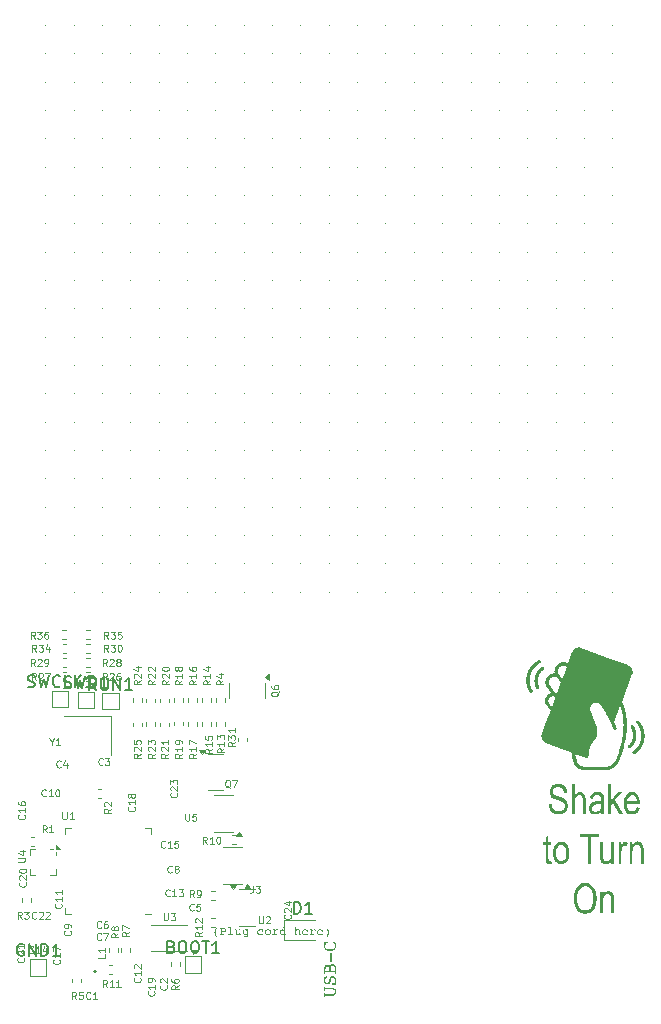
<source format=gbr>
G04 #@! TF.GenerationSoftware,KiCad,Pcbnew,8.0.7*
G04 #@! TF.CreationDate,2025-08-04T05:18:41-04:00*
G04 #@! TF.ProjectId,RP2350_60QFN_minimal,52503233-3530-45f3-9630-51464e5f6d69,REV3*
G04 #@! TF.SameCoordinates,Original*
G04 #@! TF.FileFunction,Legend,Top*
G04 #@! TF.FilePolarity,Positive*
%FSLAX46Y46*%
G04 Gerber Fmt 4.6, Leading zero omitted, Abs format (unit mm)*
G04 Created by KiCad (PCBNEW 8.0.7) date 2025-08-04 05:18:41*
%MOMM*%
%LPD*%
G01*
G04 APERTURE LIST*
%ADD10C,0.000000*%
%ADD11C,0.187500*%
%ADD12C,0.250000*%
%ADD13C,0.200000*%
%ADD14C,0.100000*%
%ADD15C,0.150000*%
%ADD16C,0.120000*%
%ADD17C,0.191421*%
G04 APERTURE END LIST*
D10*
G36*
X44519100Y-56777915D02*
G01*
X44525806Y-56778507D01*
X44532452Y-56779413D01*
X44539029Y-56780626D01*
X44545526Y-56782139D01*
X44551932Y-56783944D01*
X44558237Y-56786036D01*
X44564430Y-56788435D01*
X44570501Y-56791161D01*
X44576440Y-56794209D01*
X44582235Y-56797570D01*
X44587877Y-56801238D01*
X44593356Y-56805207D01*
X44598659Y-56809468D01*
X44603778Y-56814016D01*
X44608702Y-56818842D01*
X44613419Y-56823941D01*
X44617921Y-56829304D01*
X44622196Y-56834926D01*
X44626233Y-56840799D01*
X44630023Y-56846916D01*
X44633555Y-56853270D01*
X44636818Y-56859855D01*
X44639749Y-56866578D01*
X44642292Y-56873347D01*
X44644452Y-56880150D01*
X44646231Y-56886979D01*
X44647634Y-56893821D01*
X44648664Y-56900666D01*
X44649324Y-56907505D01*
X44649617Y-56914326D01*
X44649548Y-56921119D01*
X44649120Y-56927874D01*
X44648335Y-56934580D01*
X44647199Y-56941226D01*
X44645713Y-56947803D01*
X44643883Y-56954300D01*
X44641710Y-56960706D01*
X44639199Y-56967011D01*
X44636801Y-56973204D01*
X44634074Y-56979275D01*
X44631027Y-56985214D01*
X44627665Y-56991009D01*
X44623997Y-56996652D01*
X44620028Y-57002130D01*
X44615767Y-57007433D01*
X44611220Y-57012552D01*
X44606393Y-57017476D01*
X44601295Y-57022194D01*
X44595931Y-57026695D01*
X44590309Y-57030970D01*
X44584436Y-57035007D01*
X44578319Y-57038797D01*
X44571965Y-57042329D01*
X44565381Y-57045592D01*
X44528604Y-57062694D01*
X44492399Y-57080944D01*
X44456780Y-57100316D01*
X44421761Y-57120788D01*
X44387357Y-57142333D01*
X44353580Y-57164929D01*
X44320444Y-57188550D01*
X44287965Y-57213173D01*
X44256155Y-57238772D01*
X44225029Y-57265323D01*
X44194601Y-57292802D01*
X44164884Y-57321185D01*
X44135893Y-57350446D01*
X44107641Y-57380563D01*
X44080143Y-57411509D01*
X44053412Y-57443261D01*
X44027464Y-57475796D01*
X44002317Y-57509094D01*
X43977994Y-57543139D01*
X43954516Y-57577913D01*
X43931902Y-57613399D01*
X43910174Y-57649579D01*
X43889353Y-57686435D01*
X43869460Y-57723951D01*
X43850516Y-57762108D01*
X43832542Y-57800890D01*
X43815558Y-57840279D01*
X43799586Y-57880258D01*
X43784646Y-57920808D01*
X43770759Y-57961913D01*
X43757947Y-58003555D01*
X43746231Y-58045717D01*
X43735627Y-58087766D01*
X43726143Y-58129954D01*
X43717783Y-58172254D01*
X43710549Y-58214637D01*
X43704445Y-58257076D01*
X43699475Y-58299544D01*
X43695642Y-58342011D01*
X43692950Y-58384450D01*
X43691402Y-58426834D01*
X43691001Y-58469133D01*
X43691752Y-58511321D01*
X43693657Y-58553370D01*
X43696720Y-58595251D01*
X43700945Y-58636937D01*
X43706335Y-58678400D01*
X43712893Y-58719611D01*
X43720147Y-58760543D01*
X43728511Y-58801169D01*
X43737976Y-58841459D01*
X43748537Y-58881387D01*
X43760187Y-58920924D01*
X43772917Y-58960043D01*
X43786722Y-58998715D01*
X43801595Y-59036913D01*
X43817527Y-59074608D01*
X43834514Y-59111773D01*
X43852546Y-59148380D01*
X43871618Y-59184401D01*
X43891723Y-59219809D01*
X43912853Y-59254574D01*
X43935002Y-59288670D01*
X43958162Y-59322068D01*
X43962040Y-59327953D01*
X43965631Y-59333992D01*
X43968930Y-59340171D01*
X43971929Y-59346475D01*
X43974620Y-59352891D01*
X43976998Y-59359405D01*
X43979055Y-59366002D01*
X43980784Y-59372669D01*
X43982178Y-59379392D01*
X43983230Y-59386156D01*
X43983934Y-59392949D01*
X43984281Y-59399755D01*
X43984266Y-59406562D01*
X43983881Y-59413355D01*
X43983120Y-59420119D01*
X43981974Y-59426842D01*
X43980495Y-59433509D01*
X43978737Y-59440106D01*
X43976700Y-59446620D01*
X43974384Y-59453036D01*
X43971789Y-59459340D01*
X43968915Y-59465519D01*
X43965761Y-59471558D01*
X43962329Y-59477444D01*
X43958618Y-59483162D01*
X43954627Y-59488699D01*
X43950358Y-59494041D01*
X43945809Y-59499173D01*
X43940982Y-59504082D01*
X43935875Y-59508754D01*
X43930489Y-59513174D01*
X43924824Y-59517330D01*
X43922565Y-59519088D01*
X43920253Y-59520790D01*
X43917892Y-59522437D01*
X43915485Y-59524027D01*
X43913037Y-59525562D01*
X43910551Y-59527041D01*
X43908029Y-59528464D01*
X43905477Y-59529831D01*
X43902896Y-59531143D01*
X43900291Y-59532399D01*
X43897665Y-59533599D01*
X43895022Y-59534743D01*
X43892364Y-59535831D01*
X43889696Y-59536863D01*
X43887022Y-59537840D01*
X43884343Y-59538761D01*
X43879088Y-59540435D01*
X43874000Y-59541886D01*
X43869023Y-59543114D01*
X43866559Y-59543644D01*
X43864103Y-59544119D01*
X43861646Y-59544537D01*
X43859182Y-59544900D01*
X43856704Y-59545207D01*
X43854205Y-59545458D01*
X43851679Y-59545653D01*
X43849117Y-59545793D01*
X43846514Y-59545876D01*
X43843862Y-59545904D01*
X43839843Y-59545849D01*
X43835825Y-59545681D01*
X43831807Y-59545402D01*
X43827788Y-59545011D01*
X43823770Y-59544509D01*
X43819752Y-59543895D01*
X43815733Y-59543170D01*
X43811715Y-59542332D01*
X43807697Y-59541384D01*
X43803678Y-59540323D01*
X43799660Y-59539151D01*
X43795642Y-59537868D01*
X43791623Y-59536472D01*
X43787605Y-59534965D01*
X43783586Y-59533347D01*
X43779568Y-59531617D01*
X43775606Y-59529774D01*
X43771755Y-59527817D01*
X43768015Y-59525741D01*
X43764388Y-59523543D01*
X43760872Y-59521219D01*
X43757467Y-59518766D01*
X43754174Y-59516181D01*
X43750993Y-59513460D01*
X43747924Y-59510599D01*
X43744966Y-59507595D01*
X43742119Y-59504445D01*
X43739385Y-59501144D01*
X43736761Y-59497690D01*
X43734250Y-59494080D01*
X43731850Y-59490308D01*
X43729562Y-59486373D01*
X43702047Y-59446669D01*
X43675760Y-59406160D01*
X43650702Y-59364875D01*
X43626870Y-59322848D01*
X43604267Y-59280110D01*
X43582892Y-59236691D01*
X43562744Y-59192623D01*
X43543824Y-59147938D01*
X43526132Y-59102667D01*
X43509668Y-59056841D01*
X43494432Y-59010492D01*
X43480424Y-58963652D01*
X43467643Y-58916350D01*
X43456090Y-58868620D01*
X43445765Y-58820492D01*
X43436668Y-58771998D01*
X43429274Y-58723170D01*
X43423167Y-58674041D01*
X43418350Y-58624648D01*
X43414828Y-58575024D01*
X43412603Y-58525205D01*
X43411679Y-58475226D01*
X43412060Y-58425121D01*
X43413749Y-58374925D01*
X43416749Y-58324673D01*
X43421064Y-58274401D01*
X43426698Y-58224142D01*
X43433654Y-58173933D01*
X43441936Y-58123806D01*
X43451546Y-58073799D01*
X43462489Y-58023945D01*
X43474768Y-57974280D01*
X43488802Y-57924975D01*
X43504101Y-57876197D01*
X43520650Y-57827971D01*
X43538429Y-57780319D01*
X43557423Y-57733268D01*
X43577613Y-57686841D01*
X43598982Y-57641063D01*
X43621513Y-57595958D01*
X43645187Y-57551551D01*
X43669989Y-57507866D01*
X43695899Y-57464927D01*
X43722902Y-57422760D01*
X43750979Y-57381387D01*
X43780112Y-57340834D01*
X43810285Y-57301126D01*
X43841481Y-57262286D01*
X43873625Y-57224394D01*
X43906644Y-57187528D01*
X43940522Y-57151708D01*
X43975240Y-57116955D01*
X44010781Y-57083291D01*
X44047128Y-57050736D01*
X44084264Y-57019311D01*
X44122170Y-56989037D01*
X44160830Y-56959936D01*
X44200226Y-56932027D01*
X44240341Y-56905332D01*
X44281156Y-56879872D01*
X44322655Y-56855668D01*
X44364821Y-56832740D01*
X44407635Y-56811110D01*
X44451080Y-56790798D01*
X44457804Y-56787867D01*
X44464573Y-56785320D01*
X44471376Y-56783149D01*
X44478204Y-56781348D01*
X44485046Y-56779910D01*
X44491892Y-56778827D01*
X44498731Y-56778093D01*
X44505552Y-56777702D01*
X44512345Y-56777645D01*
X44519100Y-56777915D01*
G37*
G36*
X44814482Y-57321147D02*
G01*
X44821310Y-57321467D01*
X44828113Y-57322087D01*
X44834882Y-57322999D01*
X44841605Y-57324198D01*
X44848246Y-57325704D01*
X44854767Y-57327537D01*
X44861164Y-57329692D01*
X44867427Y-57332160D01*
X44873551Y-57334936D01*
X44879529Y-57338011D01*
X44885353Y-57341379D01*
X44891016Y-57345034D01*
X44896512Y-57348967D01*
X44901834Y-57353173D01*
X44906975Y-57357644D01*
X44911927Y-57362372D01*
X44916683Y-57367352D01*
X44921238Y-57372576D01*
X44925583Y-57378038D01*
X44929712Y-57383729D01*
X44933536Y-57390034D01*
X44936976Y-57396440D01*
X44940040Y-57402937D01*
X44942734Y-57409514D01*
X44945065Y-57416160D01*
X44947041Y-57422866D01*
X44948667Y-57429621D01*
X44949952Y-57436414D01*
X44950902Y-57443235D01*
X44951524Y-57450074D01*
X44951825Y-57456920D01*
X44951813Y-57463762D01*
X44951493Y-57470590D01*
X44950873Y-57477393D01*
X44949960Y-57484162D01*
X44948762Y-57490885D01*
X44947255Y-57497552D01*
X44945418Y-57504150D01*
X44943252Y-57510663D01*
X44940762Y-57517079D01*
X44937951Y-57523383D01*
X44934823Y-57529562D01*
X44931381Y-57535601D01*
X44927628Y-57541487D01*
X44923568Y-57547205D01*
X44919205Y-57552742D01*
X44914542Y-57558084D01*
X44909583Y-57563216D01*
X44904330Y-57568125D01*
X44898788Y-57572797D01*
X44892960Y-57577218D01*
X44886849Y-57581373D01*
X44866060Y-57595045D01*
X44845661Y-57609264D01*
X44825653Y-57624021D01*
X44806036Y-57639304D01*
X44786809Y-57655104D01*
X44767973Y-57671409D01*
X44749527Y-57688210D01*
X44731473Y-57705496D01*
X44713809Y-57723256D01*
X44696535Y-57741480D01*
X44679653Y-57760157D01*
X44663161Y-57779277D01*
X44647059Y-57798830D01*
X44631348Y-57818805D01*
X44616028Y-57839192D01*
X44601099Y-57859980D01*
X44586590Y-57881130D01*
X44572533Y-57902605D01*
X44558938Y-57924394D01*
X44545809Y-57946486D01*
X44533156Y-57968871D01*
X44520983Y-57991539D01*
X44509299Y-58014479D01*
X44498110Y-58037680D01*
X44487423Y-58061133D01*
X44477246Y-58084826D01*
X44467585Y-58108750D01*
X44458447Y-58132893D01*
X44449840Y-58157246D01*
X44441769Y-58181797D01*
X44434243Y-58206537D01*
X44427268Y-58231454D01*
X44420850Y-58256931D01*
X44414990Y-58282456D01*
X44409688Y-58308023D01*
X44404944Y-58333625D01*
X44400758Y-58359255D01*
X44397130Y-58384906D01*
X44394061Y-58410570D01*
X44391549Y-58436242D01*
X44389596Y-58461914D01*
X44388201Y-58487578D01*
X44387363Y-58513229D01*
X44387084Y-58538859D01*
X44387363Y-58564461D01*
X44388201Y-58590028D01*
X44389596Y-58615553D01*
X44391549Y-58641030D01*
X44394087Y-58666422D01*
X44397233Y-58691691D01*
X44400978Y-58716829D01*
X44405316Y-58741823D01*
X44410240Y-58766664D01*
X44415743Y-58791341D01*
X44421818Y-58815844D01*
X44428458Y-58840161D01*
X44435657Y-58864284D01*
X44443406Y-58888200D01*
X44451700Y-58911901D01*
X44460531Y-58935374D01*
X44469892Y-58958610D01*
X44479776Y-58981599D01*
X44490177Y-59004330D01*
X44501087Y-59026792D01*
X44504045Y-59033515D01*
X44506672Y-59040284D01*
X44508972Y-59047088D01*
X44510946Y-59053916D01*
X44512600Y-59060758D01*
X44513937Y-59067603D01*
X44514960Y-59074442D01*
X44515672Y-59081263D01*
X44516077Y-59088056D01*
X44516179Y-59094811D01*
X44515980Y-59101517D01*
X44515486Y-59108164D01*
X44514698Y-59114741D01*
X44513621Y-59121237D01*
X44512257Y-59127643D01*
X44510612Y-59133948D01*
X44508633Y-59140168D01*
X44506277Y-59146315D01*
X44503559Y-59152371D01*
X44500491Y-59158319D01*
X44497089Y-59164141D01*
X44493366Y-59169820D01*
X44489336Y-59175339D01*
X44485013Y-59180680D01*
X44480411Y-59185826D01*
X44475544Y-59190758D01*
X44470426Y-59195461D01*
X44465070Y-59199916D01*
X44459491Y-59204106D01*
X44453703Y-59208013D01*
X44447720Y-59211620D01*
X44441555Y-59214910D01*
X44437881Y-59216692D01*
X44434040Y-59218445D01*
X44430086Y-59220143D01*
X44426077Y-59221756D01*
X44422068Y-59223259D01*
X44418115Y-59224621D01*
X44414273Y-59225817D01*
X44410599Y-59226817D01*
X44408706Y-59227236D01*
X44406618Y-59227603D01*
X44404362Y-59227921D01*
X44401967Y-59228193D01*
X44396870Y-59228617D01*
X44391549Y-59228900D01*
X44386229Y-59229073D01*
X44381131Y-59229161D01*
X44372499Y-59229198D01*
X44367616Y-59229115D01*
X44362788Y-59228868D01*
X44358016Y-59228460D01*
X44353300Y-59227896D01*
X44348640Y-59227178D01*
X44344036Y-59226310D01*
X44339487Y-59225295D01*
X44334995Y-59224138D01*
X44330558Y-59222841D01*
X44326177Y-59221408D01*
X44321851Y-59219842D01*
X44317582Y-59218148D01*
X44313368Y-59216327D01*
X44309210Y-59214385D01*
X44305108Y-59212324D01*
X44301062Y-59210148D01*
X44297072Y-59207413D01*
X44293146Y-59204567D01*
X44289289Y-59201609D01*
X44285509Y-59198539D01*
X44281813Y-59195358D01*
X44278207Y-59192065D01*
X44274699Y-59188661D01*
X44271296Y-59185145D01*
X44268005Y-59181517D01*
X44264831Y-59177778D01*
X44261784Y-59173927D01*
X44258869Y-59169965D01*
X44256094Y-59165890D01*
X44253465Y-59161705D01*
X44250989Y-59157407D01*
X44248674Y-59152998D01*
X44234723Y-59124705D01*
X44221448Y-59096090D01*
X44208857Y-59067169D01*
X44196957Y-59037954D01*
X44185754Y-59008460D01*
X44175256Y-58978702D01*
X44165469Y-58948692D01*
X44156401Y-58918445D01*
X44148058Y-58887975D01*
X44140448Y-58857295D01*
X44133578Y-58826420D01*
X44127454Y-58795364D01*
X44122083Y-58764140D01*
X44117473Y-58732763D01*
X44113630Y-58701247D01*
X44110562Y-58669604D01*
X44107800Y-58637850D01*
X44105767Y-58605994D01*
X44104466Y-58574048D01*
X44103902Y-58542021D01*
X44104077Y-58509925D01*
X44104995Y-58477769D01*
X44106659Y-58445565D01*
X44109074Y-58413322D01*
X44112241Y-58381052D01*
X44116166Y-58348763D01*
X44120851Y-58316468D01*
X44126300Y-58284177D01*
X44132517Y-58251899D01*
X44139504Y-58219646D01*
X44147266Y-58187427D01*
X44155806Y-58155254D01*
X44164622Y-58123695D01*
X44174102Y-58092426D01*
X44184238Y-58061456D01*
X44195022Y-58030797D01*
X44206448Y-58000458D01*
X44218509Y-57970452D01*
X44231197Y-57940787D01*
X44244507Y-57911474D01*
X44258431Y-57882524D01*
X44272961Y-57853947D01*
X44288092Y-57825754D01*
X44303815Y-57797955D01*
X44320125Y-57770561D01*
X44337013Y-57743582D01*
X44354474Y-57717028D01*
X44372499Y-57690911D01*
X44391110Y-57665240D01*
X44410320Y-57640030D01*
X44430117Y-57615294D01*
X44450485Y-57591047D01*
X44471412Y-57567302D01*
X44492883Y-57544073D01*
X44514884Y-57521374D01*
X44537401Y-57499220D01*
X44560420Y-57477623D01*
X44583928Y-57456599D01*
X44607910Y-57436161D01*
X44632353Y-57416323D01*
X44657242Y-57397098D01*
X44682564Y-57378502D01*
X44708304Y-57360547D01*
X44734449Y-57343248D01*
X44740754Y-57339424D01*
X44747160Y-57335983D01*
X44753657Y-57332920D01*
X44760234Y-57330226D01*
X44766880Y-57327894D01*
X44773586Y-57325919D01*
X44780341Y-57324292D01*
X44787134Y-57323007D01*
X44793955Y-57322058D01*
X44800794Y-57321435D01*
X44807639Y-57321134D01*
X44814482Y-57321147D01*
G37*
G36*
X47887297Y-55704329D02*
G01*
X47894493Y-55704655D01*
X47901711Y-55705156D01*
X47908953Y-55705841D01*
X47916223Y-55706722D01*
X47923524Y-55707808D01*
X47930860Y-55709111D01*
X47938234Y-55710641D01*
X47945650Y-55712407D01*
X47953112Y-55714421D01*
X47960622Y-55716694D01*
X47968185Y-55719235D01*
X47982473Y-55722030D01*
X47996760Y-55725076D01*
X48011048Y-55728402D01*
X48025335Y-55732034D01*
X48039623Y-55736001D01*
X48053910Y-55740331D01*
X48068198Y-55745052D01*
X48082485Y-55750191D01*
X50058922Y-56485997D01*
X52035360Y-57221803D01*
X52063486Y-57233181D01*
X52090701Y-57245849D01*
X52116988Y-57259758D01*
X52142330Y-57274861D01*
X52166709Y-57291107D01*
X52190108Y-57308449D01*
X52212510Y-57326838D01*
X52233896Y-57346224D01*
X52254250Y-57366559D01*
X52273554Y-57387793D01*
X52291791Y-57409879D01*
X52308943Y-57432767D01*
X52324992Y-57456409D01*
X52339922Y-57480755D01*
X52353715Y-57505757D01*
X52366353Y-57531366D01*
X52377764Y-57557534D01*
X52387873Y-57584214D01*
X52396664Y-57611362D01*
X52404119Y-57638931D01*
X52410220Y-57666878D01*
X52414951Y-57695156D01*
X52418293Y-57723720D01*
X52420230Y-57752524D01*
X52420743Y-57781524D01*
X52419816Y-57810674D01*
X52417430Y-57839929D01*
X52413569Y-57869243D01*
X52408216Y-57898571D01*
X52401352Y-57927867D01*
X52392960Y-57957087D01*
X52383022Y-57986185D01*
X51954398Y-59136328D01*
X51525772Y-60286472D01*
X51530536Y-60300760D01*
X51535298Y-60315048D01*
X51600973Y-60467371D01*
X51659751Y-60621466D01*
X51711881Y-60777096D01*
X51757610Y-60934023D01*
X51797186Y-61092011D01*
X51830857Y-61250823D01*
X51858870Y-61410220D01*
X51881473Y-61569966D01*
X51898913Y-61729824D01*
X51911438Y-61889556D01*
X51919296Y-62048925D01*
X51922735Y-62207695D01*
X51922002Y-62365627D01*
X51917345Y-62522485D01*
X51909011Y-62678031D01*
X51897248Y-62832029D01*
X51882277Y-62984269D01*
X51864320Y-63134545D01*
X51843628Y-63282624D01*
X51820453Y-63428271D01*
X51767656Y-63711338D01*
X51707939Y-63981875D01*
X51643310Y-64238012D01*
X51575779Y-64477882D01*
X51507356Y-64699612D01*
X51440048Y-64901335D01*
X51385902Y-65040489D01*
X51358268Y-65107233D01*
X51330138Y-65172053D01*
X51301423Y-65234919D01*
X51272030Y-65295803D01*
X51241871Y-65354679D01*
X51210853Y-65411517D01*
X51178886Y-65466290D01*
X51145880Y-65518971D01*
X51111744Y-65569530D01*
X51076387Y-65617941D01*
X51039718Y-65664176D01*
X51001647Y-65708206D01*
X50962083Y-65750003D01*
X50920936Y-65789540D01*
X50878562Y-65826845D01*
X50834434Y-65861945D01*
X50788471Y-65894813D01*
X50740593Y-65925420D01*
X50690720Y-65953739D01*
X50638772Y-65979742D01*
X50584667Y-66003401D01*
X50528327Y-66024688D01*
X50469671Y-66043576D01*
X50408618Y-66060035D01*
X50345089Y-66074039D01*
X50279003Y-66085559D01*
X50210280Y-66094568D01*
X50138839Y-66101037D01*
X50064602Y-66104939D01*
X49987486Y-66106246D01*
X49337405Y-66108628D01*
X48687324Y-66111009D01*
X48614010Y-66110336D01*
X48543170Y-66108307D01*
X48474764Y-66104903D01*
X48408755Y-66100107D01*
X48345103Y-66093902D01*
X48283771Y-66086271D01*
X48224721Y-66077195D01*
X48167913Y-66066658D01*
X48113310Y-66054642D01*
X48060873Y-66041129D01*
X48010564Y-66026103D01*
X47962345Y-66009545D01*
X47916176Y-65991439D01*
X47872020Y-65971766D01*
X47829838Y-65950510D01*
X47789592Y-65927653D01*
X47751693Y-65903149D01*
X47715667Y-65876958D01*
X47681489Y-65849064D01*
X47649136Y-65819455D01*
X47618582Y-65788115D01*
X47589804Y-65755031D01*
X47562778Y-65720189D01*
X47537477Y-65683575D01*
X47513879Y-65645175D01*
X47491959Y-65604975D01*
X47471693Y-65562961D01*
X47453055Y-65519120D01*
X47436021Y-65473437D01*
X47420568Y-65425898D01*
X47406671Y-65376489D01*
X47394305Y-65325197D01*
X47313343Y-64960866D01*
X47257251Y-64708453D01*
X47549086Y-64708453D01*
X47610999Y-64982297D01*
X47672912Y-65256141D01*
X47680823Y-65289599D01*
X47689436Y-65322104D01*
X47698837Y-65353654D01*
X47709114Y-65384245D01*
X47720353Y-65413872D01*
X47732643Y-65442534D01*
X47746069Y-65470226D01*
X47760720Y-65496944D01*
X47776683Y-65522686D01*
X47794044Y-65547448D01*
X47812891Y-65571226D01*
X47833311Y-65594017D01*
X47855392Y-65615818D01*
X47867082Y-65626345D01*
X47879220Y-65636624D01*
X47891817Y-65646653D01*
X47904883Y-65656433D01*
X47918430Y-65665962D01*
X47932468Y-65675240D01*
X47961613Y-65693014D01*
X47992841Y-65709717D01*
X48026224Y-65725339D01*
X48061837Y-65739869D01*
X48099751Y-65753296D01*
X48140041Y-65765611D01*
X48182780Y-65776803D01*
X48228040Y-65786861D01*
X48275896Y-65795775D01*
X48326420Y-65803535D01*
X48379686Y-65810129D01*
X48435767Y-65815548D01*
X48494736Y-65819781D01*
X48556667Y-65822818D01*
X48621632Y-65824647D01*
X48689705Y-65825259D01*
X49339786Y-65822878D01*
X49989867Y-65820496D01*
X50052472Y-65819492D01*
X50112646Y-65816478D01*
X50170468Y-65811455D01*
X50226020Y-65804423D01*
X50279382Y-65795382D01*
X50330633Y-65784331D01*
X50379853Y-65771272D01*
X50427124Y-65756203D01*
X50472526Y-65739125D01*
X50516138Y-65720038D01*
X50558040Y-65698941D01*
X50598314Y-65675836D01*
X50637039Y-65650721D01*
X50674296Y-65623597D01*
X50710164Y-65594464D01*
X50744724Y-65563322D01*
X50777609Y-65530617D01*
X50809343Y-65495907D01*
X50840003Y-65459195D01*
X50869665Y-65420484D01*
X50898406Y-65379778D01*
X50926303Y-65337080D01*
X50953433Y-65292394D01*
X50979872Y-65245723D01*
X51005697Y-65197070D01*
X51030985Y-65146440D01*
X51080257Y-65039261D01*
X51128300Y-64924212D01*
X51175730Y-64801322D01*
X51237317Y-64618961D01*
X51299629Y-64419354D01*
X51361160Y-64204009D01*
X51420403Y-63974433D01*
X51475851Y-63732131D01*
X51525997Y-63478612D01*
X51569334Y-63215381D01*
X51604355Y-62943946D01*
X51629214Y-62665936D01*
X51637229Y-62524991D01*
X51642045Y-62383014D01*
X51643472Y-62240199D01*
X51641315Y-62096743D01*
X51635385Y-61952840D01*
X51625488Y-61808686D01*
X51611434Y-61664476D01*
X51593030Y-61520406D01*
X51570084Y-61376671D01*
X51542405Y-61233465D01*
X51509801Y-61090986D01*
X51472080Y-60949427D01*
X51429049Y-60808984D01*
X51380518Y-60669853D01*
X51128105Y-61350890D01*
X50875693Y-62031928D01*
X50900249Y-62089116D01*
X50923912Y-62146526D01*
X50946683Y-62204384D01*
X50968561Y-62262910D01*
X50989583Y-62321883D01*
X51009935Y-62381079D01*
X51029841Y-62440722D01*
X51049523Y-62501035D01*
X51051561Y-62508177D01*
X51053216Y-62515308D01*
X51054494Y-62522419D01*
X51055402Y-62529498D01*
X51055947Y-62536536D01*
X51056137Y-62543521D01*
X51055978Y-62550443D01*
X51055477Y-62557292D01*
X51054641Y-62564057D01*
X51053477Y-62570729D01*
X51051992Y-62577295D01*
X51050194Y-62583746D01*
X51048088Y-62590072D01*
X51045682Y-62596262D01*
X51042983Y-62602305D01*
X51039999Y-62608191D01*
X51036734Y-62614330D01*
X51033194Y-62620242D01*
X51029382Y-62625923D01*
X51025302Y-62631371D01*
X51020956Y-62636582D01*
X51016349Y-62641552D01*
X51011484Y-62646278D01*
X51006364Y-62650756D01*
X51000992Y-62654983D01*
X50995374Y-62658955D01*
X50989511Y-62662670D01*
X50983407Y-62666122D01*
X50977066Y-62669310D01*
X50970491Y-62672229D01*
X50963687Y-62674876D01*
X50956655Y-62677247D01*
X50949513Y-62679285D01*
X50942381Y-62680940D01*
X50935271Y-62682218D01*
X50928191Y-62683126D01*
X50921154Y-62683671D01*
X50914169Y-62683861D01*
X50907247Y-62683702D01*
X50900398Y-62683201D01*
X50893632Y-62682365D01*
X50886961Y-62681201D01*
X50880395Y-62679716D01*
X50873943Y-62677917D01*
X50867618Y-62675811D01*
X50861428Y-62673406D01*
X50855385Y-62670707D01*
X50849499Y-62667722D01*
X50843360Y-62664458D01*
X50837448Y-62660918D01*
X50831767Y-62657106D01*
X50826319Y-62653025D01*
X50821108Y-62648680D01*
X50816138Y-62644072D01*
X50811412Y-62639207D01*
X50806934Y-62634087D01*
X50802707Y-62628716D01*
X50798734Y-62623097D01*
X50795020Y-62617234D01*
X50791567Y-62611130D01*
X50788380Y-62604790D01*
X50785461Y-62598215D01*
X50782814Y-62591410D01*
X50780443Y-62584378D01*
X50742077Y-62465688D01*
X50700336Y-62348784D01*
X50655413Y-62233442D01*
X50607504Y-62119440D01*
X50556805Y-62006554D01*
X50503511Y-61894560D01*
X50447816Y-61783237D01*
X50389918Y-61672360D01*
X50329098Y-61562604D01*
X50266353Y-61452876D01*
X50201766Y-61342980D01*
X50135422Y-61232722D01*
X49997793Y-61010336D01*
X49854137Y-60784155D01*
X49834878Y-60751730D01*
X49815488Y-60720544D01*
X49795944Y-60690607D01*
X49776225Y-60661929D01*
X49756311Y-60634521D01*
X49736181Y-60608393D01*
X49715814Y-60583555D01*
X49695188Y-60560019D01*
X49674284Y-60537794D01*
X49653079Y-60516891D01*
X49631554Y-60497321D01*
X49609687Y-60479093D01*
X49587457Y-60462219D01*
X49564843Y-60446709D01*
X49541825Y-60432573D01*
X49518381Y-60419822D01*
X49495861Y-60408914D01*
X49472946Y-60399418D01*
X49449634Y-60391353D01*
X49425921Y-60384736D01*
X49401803Y-60379583D01*
X49377278Y-60375913D01*
X49352340Y-60373743D01*
X49326988Y-60373090D01*
X49301216Y-60373972D01*
X49275023Y-60376406D01*
X49248404Y-60380410D01*
X49221357Y-60386001D01*
X49193876Y-60393196D01*
X49165960Y-60402014D01*
X49137604Y-60412471D01*
X49108806Y-60424584D01*
X49088889Y-60434070D01*
X49069352Y-60444658D01*
X49050241Y-60456334D01*
X49031601Y-60469084D01*
X49013477Y-60482895D01*
X48995915Y-60497752D01*
X48978959Y-60513642D01*
X48962656Y-60530550D01*
X48947051Y-60548463D01*
X48932189Y-60567366D01*
X48918114Y-60587247D01*
X48904874Y-60608090D01*
X48892513Y-60629881D01*
X48881076Y-60652608D01*
X48870608Y-60676255D01*
X48861156Y-60700810D01*
X48852763Y-60725836D01*
X48845473Y-60751783D01*
X48839327Y-60778623D01*
X48834367Y-60806329D01*
X48830634Y-60834871D01*
X48828172Y-60864223D01*
X48827021Y-60894356D01*
X48827223Y-60925242D01*
X48828820Y-60956854D01*
X48831855Y-60989164D01*
X48836369Y-61022143D01*
X48842403Y-61055765D01*
X48850000Y-61090000D01*
X48859202Y-61124821D01*
X48870050Y-61160200D01*
X48882587Y-61196110D01*
X49120712Y-61839047D01*
X49358836Y-62481984D01*
X49377577Y-62534370D01*
X49393676Y-62585290D01*
X49407230Y-62634787D01*
X49418331Y-62682902D01*
X49427074Y-62729678D01*
X49433553Y-62775157D01*
X49437863Y-62819380D01*
X49440097Y-62862389D01*
X49440350Y-62904226D01*
X49438715Y-62944932D01*
X49435288Y-62984551D01*
X49430162Y-63023123D01*
X49423432Y-63060691D01*
X49415191Y-63097295D01*
X49405534Y-63132979D01*
X49394555Y-63167784D01*
X49382291Y-63201780D01*
X49368775Y-63235041D01*
X49354094Y-63267610D01*
X49338335Y-63299534D01*
X49321586Y-63330859D01*
X49303933Y-63361628D01*
X49285464Y-63391889D01*
X49266265Y-63421685D01*
X49246425Y-63451063D01*
X49226031Y-63480068D01*
X49183926Y-63537139D01*
X49140650Y-63593261D01*
X49096899Y-63648797D01*
X49053260Y-63705142D01*
X49011658Y-63762018D01*
X48972121Y-63819954D01*
X48953135Y-63849485D01*
X48934677Y-63879480D01*
X48916748Y-63910005D01*
X48899353Y-63941127D01*
X48882495Y-63972912D01*
X48866178Y-64005426D01*
X48850405Y-64038735D01*
X48835180Y-64072905D01*
X48820506Y-64108004D01*
X48806386Y-64144096D01*
X48780844Y-64219631D01*
X48757868Y-64300105D01*
X48737572Y-64385993D01*
X48720066Y-64477769D01*
X48705463Y-64575907D01*
X48693873Y-64680882D01*
X48685408Y-64793168D01*
X48680181Y-64913240D01*
X48680013Y-64920935D01*
X48679506Y-64928811D01*
X48678658Y-64936827D01*
X48677465Y-64944941D01*
X48675922Y-64953110D01*
X48674028Y-64961293D01*
X48671777Y-64969448D01*
X48669168Y-64977534D01*
X48666195Y-64985508D01*
X48662856Y-64993328D01*
X48659148Y-65000954D01*
X48655066Y-65008341D01*
X48650608Y-65015450D01*
X48645769Y-65022238D01*
X48640547Y-65028663D01*
X48634937Y-65034684D01*
X48628936Y-65040314D01*
X48622538Y-65045567D01*
X48615734Y-65050401D01*
X48608520Y-65054776D01*
X48600886Y-65058647D01*
X48592828Y-65061975D01*
X48584336Y-65064717D01*
X48575405Y-65066831D01*
X48566028Y-65068275D01*
X48556197Y-65069007D01*
X48545906Y-65068986D01*
X48535147Y-65068170D01*
X48523914Y-65066517D01*
X48512200Y-65063984D01*
X48499997Y-65060531D01*
X48487299Y-65056115D01*
X48018193Y-64882284D01*
X47549086Y-64708453D01*
X47257251Y-64708453D01*
X47232380Y-64596535D01*
X46156055Y-64194103D01*
X45079730Y-63791673D01*
X45065973Y-63786175D01*
X45052388Y-63780399D01*
X45038976Y-63774343D01*
X45025743Y-63768009D01*
X45012691Y-63761395D01*
X44999823Y-63754503D01*
X44987144Y-63747331D01*
X44974657Y-63739880D01*
X44962366Y-63732151D01*
X44950273Y-63724142D01*
X44938382Y-63715854D01*
X44926698Y-63707287D01*
X44915222Y-63698441D01*
X44903959Y-63689316D01*
X44892913Y-63679912D01*
X44882086Y-63670229D01*
X44871510Y-63660268D01*
X44861213Y-63650035D01*
X44851195Y-63639537D01*
X44841456Y-63628780D01*
X44831996Y-63617773D01*
X44822816Y-63606521D01*
X44813914Y-63595032D01*
X44805291Y-63583313D01*
X44796947Y-63571371D01*
X44788883Y-63559213D01*
X44781097Y-63546845D01*
X44773591Y-63534275D01*
X44766363Y-63521509D01*
X44759415Y-63508555D01*
X44752746Y-63495420D01*
X44746355Y-63482110D01*
X44735314Y-63454321D01*
X44725445Y-63426337D01*
X44720967Y-63412280D01*
X44716804Y-63398185D01*
X44712961Y-63384055D01*
X44709446Y-63369894D01*
X44706266Y-63355704D01*
X44703428Y-63341491D01*
X44700938Y-63327256D01*
X44698805Y-63313004D01*
X44697034Y-63298738D01*
X44695633Y-63284462D01*
X44694608Y-63270178D01*
X44693968Y-63255892D01*
X44693689Y-63241578D01*
X44693749Y-63227219D01*
X44694151Y-63212825D01*
X44694898Y-63198406D01*
X44695994Y-63183974D01*
X44697442Y-63169538D01*
X44699246Y-63155110D01*
X44701409Y-63140698D01*
X44703935Y-63126315D01*
X44706828Y-63111970D01*
X44710090Y-63097674D01*
X44713725Y-63083437D01*
X44717737Y-63069270D01*
X44722129Y-63055183D01*
X44726905Y-63041187D01*
X44732068Y-63027292D01*
X45103543Y-62031929D01*
X45475018Y-61036567D01*
X45263087Y-60779392D01*
X45051155Y-60522217D01*
X45044600Y-60513739D01*
X45038337Y-60504399D01*
X45032382Y-60494230D01*
X45026747Y-60483261D01*
X45021448Y-60471525D01*
X45016497Y-60459053D01*
X45011909Y-60445877D01*
X45007697Y-60432027D01*
X45003877Y-60417535D01*
X45000461Y-60402433D01*
X44997463Y-60386752D01*
X44994898Y-60370524D01*
X44992780Y-60353779D01*
X44991122Y-60336549D01*
X44989938Y-60318866D01*
X44989243Y-60300761D01*
X44988630Y-60282265D01*
X44988582Y-60263409D01*
X44988869Y-60252927D01*
X45271603Y-60252927D01*
X45271914Y-60263797D01*
X45272612Y-60274567D01*
X45273700Y-60285226D01*
X45275174Y-60295766D01*
X45277033Y-60306180D01*
X45279272Y-60316462D01*
X45281887Y-60326604D01*
X45284876Y-60336600D01*
X45288235Y-60346443D01*
X45291960Y-60356125D01*
X45296047Y-60365639D01*
X45300494Y-60374979D01*
X45305296Y-60384138D01*
X45310451Y-60393108D01*
X45315955Y-60401883D01*
X45321804Y-60410456D01*
X45327995Y-60418820D01*
X45334524Y-60426967D01*
X45460731Y-60579367D01*
X45586937Y-60731766D01*
X45734575Y-60338860D01*
X45882212Y-59945954D01*
X45834587Y-59888804D01*
X45786962Y-59831654D01*
X45777037Y-59831547D01*
X45766944Y-59831245D01*
X45756740Y-59830775D01*
X45746480Y-59830166D01*
X45726017Y-59828641D01*
X45705999Y-59826892D01*
X45701060Y-59826501D01*
X45696069Y-59826222D01*
X45685944Y-59825999D01*
X45675652Y-59826222D01*
X45665220Y-59826892D01*
X45654677Y-59828008D01*
X45644049Y-59829571D01*
X45633366Y-59831580D01*
X45622655Y-59834036D01*
X45609764Y-59837355D01*
X45596992Y-59841059D01*
X45584345Y-59845139D01*
X45571831Y-59849588D01*
X45559456Y-59854401D01*
X45547227Y-59859569D01*
X45535153Y-59865086D01*
X45523238Y-59870945D01*
X45511491Y-59877139D01*
X45499919Y-59883661D01*
X45488528Y-59890503D01*
X45477325Y-59897660D01*
X45466317Y-59905123D01*
X45455512Y-59912887D01*
X45444916Y-59920943D01*
X45434537Y-59929286D01*
X45424381Y-59937907D01*
X45414459Y-59946801D01*
X45404781Y-59955960D01*
X45395358Y-59965377D01*
X45386200Y-59975045D01*
X45377317Y-59984957D01*
X45368721Y-59995106D01*
X45360421Y-60005486D01*
X45352427Y-60016089D01*
X45344752Y-60026908D01*
X45337404Y-60037936D01*
X45330394Y-60049167D01*
X45323734Y-60060593D01*
X45317432Y-60072207D01*
X45311501Y-60084003D01*
X45305949Y-60095973D01*
X45301206Y-60107162D01*
X45296801Y-60118395D01*
X45292738Y-60129664D01*
X45289020Y-60140957D01*
X45285651Y-60152264D01*
X45282635Y-60163574D01*
X45279974Y-60174877D01*
X45277672Y-60186163D01*
X45275733Y-60197421D01*
X45274161Y-60208641D01*
X45272958Y-60219812D01*
X45272128Y-60230923D01*
X45271675Y-60241965D01*
X45271603Y-60252927D01*
X44988869Y-60252927D01*
X44989107Y-60244226D01*
X44990210Y-60224747D01*
X44991900Y-60205002D01*
X44994182Y-60185023D01*
X44997064Y-60164843D01*
X45000554Y-60144491D01*
X45004657Y-60124000D01*
X45009381Y-60103401D01*
X45014733Y-60082724D01*
X45020720Y-60062003D01*
X45027349Y-60041268D01*
X45034626Y-60020550D01*
X45042559Y-59999881D01*
X45051155Y-59979292D01*
X45059943Y-59959814D01*
X45069331Y-59940675D01*
X45079305Y-59921878D01*
X45089851Y-59903426D01*
X45100955Y-59885323D01*
X45112603Y-59867573D01*
X45124781Y-59850178D01*
X45137476Y-59833142D01*
X45150672Y-59816470D01*
X45164358Y-59800163D01*
X45178517Y-59784226D01*
X45193137Y-59768663D01*
X45208204Y-59753476D01*
X45223703Y-59738669D01*
X45239621Y-59724246D01*
X45255943Y-59710210D01*
X45272629Y-59696622D01*
X45289643Y-59683542D01*
X45306978Y-59670979D01*
X45324627Y-59658939D01*
X45342583Y-59647430D01*
X45360839Y-59636457D01*
X45379388Y-59626029D01*
X45398222Y-59616151D01*
X45417336Y-59606832D01*
X45436722Y-59598078D01*
X45456373Y-59589896D01*
X45476283Y-59582293D01*
X45496443Y-59575276D01*
X45516848Y-59568852D01*
X45537489Y-59563028D01*
X45558361Y-59557810D01*
X45560743Y-59557810D01*
X45360718Y-59314923D01*
X45160693Y-59072036D01*
X45146741Y-59054376D01*
X45133466Y-59036238D01*
X45120875Y-59017647D01*
X45108975Y-58998626D01*
X45097772Y-58979201D01*
X45087274Y-58959396D01*
X45077487Y-58939235D01*
X45068419Y-58918743D01*
X45060077Y-58897944D01*
X45052467Y-58876862D01*
X45045596Y-58855522D01*
X45039472Y-58833948D01*
X45034101Y-58812165D01*
X45029491Y-58790197D01*
X45025649Y-58768069D01*
X45022580Y-58745805D01*
X45020292Y-58722981D01*
X45018785Y-58700063D01*
X45018059Y-58677069D01*
X45018075Y-58670786D01*
X45301559Y-58670786D01*
X45301782Y-58683980D01*
X45302452Y-58697083D01*
X45303568Y-58710085D01*
X45305130Y-58722976D01*
X45307135Y-58735745D01*
X45309580Y-58748380D01*
X45312461Y-58760873D01*
X45315774Y-58773213D01*
X45319516Y-58785388D01*
X45323684Y-58797389D01*
X45328273Y-58809205D01*
X45333282Y-58820826D01*
X45338705Y-58832241D01*
X45344541Y-58843440D01*
X45350784Y-58854412D01*
X45357432Y-58865147D01*
X45364481Y-58875634D01*
X45371927Y-58885863D01*
X45379768Y-58895823D01*
X45686949Y-59269679D01*
X45994130Y-59641154D01*
X46179868Y-59138711D01*
X46365605Y-58636267D01*
X46210824Y-58452911D01*
X46056043Y-58269554D01*
X46047449Y-58261294D01*
X46038639Y-58253476D01*
X46029620Y-58246098D01*
X46020399Y-58239156D01*
X46010982Y-58232647D01*
X46001377Y-58226566D01*
X45991590Y-58220911D01*
X45981629Y-58215678D01*
X45971500Y-58210864D01*
X45961212Y-58206465D01*
X45950769Y-58202478D01*
X45940180Y-58198898D01*
X45929452Y-58195723D01*
X45918591Y-58192950D01*
X45907604Y-58190573D01*
X45896499Y-58188592D01*
X45885256Y-58186553D01*
X45873859Y-58184894D01*
X45862322Y-58183605D01*
X45850660Y-58182676D01*
X45838886Y-58182095D01*
X45827015Y-58181852D01*
X45815060Y-58181938D01*
X45803035Y-58182341D01*
X45790954Y-58183051D01*
X45778832Y-58184057D01*
X45766681Y-58185349D01*
X45754517Y-58186917D01*
X45730202Y-58190838D01*
X45705999Y-58195735D01*
X45690877Y-58199110D01*
X45675880Y-58202977D01*
X45661023Y-58207325D01*
X45646319Y-58212144D01*
X45631783Y-58217423D01*
X45617428Y-58223152D01*
X45603268Y-58229321D01*
X45589318Y-58235919D01*
X45575591Y-58242936D01*
X45562101Y-58250360D01*
X45548862Y-58258182D01*
X45535889Y-58266392D01*
X45523194Y-58274978D01*
X45510793Y-58283930D01*
X45498698Y-58293238D01*
X45486924Y-58302892D01*
X45475037Y-58312880D01*
X45463488Y-58323193D01*
X45452282Y-58333820D01*
X45441420Y-58344750D01*
X45430907Y-58355973D01*
X45420747Y-58367479D01*
X45410942Y-58379256D01*
X45401497Y-58391296D01*
X45392414Y-58403586D01*
X45383698Y-58416118D01*
X45375352Y-58428879D01*
X45367378Y-58441860D01*
X45359782Y-58455051D01*
X45352565Y-58468440D01*
X45345732Y-58482018D01*
X45339287Y-58495773D01*
X45333706Y-58509194D01*
X45328571Y-58522660D01*
X45323883Y-58536161D01*
X45319641Y-58549686D01*
X45315846Y-58563225D01*
X45312498Y-58576768D01*
X45309596Y-58590304D01*
X45307140Y-58603822D01*
X45305131Y-58617313D01*
X45303568Y-58630765D01*
X45302452Y-58644168D01*
X45301782Y-58657512D01*
X45301559Y-58670786D01*
X45018075Y-58670786D01*
X45018115Y-58654015D01*
X45018952Y-58630919D01*
X45020571Y-58607799D01*
X45022971Y-58584672D01*
X45026152Y-58561556D01*
X45030115Y-58538467D01*
X45034858Y-58515424D01*
X45040384Y-58492443D01*
X45046690Y-58469543D01*
X45053778Y-58446740D01*
X45061648Y-58424052D01*
X45070298Y-58401497D01*
X45079730Y-58379092D01*
X45089439Y-58357803D01*
X45099803Y-58336807D01*
X45110810Y-58316117D01*
X45122444Y-58295749D01*
X45134692Y-58275715D01*
X45147540Y-58256030D01*
X45160974Y-58236708D01*
X45174980Y-58217763D01*
X45189544Y-58199208D01*
X45204653Y-58181058D01*
X45220291Y-58163326D01*
X45236446Y-58146027D01*
X45253103Y-58129175D01*
X45270249Y-58112783D01*
X45287869Y-58096865D01*
X45305949Y-58081436D01*
X45324056Y-58066536D01*
X45342644Y-58052201D01*
X45361693Y-58038438D01*
X45381181Y-58025254D01*
X45401088Y-58012655D01*
X45421393Y-58000650D01*
X45442074Y-57989245D01*
X45463111Y-57978447D01*
X45484483Y-57968263D01*
X45506169Y-57958699D01*
X45528148Y-57949764D01*
X45550399Y-57941463D01*
X45572901Y-57933804D01*
X45595634Y-57926794D01*
X45618575Y-57920440D01*
X45641705Y-57914748D01*
X45653211Y-57912181D01*
X45664550Y-57909837D01*
X45675777Y-57907716D01*
X45686949Y-57905819D01*
X45698120Y-57904145D01*
X45709347Y-57902693D01*
X45720686Y-57901466D01*
X45732193Y-57900461D01*
X45743797Y-57899675D01*
X45755373Y-57899084D01*
X45766893Y-57898661D01*
X45778329Y-57898377D01*
X45800840Y-57898117D01*
X45822680Y-57898079D01*
X45816095Y-57870969D01*
X45810625Y-57843273D01*
X45806272Y-57815075D01*
X45803035Y-57786458D01*
X45800914Y-57757507D01*
X45799910Y-57728304D01*
X45799921Y-57725430D01*
X46080211Y-57725430D01*
X46080445Y-57738624D01*
X46081119Y-57751727D01*
X46082236Y-57764729D01*
X46083798Y-57777620D01*
X46085803Y-57790388D01*
X46088248Y-57803024D01*
X46091128Y-57815517D01*
X46094442Y-57827856D01*
X46098184Y-57840032D01*
X46102352Y-57852033D01*
X46106941Y-57863849D01*
X46111950Y-57875470D01*
X46117373Y-57886885D01*
X46123208Y-57898084D01*
X46129452Y-57909056D01*
X46136099Y-57919790D01*
X46143148Y-57930278D01*
X46150595Y-57940507D01*
X46158436Y-57950467D01*
X46232255Y-58040955D01*
X46306074Y-58131442D01*
X46391799Y-58236217D01*
X46477524Y-58340992D01*
X46663262Y-57843311D01*
X46848999Y-57345630D01*
X46831814Y-57334928D01*
X46814211Y-57324310D01*
X46796216Y-57313859D01*
X46777859Y-57303660D01*
X46759167Y-57293795D01*
X46740169Y-57284349D01*
X46720891Y-57275406D01*
X46701362Y-57267048D01*
X46691484Y-57263143D01*
X46681498Y-57259472D01*
X46671407Y-57256045D01*
X46661215Y-57252872D01*
X46650926Y-57249965D01*
X46640542Y-57247333D01*
X46630068Y-57244987D01*
X46619506Y-57242938D01*
X46608861Y-57241196D01*
X46598135Y-57239771D01*
X46587333Y-57238674D01*
X46576458Y-57237915D01*
X46565512Y-57237505D01*
X46554501Y-57237455D01*
X46543426Y-57237774D01*
X46532293Y-57238473D01*
X46530534Y-57238501D01*
X46528823Y-57238580D01*
X46527155Y-57238709D01*
X46525521Y-57238882D01*
X46523915Y-57239098D01*
X46522331Y-57239352D01*
X46519196Y-57239962D01*
X46516061Y-57240682D01*
X46512870Y-57241487D01*
X46506098Y-57243236D01*
X46479905Y-57247998D01*
X46465228Y-57251792D01*
X46450669Y-57256026D01*
X46436236Y-57260692D01*
X46421936Y-57265783D01*
X46407775Y-57271293D01*
X46393761Y-57277215D01*
X46379900Y-57283541D01*
X46366200Y-57290265D01*
X46352667Y-57297380D01*
X46339308Y-57304879D01*
X46326131Y-57312754D01*
X46313143Y-57320998D01*
X46300349Y-57329606D01*
X46287758Y-57338570D01*
X46275376Y-57347882D01*
X46263211Y-57357536D01*
X46251324Y-57367498D01*
X46239775Y-57377739D01*
X46228568Y-57388259D01*
X46217707Y-57399059D01*
X46207194Y-57410137D01*
X46197033Y-57421495D01*
X46187229Y-57433131D01*
X46177783Y-57445047D01*
X46168701Y-57457241D01*
X46159984Y-57469715D01*
X46151638Y-57482468D01*
X46143664Y-57495499D01*
X46136068Y-57508810D01*
X46128851Y-57522400D01*
X46122019Y-57536269D01*
X46115573Y-57550417D01*
X46110411Y-57563838D01*
X46105644Y-57577304D01*
X46101274Y-57590805D01*
X46097305Y-57604330D01*
X46093740Y-57617869D01*
X46090584Y-57631412D01*
X46087840Y-57644948D01*
X46085510Y-57658466D01*
X46083599Y-57671957D01*
X46082110Y-57685409D01*
X46081047Y-57698812D01*
X46080413Y-57712156D01*
X46080211Y-57725430D01*
X45799921Y-57725430D01*
X45800021Y-57698933D01*
X45801249Y-57669479D01*
X45802310Y-57654719D01*
X45803705Y-57639914D01*
X45805435Y-57625073D01*
X45807500Y-57610209D01*
X45809900Y-57595330D01*
X45812634Y-57580448D01*
X45815704Y-57565572D01*
X45819108Y-57550715D01*
X45822848Y-57535885D01*
X45826922Y-57521093D01*
X45831331Y-57506350D01*
X45836075Y-57491667D01*
X45841154Y-57477053D01*
X45846567Y-57462520D01*
X45852316Y-57448077D01*
X45858399Y-57433736D01*
X45868108Y-57412027D01*
X45878472Y-57390664D01*
X45889479Y-57369656D01*
X45901113Y-57349015D01*
X45913361Y-57328751D01*
X45926209Y-57308874D01*
X45939643Y-57289394D01*
X45953649Y-57270322D01*
X45968213Y-57251669D01*
X45983322Y-57233446D01*
X45998960Y-57215661D01*
X46015115Y-57198327D01*
X46031772Y-57181453D01*
X46048918Y-57165050D01*
X46066538Y-57149128D01*
X46084618Y-57133698D01*
X46103117Y-57118772D01*
X46121997Y-57104365D01*
X46141246Y-57090496D01*
X46160855Y-57077181D01*
X46180813Y-57064438D01*
X46201109Y-57052285D01*
X46221732Y-57040738D01*
X46242673Y-57029816D01*
X46263922Y-57019536D01*
X46285466Y-57009915D01*
X46307297Y-57000971D01*
X46329403Y-56992721D01*
X46351774Y-56985182D01*
X46374400Y-56978373D01*
X46397270Y-56972310D01*
X46420374Y-56967011D01*
X46438259Y-56963216D01*
X46456186Y-56959867D01*
X46474141Y-56956965D01*
X46492109Y-56954509D01*
X46510078Y-56952500D01*
X46528033Y-56950937D01*
X46545959Y-56949821D01*
X46563844Y-56949151D01*
X46581674Y-56948928D01*
X46599433Y-56949151D01*
X46617109Y-56949821D01*
X46634687Y-56950937D01*
X46652153Y-56952500D01*
X46669494Y-56954509D01*
X46686695Y-56956965D01*
X46703743Y-56959867D01*
X46720652Y-56963214D01*
X46737438Y-56967001D01*
X46754093Y-56971221D01*
X46770604Y-56975866D01*
X46786962Y-56980930D01*
X46803155Y-56986405D01*
X46819175Y-56992285D01*
X46835009Y-56998562D01*
X46850648Y-57005231D01*
X46866082Y-57012282D01*
X46881299Y-57019711D01*
X46896289Y-57027509D01*
X46911042Y-57035671D01*
X46925548Y-57044187D01*
X46939795Y-57053053D01*
X46953774Y-57062261D01*
X47134749Y-56576486D01*
X47315724Y-56090711D01*
X47321222Y-56076954D01*
X47326998Y-56063368D01*
X47333054Y-56049957D01*
X47339388Y-56036723D01*
X47346002Y-56023671D01*
X47352894Y-56010804D01*
X47360066Y-55998125D01*
X47367517Y-55985638D01*
X47375246Y-55973346D01*
X47383255Y-55961254D01*
X47391543Y-55949363D01*
X47400110Y-55937678D01*
X47408956Y-55926203D01*
X47418081Y-55914940D01*
X47427485Y-55903894D01*
X47437168Y-55893067D01*
X47447129Y-55882491D01*
X47457362Y-55872194D01*
X47467860Y-55862176D01*
X47478617Y-55852437D01*
X47489624Y-55842977D01*
X47500876Y-55833796D01*
X47512365Y-55824894D01*
X47524084Y-55816272D01*
X47536026Y-55807928D01*
X47548184Y-55799863D01*
X47560552Y-55792078D01*
X47573122Y-55784571D01*
X47585888Y-55777344D01*
X47598842Y-55770395D01*
X47611977Y-55763726D01*
X47625287Y-55757336D01*
X47639472Y-55751206D01*
X47653489Y-55745355D01*
X47667396Y-55739839D01*
X47681246Y-55734714D01*
X47695096Y-55730035D01*
X47709002Y-55725859D01*
X47715994Y-55723976D01*
X47723020Y-55722240D01*
X47730088Y-55720658D01*
X47737205Y-55719236D01*
X47751493Y-55716669D01*
X47765780Y-55714325D01*
X47780068Y-55712204D01*
X47794355Y-55710306D01*
X47808643Y-55708632D01*
X47822930Y-55707181D01*
X47837218Y-55705953D01*
X47851505Y-55704948D01*
X47865798Y-55704293D01*
X47880118Y-55704167D01*
X47887297Y-55704329D01*
G37*
G36*
X52391065Y-62285501D02*
G01*
X52397759Y-62285971D01*
X52404455Y-62286724D01*
X52411122Y-62288203D01*
X52417720Y-62289965D01*
X52424233Y-62292014D01*
X52430649Y-62294351D01*
X52436953Y-62296982D01*
X52443132Y-62299909D01*
X52449171Y-62303136D01*
X52455057Y-62306667D01*
X52460775Y-62310505D01*
X52466312Y-62314653D01*
X52471653Y-62319114D01*
X52476785Y-62323894D01*
X52481694Y-62328994D01*
X52486366Y-62334419D01*
X52490787Y-62340171D01*
X52494942Y-62346255D01*
X52512467Y-62372372D01*
X52529326Y-62398917D01*
X52545522Y-62425874D01*
X52561059Y-62453225D01*
X52575940Y-62480953D01*
X52590169Y-62509040D01*
X52603749Y-62537469D01*
X52616684Y-62566223D01*
X52628976Y-62595283D01*
X52640631Y-62624633D01*
X52651651Y-62654255D01*
X52662039Y-62684132D01*
X52671800Y-62714246D01*
X52680936Y-62744579D01*
X52689451Y-62775115D01*
X52697349Y-62805836D01*
X52704157Y-62836753D01*
X52710288Y-62867883D01*
X52715735Y-62899216D01*
X52720492Y-62930740D01*
X52724551Y-62962446D01*
X52727905Y-62994322D01*
X52730548Y-63026359D01*
X52732472Y-63058546D01*
X52733671Y-63090873D01*
X52734137Y-63123328D01*
X52733864Y-63155903D01*
X52732844Y-63188585D01*
X52731071Y-63221365D01*
X52728537Y-63254232D01*
X52725236Y-63287176D01*
X52721161Y-63320186D01*
X52716362Y-63352694D01*
X52710897Y-63385019D01*
X52704768Y-63417150D01*
X52697981Y-63449071D01*
X52690538Y-63480769D01*
X52682442Y-63512230D01*
X52673698Y-63543440D01*
X52664309Y-63574384D01*
X52654277Y-63605050D01*
X52643608Y-63635423D01*
X52632303Y-63665488D01*
X52620367Y-63695233D01*
X52607803Y-63724643D01*
X52594615Y-63753704D01*
X52580806Y-63782402D01*
X52566380Y-63810724D01*
X52551340Y-63838655D01*
X52535689Y-63866185D01*
X52519431Y-63893304D01*
X52502570Y-63920001D01*
X52485109Y-63946265D01*
X52467051Y-63972086D01*
X52448400Y-63997453D01*
X52429160Y-64022357D01*
X52409334Y-64046786D01*
X52388925Y-64070731D01*
X52367938Y-64094180D01*
X52346374Y-64117123D01*
X52324239Y-64139551D01*
X52301535Y-64161451D01*
X52278266Y-64182814D01*
X52254436Y-64203630D01*
X52252149Y-64205808D01*
X52249762Y-64207881D01*
X52247283Y-64209856D01*
X52244725Y-64211741D01*
X52242097Y-64213542D01*
X52239409Y-64215266D01*
X52236673Y-64216921D01*
X52233898Y-64218513D01*
X52228275Y-64221536D01*
X52222624Y-64224392D01*
X52211574Y-64229824D01*
X52208841Y-64231082D01*
X52206007Y-64232182D01*
X52203082Y-64233136D01*
X52200077Y-64233954D01*
X52197002Y-64234646D01*
X52193868Y-64235223D01*
X52190685Y-64235696D01*
X52187464Y-64236074D01*
X52184215Y-64236369D01*
X52180948Y-64236590D01*
X52174404Y-64236855D01*
X52167916Y-64236953D01*
X52161568Y-64236967D01*
X52157970Y-64236911D01*
X52154326Y-64236748D01*
X52150648Y-64236480D01*
X52146945Y-64236111D01*
X52143229Y-64235644D01*
X52139508Y-64235083D01*
X52135795Y-64234431D01*
X52132100Y-64233692D01*
X52128432Y-64232870D01*
X52124802Y-64231967D01*
X52121222Y-64230987D01*
X52117700Y-64229934D01*
X52114249Y-64228812D01*
X52110877Y-64227623D01*
X52107597Y-64226371D01*
X52104417Y-64225060D01*
X52101266Y-64223639D01*
X52098074Y-64222061D01*
X52094853Y-64220336D01*
X52091618Y-64218475D01*
X52088384Y-64216488D01*
X52085163Y-64214387D01*
X52081970Y-64212181D01*
X52078819Y-64209880D01*
X52075724Y-64207496D01*
X52072699Y-64205038D01*
X52069757Y-64202518D01*
X52066913Y-64199946D01*
X52064180Y-64197331D01*
X52061574Y-64194685D01*
X52059106Y-64192019D01*
X52056792Y-64189342D01*
X52052075Y-64183875D01*
X52047742Y-64178203D01*
X52043785Y-64172342D01*
X52040198Y-64166310D01*
X52036974Y-64160125D01*
X52034106Y-64153804D01*
X52031586Y-64147364D01*
X52029408Y-64140824D01*
X52027565Y-64134199D01*
X52026050Y-64127508D01*
X52024856Y-64120769D01*
X52023976Y-64113998D01*
X52023403Y-64107213D01*
X52023129Y-64100431D01*
X52023149Y-64093671D01*
X52023455Y-64086948D01*
X52024068Y-64080254D01*
X52025013Y-64073577D01*
X52026286Y-64066935D01*
X52027883Y-64060345D01*
X52029800Y-64053825D01*
X52032036Y-64047393D01*
X52034585Y-64041064D01*
X52037445Y-64034858D01*
X52040611Y-64028792D01*
X52044082Y-64022882D01*
X52047852Y-64017147D01*
X52051918Y-64011604D01*
X52056278Y-64006270D01*
X52060927Y-64001163D01*
X52065862Y-63996300D01*
X52071080Y-63991698D01*
X52089637Y-63975375D01*
X52107799Y-63958561D01*
X52125563Y-63941265D01*
X52142927Y-63923498D01*
X52159886Y-63905270D01*
X52176436Y-63886593D01*
X52192576Y-63867476D01*
X52208300Y-63847930D01*
X52223605Y-63827966D01*
X52238488Y-63807593D01*
X52252946Y-63786823D01*
X52266975Y-63765665D01*
X52280571Y-63744131D01*
X52293731Y-63722231D01*
X52306452Y-63699975D01*
X52318730Y-63677373D01*
X52330533Y-63654465D01*
X52341826Y-63631287D01*
X52352603Y-63607852D01*
X52362857Y-63584169D01*
X52372581Y-63560249D01*
X52381768Y-63536102D01*
X52390411Y-63511739D01*
X52398502Y-63487170D01*
X52406035Y-63462406D01*
X52413003Y-63437457D01*
X52419400Y-63412334D01*
X52425217Y-63387046D01*
X52430448Y-63361605D01*
X52435086Y-63336021D01*
X52439124Y-63310305D01*
X52442555Y-63284466D01*
X52445795Y-63258545D01*
X52448378Y-63232581D01*
X52450320Y-63206590D01*
X52451634Y-63180585D01*
X52452334Y-63154579D01*
X52452434Y-63128588D01*
X52451948Y-63102624D01*
X52450890Y-63076703D01*
X52447113Y-63025041D01*
X52441216Y-62973713D01*
X52433310Y-62922833D01*
X52423506Y-62872511D01*
X52417450Y-62847620D01*
X52410888Y-62822960D01*
X52403817Y-62798537D01*
X52396233Y-62774359D01*
X52388133Y-62750431D01*
X52379513Y-62726761D01*
X52370370Y-62703357D01*
X52360700Y-62680225D01*
X52350500Y-62657372D01*
X52339767Y-62634804D01*
X52328496Y-62612530D01*
X52316684Y-62590556D01*
X52304328Y-62568889D01*
X52291425Y-62547536D01*
X52277971Y-62526503D01*
X52263962Y-62505799D01*
X52260110Y-62499913D01*
X52256590Y-62493874D01*
X52253398Y-62487695D01*
X52250530Y-62481391D01*
X52247983Y-62474975D01*
X52245753Y-62468461D01*
X52243838Y-62461864D01*
X52242233Y-62455197D01*
X52240934Y-62448474D01*
X52239940Y-62441709D01*
X52239245Y-62434917D01*
X52238847Y-62428110D01*
X52238742Y-62421304D01*
X52238926Y-62414511D01*
X52239396Y-62407746D01*
X52240149Y-62401023D01*
X52241237Y-62394356D01*
X52242707Y-62387759D01*
X52244555Y-62381246D01*
X52246772Y-62374830D01*
X52249352Y-62368526D01*
X52252288Y-62362347D01*
X52255573Y-62356308D01*
X52259199Y-62350422D01*
X52263161Y-62344704D01*
X52267450Y-62339167D01*
X52272060Y-62333826D01*
X52276984Y-62328693D01*
X52282215Y-62323784D01*
X52287746Y-62319113D01*
X52293570Y-62314692D01*
X52299680Y-62310537D01*
X52305958Y-62306685D01*
X52312289Y-62303165D01*
X52318668Y-62299973D01*
X52325092Y-62297105D01*
X52331559Y-62294558D01*
X52338064Y-62292328D01*
X52344603Y-62290413D01*
X52351175Y-62288807D01*
X52357774Y-62287509D01*
X52364397Y-62286514D01*
X52371041Y-62285820D01*
X52377703Y-62285421D01*
X52384379Y-62285316D01*
X52391065Y-62285501D01*
G37*
G36*
X52864037Y-61900959D02*
G01*
X52870732Y-61901153D01*
X52877413Y-61901731D01*
X52884066Y-61902685D01*
X52890677Y-61904010D01*
X52897232Y-61905697D01*
X52903718Y-61907740D01*
X52910120Y-61910132D01*
X52916424Y-61912865D01*
X52922617Y-61915934D01*
X52928684Y-61919330D01*
X52934611Y-61923047D01*
X52940386Y-61927078D01*
X52945992Y-61931416D01*
X52951418Y-61936054D01*
X52956648Y-61940985D01*
X52961668Y-61946203D01*
X52994176Y-61981972D01*
X53025613Y-62018714D01*
X53055969Y-62056399D01*
X53085233Y-62094994D01*
X53113394Y-62134467D01*
X53140443Y-62174789D01*
X53166369Y-62215926D01*
X53191161Y-62257849D01*
X53214809Y-62300525D01*
X53237303Y-62343923D01*
X53258631Y-62388011D01*
X53278784Y-62432759D01*
X53297751Y-62478135D01*
X53315521Y-62524107D01*
X53332085Y-62570644D01*
X53347431Y-62617715D01*
X53361522Y-62665261D01*
X53374322Y-62713226D01*
X53385825Y-62761581D01*
X53396023Y-62810299D01*
X53404910Y-62859352D01*
X53412478Y-62908712D01*
X53418721Y-62958350D01*
X53423631Y-63008240D01*
X53427202Y-63058354D01*
X53429426Y-63108662D01*
X53430297Y-63159138D01*
X53429807Y-63209754D01*
X53427950Y-63260481D01*
X53424719Y-63311291D01*
X53420107Y-63362158D01*
X53414106Y-63413052D01*
X53406741Y-63463780D01*
X53398051Y-63514144D01*
X53388049Y-63564118D01*
X53376750Y-63613673D01*
X53364167Y-63662782D01*
X53350314Y-63711416D01*
X53335206Y-63759548D01*
X53318856Y-63807150D01*
X53301278Y-63854193D01*
X53282486Y-63900651D01*
X53262494Y-63946495D01*
X53241316Y-63991697D01*
X53218967Y-64036229D01*
X53195459Y-64080063D01*
X53170807Y-64123172D01*
X53145025Y-64165528D01*
X53118574Y-64207102D01*
X53091028Y-64247862D01*
X53062408Y-64287779D01*
X53032734Y-64326820D01*
X53002028Y-64364954D01*
X52970310Y-64402150D01*
X52937601Y-64438377D01*
X52903923Y-64473602D01*
X52869296Y-64507794D01*
X52833741Y-64540923D01*
X52797280Y-64572957D01*
X52759932Y-64603864D01*
X52721719Y-64633612D01*
X52682662Y-64662172D01*
X52642782Y-64689510D01*
X52602100Y-64715596D01*
X52597635Y-64718168D01*
X52593170Y-64720545D01*
X52588705Y-64722754D01*
X52584241Y-64724824D01*
X52579776Y-64726782D01*
X52575311Y-64728656D01*
X52566382Y-64732265D01*
X52564122Y-64733077D01*
X52561810Y-64733735D01*
X52559449Y-64734254D01*
X52557042Y-64734647D01*
X52554594Y-64734929D01*
X52552108Y-64735112D01*
X52549586Y-64735213D01*
X52547033Y-64735243D01*
X52525899Y-64734648D01*
X52521435Y-64734565D01*
X52516979Y-64734322D01*
X52512536Y-64733926D01*
X52508114Y-64733383D01*
X52503720Y-64732700D01*
X52499361Y-64731885D01*
X52495044Y-64730945D01*
X52490776Y-64729885D01*
X52486563Y-64728714D01*
X52482413Y-64727439D01*
X52478333Y-64726066D01*
X52474330Y-64724602D01*
X52470411Y-64723054D01*
X52466582Y-64721430D01*
X52462851Y-64719736D01*
X52459224Y-64717979D01*
X52455261Y-64715691D01*
X52451406Y-64713291D01*
X52447656Y-64710779D01*
X52444007Y-64708156D01*
X52440455Y-64705421D01*
X52436998Y-64702575D01*
X52433631Y-64699617D01*
X52430352Y-64696547D01*
X52427156Y-64693366D01*
X52424040Y-64690073D01*
X52421002Y-64686669D01*
X52418036Y-64683153D01*
X52415140Y-64679525D01*
X52412311Y-64675786D01*
X52409544Y-64671935D01*
X52406837Y-64667973D01*
X52403013Y-64661668D01*
X52399577Y-64655262D01*
X52396524Y-64648765D01*
X52393851Y-64642188D01*
X52391555Y-64635541D01*
X52389633Y-64628835D01*
X52388080Y-64622081D01*
X52386893Y-64615287D01*
X52386070Y-64608466D01*
X52385605Y-64601628D01*
X52385496Y-64594782D01*
X52385740Y-64587940D01*
X52386332Y-64581112D01*
X52387270Y-64574308D01*
X52388550Y-64567539D01*
X52390168Y-64560816D01*
X52392066Y-64554176D01*
X52394195Y-64547654D01*
X52396561Y-64541258D01*
X52399172Y-64534995D01*
X52402033Y-64528870D01*
X52405153Y-64522893D01*
X52408537Y-64517069D01*
X52412194Y-64511405D01*
X52416130Y-64505909D01*
X52420352Y-64500587D01*
X52424867Y-64495447D01*
X52429682Y-64490495D01*
X52434804Y-64485738D01*
X52440239Y-64481184D01*
X52445996Y-64476839D01*
X52452080Y-64472710D01*
X52486123Y-64450753D01*
X52519481Y-64427759D01*
X52552142Y-64403754D01*
X52584091Y-64378762D01*
X52615315Y-64352807D01*
X52645799Y-64325914D01*
X52675530Y-64298107D01*
X52704493Y-64269411D01*
X52732675Y-64239849D01*
X52760062Y-64209447D01*
X52786639Y-64178228D01*
X52812393Y-64146218D01*
X52837310Y-64113440D01*
X52861376Y-64079920D01*
X52884577Y-64045680D01*
X52906899Y-64010747D01*
X52928328Y-63975117D01*
X52948850Y-63938794D01*
X52968451Y-63901807D01*
X52987118Y-63864189D01*
X53004835Y-63825971D01*
X53021590Y-63787184D01*
X53037368Y-63747860D01*
X53052155Y-63708031D01*
X53065938Y-63667727D01*
X53078703Y-63626980D01*
X53090434Y-63585821D01*
X53101120Y-63544283D01*
X53110745Y-63502395D01*
X53119295Y-63460190D01*
X53126757Y-63417699D01*
X53133117Y-63374953D01*
X53138310Y-63331649D01*
X53142289Y-63288372D01*
X53145068Y-63245152D01*
X53146661Y-63202015D01*
X53147082Y-63158990D01*
X53146344Y-63116104D01*
X53144463Y-63073386D01*
X53141452Y-63030863D01*
X53137324Y-62988563D01*
X53132094Y-62946515D01*
X53125776Y-62904745D01*
X53118384Y-62863283D01*
X53109931Y-62822155D01*
X53100431Y-62781390D01*
X53089900Y-62741016D01*
X53078349Y-62701060D01*
X53065766Y-62661524D01*
X53052132Y-62622409D01*
X53037459Y-62583748D01*
X53021757Y-62545572D01*
X53005037Y-62507912D01*
X52987308Y-62470800D01*
X52968582Y-62434266D01*
X52948869Y-62398343D01*
X52928179Y-62363062D01*
X52906522Y-62328455D01*
X52883910Y-62294551D01*
X52860353Y-62261384D01*
X52835861Y-62228984D01*
X52810445Y-62197383D01*
X52784114Y-62166613D01*
X52756880Y-62136703D01*
X52752110Y-62131264D01*
X52747625Y-62125667D01*
X52743434Y-62119923D01*
X52739542Y-62114044D01*
X52735957Y-62108039D01*
X52732687Y-62101919D01*
X52729737Y-62095695D01*
X52727115Y-62089376D01*
X52724828Y-62082973D01*
X52722883Y-62076497D01*
X52721286Y-62069959D01*
X52720045Y-62063368D01*
X52719168Y-62056735D01*
X52718659Y-62050071D01*
X52718528Y-62043386D01*
X52718780Y-62036691D01*
X52718975Y-62029996D01*
X52719552Y-62023315D01*
X52720507Y-62016661D01*
X52721831Y-62010050D01*
X52723519Y-62003495D01*
X52725561Y-61997009D01*
X52727953Y-61990607D01*
X52730687Y-61984303D01*
X52733755Y-61978110D01*
X52737151Y-61972043D01*
X52740869Y-61966116D01*
X52744900Y-61960342D01*
X52749238Y-61954735D01*
X52753876Y-61949310D01*
X52758807Y-61944080D01*
X52764024Y-61939059D01*
X52769464Y-61934289D01*
X52775061Y-61929804D01*
X52780804Y-61925612D01*
X52786683Y-61921721D01*
X52792688Y-61918136D01*
X52798808Y-61914865D01*
X52805033Y-61911915D01*
X52811352Y-61909293D01*
X52817754Y-61907006D01*
X52824230Y-61905061D01*
X52830769Y-61903464D01*
X52837359Y-61902224D01*
X52843992Y-61901346D01*
X52850656Y-61900838D01*
X52857341Y-61900706D01*
X52864037Y-61900959D01*
G37*
D11*
G36*
X17219853Y-79440003D02*
G01*
X17208002Y-79475190D01*
X17200436Y-79491294D01*
X17184859Y-79524946D01*
X17176805Y-79543135D01*
X17162542Y-79578569D01*
X17148603Y-79617326D01*
X17137183Y-79654229D01*
X17127346Y-79693527D01*
X17120262Y-79731971D01*
X17115496Y-79771052D01*
X17113049Y-79810770D01*
X17112691Y-79833112D01*
X17113872Y-79873759D01*
X17117414Y-79913726D01*
X17123317Y-79953014D01*
X17124781Y-79960790D01*
X17133661Y-79999959D01*
X17143917Y-80035824D01*
X17156317Y-80072268D01*
X17162517Y-80088651D01*
X17176500Y-80123038D01*
X17192069Y-80157072D01*
X17197505Y-80168335D01*
X17212782Y-80201835D01*
X17219853Y-80225122D01*
X17214357Y-80242524D01*
X17199886Y-80249302D01*
X17165589Y-80232855D01*
X17156472Y-80224389D01*
X17132282Y-80196042D01*
X17109689Y-80163401D01*
X17102433Y-80151849D01*
X17083591Y-80119235D01*
X17066975Y-80086147D01*
X17050712Y-80047753D01*
X17037357Y-80008741D01*
X17034473Y-79998892D01*
X17024775Y-79958855D01*
X17017849Y-79917879D01*
X17014061Y-79881256D01*
X17012394Y-79843913D01*
X17012308Y-79833112D01*
X17013368Y-79795582D01*
X17016550Y-79758805D01*
X17022784Y-79717698D01*
X17031789Y-79677575D01*
X17034473Y-79667698D01*
X17047101Y-79628543D01*
X17062637Y-79590029D01*
X17078616Y-79556855D01*
X17096823Y-79524172D01*
X17102433Y-79514924D01*
X17123771Y-79482372D01*
X17147037Y-79452404D01*
X17156472Y-79442201D01*
X17186409Y-79419909D01*
X17199886Y-79416922D01*
X17214357Y-79423333D01*
X17219853Y-79440003D01*
G37*
G36*
X17788844Y-79441532D02*
G01*
X17830180Y-79445997D01*
X17867176Y-79453811D01*
X17904851Y-79467160D01*
X17940675Y-79487997D01*
X17968724Y-79514638D01*
X17988760Y-79546936D01*
X18000781Y-79584889D01*
X18004726Y-79622737D01*
X18004788Y-79628497D01*
X18001720Y-79666875D01*
X17990701Y-79705412D01*
X17971667Y-79738271D01*
X17944619Y-79765450D01*
X17940675Y-79768449D01*
X17904851Y-79789045D01*
X17867176Y-79802240D01*
X17830180Y-79809963D01*
X17788844Y-79814377D01*
X17751081Y-79815526D01*
X17661871Y-79815526D01*
X17661871Y-79979658D01*
X17768483Y-79979658D01*
X17804754Y-79987901D01*
X17816111Y-80014096D01*
X17805486Y-80042306D01*
X17768038Y-80049969D01*
X17764270Y-80050000D01*
X17513677Y-80050000D01*
X17486749Y-80041024D01*
X17477773Y-80014096D01*
X17486749Y-79988267D01*
X17514593Y-79979658D01*
X17580722Y-79979658D01*
X17580722Y-79745184D01*
X17661871Y-79745184D01*
X17756210Y-79745184D01*
X17793923Y-79743341D01*
X17830383Y-79736861D01*
X17866366Y-79722604D01*
X17877110Y-79715692D01*
X17903322Y-79686804D01*
X17915657Y-79651659D01*
X17917594Y-79627398D01*
X17912832Y-79590605D01*
X17894925Y-79556163D01*
X17877294Y-79539837D01*
X17841461Y-79522089D01*
X17802825Y-79513556D01*
X17766171Y-79510825D01*
X17756210Y-79510711D01*
X17661871Y-79510711D01*
X17661871Y-79745184D01*
X17580722Y-79745184D01*
X17580722Y-79510711D01*
X17545001Y-79510711D01*
X17507298Y-79508592D01*
X17489314Y-79503201D01*
X17477773Y-79475540D01*
X17486749Y-79449162D01*
X17513677Y-79440369D01*
X17751081Y-79440369D01*
X17788844Y-79441532D01*
G37*
G36*
X18344774Y-79452093D02*
G01*
X18257580Y-79452093D01*
X18242009Y-79451727D01*
X18231385Y-79451177D01*
X18195310Y-79444093D01*
X18193832Y-79443117D01*
X18182658Y-79416922D01*
X18193100Y-79390544D01*
X18223691Y-79381751D01*
X18392951Y-79381751D01*
X18414567Y-79387063D01*
X18422077Y-79401718D01*
X18422077Y-79979658D01*
X18581995Y-79979658D01*
X18611121Y-79987901D01*
X18620464Y-80014096D01*
X18611671Y-80042306D01*
X18579064Y-80050000D01*
X18200610Y-80050000D01*
X18170019Y-80041024D01*
X18159577Y-80014096D01*
X18170385Y-79988267D01*
X18202625Y-79979658D01*
X18344774Y-79979658D01*
X18344774Y-79452093D01*
G37*
G36*
X18884063Y-79862971D02*
G01*
X18886692Y-79901235D01*
X18896790Y-79937848D01*
X18910990Y-79960607D01*
X18943158Y-79982696D01*
X18982237Y-79990900D01*
X18996353Y-79991381D01*
X19032859Y-79987052D01*
X19068340Y-79972455D01*
X19091974Y-79954745D01*
X19116197Y-79924666D01*
X19129240Y-79889383D01*
X19131725Y-79862971D01*
X19131725Y-79651395D01*
X19061383Y-79651395D01*
X19032440Y-79642969D01*
X19023464Y-79615675D01*
X19033173Y-79589480D01*
X19064497Y-79581053D01*
X19173674Y-79581053D01*
X19201334Y-79589296D01*
X19209545Y-79625178D01*
X19209577Y-79629047D01*
X19209577Y-79979658D01*
X19232658Y-79979658D01*
X19268745Y-79987718D01*
X19279736Y-80014096D01*
X19269478Y-80041024D01*
X19238886Y-80050000D01*
X19160851Y-80050000D01*
X19139419Y-80045237D01*
X19131725Y-80031132D01*
X19131725Y-79999624D01*
X19100679Y-80021250D01*
X19067394Y-80040222D01*
X19048743Y-80048351D01*
X19011695Y-80058380D01*
X18974882Y-80061710D01*
X18972356Y-80061723D01*
X18932686Y-80058895D01*
X18894379Y-80048954D01*
X18859668Y-80029512D01*
X18845411Y-80016477D01*
X18823097Y-79983887D01*
X18810080Y-79947184D01*
X18804129Y-79908696D01*
X18803096Y-79881838D01*
X18803096Y-79651395D01*
X18780015Y-79651395D01*
X18743745Y-79642969D01*
X18732754Y-79615675D01*
X18742646Y-79589846D01*
X18773787Y-79581053D01*
X18851273Y-79581053D01*
X18877102Y-79587831D01*
X18884063Y-79618789D01*
X18884063Y-79862971D01*
G37*
G36*
X19910615Y-79589846D02*
G01*
X19920690Y-79615675D01*
X19907868Y-79643518D01*
X19870189Y-79651203D01*
X19859691Y-79651395D01*
X19850348Y-79651395D01*
X19850348Y-80020690D01*
X19850348Y-80031864D01*
X19849504Y-80070844D01*
X19845988Y-80108621D01*
X19843204Y-80122540D01*
X19829568Y-80156962D01*
X19819024Y-80172915D01*
X19791611Y-80200314D01*
X19759651Y-80220347D01*
X19738058Y-80229701D01*
X19700253Y-80240860D01*
X19662128Y-80246986D01*
X19624757Y-80249225D01*
X19616058Y-80249302D01*
X19576663Y-80247859D01*
X19539880Y-80241999D01*
X19530696Y-80239043D01*
X19504425Y-80213435D01*
X19503768Y-80206803D01*
X19516774Y-80181707D01*
X19547915Y-80170900D01*
X19585341Y-80173985D01*
X19592245Y-80174930D01*
X19629465Y-80178861D01*
X19634010Y-80178960D01*
X19673265Y-80176105D01*
X19708657Y-80166238D01*
X19739697Y-80145093D01*
X19741721Y-80142873D01*
X19761144Y-80108569D01*
X19770482Y-80068924D01*
X19773471Y-80029969D01*
X19773595Y-80019225D01*
X19773595Y-79963904D01*
X19744924Y-79988978D01*
X19711404Y-80008529D01*
X19704352Y-80011531D01*
X19669000Y-80021799D01*
X19632279Y-80026185D01*
X19617158Y-80026552D01*
X19576616Y-80023546D01*
X19539299Y-80014526D01*
X19505209Y-79999493D01*
X19474344Y-79978447D01*
X19458155Y-79963721D01*
X19433816Y-79934495D01*
X19415455Y-79901956D01*
X19403071Y-79866104D01*
X19396666Y-79826938D01*
X19395727Y-79803986D01*
X19475558Y-79803986D01*
X19479708Y-79843334D01*
X19492159Y-79878032D01*
X19515441Y-79910827D01*
X19518056Y-79913529D01*
X19547129Y-79936037D01*
X19580996Y-79950208D01*
X19619658Y-79956044D01*
X19627965Y-79956210D01*
X19667217Y-79952042D01*
X19701854Y-79939538D01*
X19734623Y-79916155D01*
X19737325Y-79913529D01*
X19759929Y-79884413D01*
X19774162Y-79850646D01*
X19780022Y-79812228D01*
X19780190Y-79803986D01*
X19776022Y-79764462D01*
X19763517Y-79729697D01*
X19740134Y-79696951D01*
X19737508Y-79694260D01*
X19708550Y-79671655D01*
X19671158Y-79656460D01*
X19632132Y-79651437D01*
X19627965Y-79651395D01*
X19588345Y-79655545D01*
X19553519Y-79667996D01*
X19520748Y-79691279D01*
X19518056Y-79693893D01*
X19495645Y-79722906D01*
X19481534Y-79756819D01*
X19475724Y-79795635D01*
X19475558Y-79803986D01*
X19395727Y-79803986D01*
X19395690Y-79803070D01*
X19398802Y-79762993D01*
X19408137Y-79725948D01*
X19423696Y-79691937D01*
X19445479Y-79660958D01*
X19460720Y-79644617D01*
X19490688Y-79619850D01*
X19523531Y-79601165D01*
X19559250Y-79588564D01*
X19597843Y-79582046D01*
X19621188Y-79581053D01*
X19659793Y-79584534D01*
X19695237Y-79594119D01*
X19697575Y-79594975D01*
X19732740Y-79611166D01*
X19765488Y-79631943D01*
X19772496Y-79637107D01*
X19772496Y-79601386D01*
X19779640Y-79585999D01*
X19802172Y-79581053D01*
X19879658Y-79581053D01*
X19910615Y-79589846D01*
G37*
G36*
X21136653Y-79729431D02*
G01*
X21126945Y-79758923D01*
X21097819Y-79768632D01*
X21073272Y-79760205D01*
X21051344Y-79729433D01*
X21049642Y-79726317D01*
X21028447Y-79694966D01*
X21001158Y-79668980D01*
X20990291Y-79661653D01*
X20954761Y-79645875D01*
X20917605Y-79639865D01*
X20909141Y-79639672D01*
X20871211Y-79642717D01*
X20832891Y-79653423D01*
X20799180Y-79671839D01*
X20779265Y-79688398D01*
X20755002Y-79717995D01*
X20738680Y-79751967D01*
X20730299Y-79790316D01*
X20729073Y-79813511D01*
X20732084Y-79851522D01*
X20742670Y-79889685D01*
X20760877Y-79922980D01*
X20777250Y-79942472D01*
X20806798Y-79966114D01*
X20841244Y-79982020D01*
X20880588Y-79990187D01*
X20904562Y-79991381D01*
X20942558Y-79987517D01*
X20965561Y-79981489D01*
X20999371Y-79967373D01*
X21024546Y-79952547D01*
X21050191Y-79933129D01*
X21081868Y-79911404D01*
X21102948Y-79905286D01*
X21128777Y-79914994D01*
X21138852Y-79940090D01*
X21124125Y-79974902D01*
X21095575Y-80000197D01*
X21061915Y-80020690D01*
X21027843Y-80036679D01*
X20992948Y-80048740D01*
X20952058Y-80057716D01*
X20915397Y-80061363D01*
X20899433Y-80061723D01*
X20858974Y-80059250D01*
X20821131Y-80051831D01*
X20785902Y-80039467D01*
X20753288Y-80022156D01*
X20723288Y-79999899D01*
X20713869Y-79991381D01*
X20688719Y-79963773D01*
X20665953Y-79928454D01*
X20650270Y-79889787D01*
X20642465Y-79853978D01*
X20639863Y-79815710D01*
X20642465Y-79777671D01*
X20652077Y-79736287D01*
X20668772Y-79698130D01*
X20692549Y-79663198D01*
X20713869Y-79640221D01*
X20742958Y-79616129D01*
X20774585Y-79597022D01*
X20808749Y-79582899D01*
X20845451Y-79573760D01*
X20884690Y-79569606D01*
X20898333Y-79569330D01*
X20937260Y-79571665D01*
X20973919Y-79578097D01*
X20976369Y-79578672D01*
X21011812Y-79588775D01*
X21046481Y-79601610D01*
X21060266Y-79607431D01*
X21060266Y-79605600D01*
X21069792Y-79583801D01*
X21099651Y-79576657D01*
X21128593Y-79587831D01*
X21136527Y-79624316D01*
X21136653Y-79632344D01*
X21136653Y-79729431D01*
G37*
G36*
X21580113Y-79571757D02*
G01*
X21620020Y-79579041D01*
X21656809Y-79591180D01*
X21690482Y-79608176D01*
X21721037Y-79630027D01*
X21730530Y-79638389D01*
X21755929Y-79665596D01*
X21778920Y-79700821D01*
X21794758Y-79739798D01*
X21802641Y-79776192D01*
X21805268Y-79815343D01*
X21802654Y-79854625D01*
X21794810Y-79891138D01*
X21779049Y-79930236D01*
X21756171Y-79965565D01*
X21730896Y-79992847D01*
X21701423Y-80016254D01*
X21668780Y-80034818D01*
X21632970Y-80048540D01*
X21593990Y-80057418D01*
X21551843Y-80061454D01*
X21537090Y-80061723D01*
X21493991Y-80059302D01*
X21453996Y-80052037D01*
X21417106Y-80039930D01*
X21383320Y-80022980D01*
X21352637Y-80001187D01*
X21343100Y-79992847D01*
X21317700Y-79965565D01*
X21294710Y-79930236D01*
X21278871Y-79891138D01*
X21270989Y-79854625D01*
X21268410Y-79816076D01*
X21357571Y-79816076D01*
X21360719Y-79852667D01*
X21371788Y-79889780D01*
X21390826Y-79922605D01*
X21407946Y-79942105D01*
X21438602Y-79965925D01*
X21473692Y-79981949D01*
X21513216Y-79990178D01*
X21537090Y-79991381D01*
X21574779Y-79988313D01*
X21612910Y-79977526D01*
X21646521Y-79958972D01*
X21666416Y-79942288D01*
X21690856Y-79912383D01*
X21707297Y-79878101D01*
X21715740Y-79839443D01*
X21716974Y-79816076D01*
X21713803Y-79779462D01*
X21702654Y-79742268D01*
X21683477Y-79709305D01*
X21666233Y-79689680D01*
X21635503Y-79665506D01*
X21600397Y-79649243D01*
X21560915Y-79640892D01*
X21537090Y-79639672D01*
X21499549Y-79642797D01*
X21461503Y-79653785D01*
X21427891Y-79672685D01*
X21407946Y-79689680D01*
X21383595Y-79719823D01*
X21367213Y-79754196D01*
X21358801Y-79792801D01*
X21357571Y-79816076D01*
X21268410Y-79816076D01*
X21268361Y-79815343D01*
X21270989Y-79776012D01*
X21278871Y-79739489D01*
X21294710Y-79700427D01*
X21317700Y-79665187D01*
X21343100Y-79638023D01*
X21372747Y-79614678D01*
X21405499Y-79596163D01*
X21441355Y-79582478D01*
X21480315Y-79573623D01*
X21522378Y-79569598D01*
X21537090Y-79569330D01*
X21580113Y-79571757D01*
G37*
G36*
X22118510Y-79979658D02*
G01*
X22288686Y-79979658D01*
X22318178Y-79987901D01*
X22327704Y-80014096D01*
X22318728Y-80042306D01*
X22285572Y-80050000D01*
X21950348Y-80050000D01*
X21919207Y-80040840D01*
X21908766Y-80014096D01*
X21919207Y-79988267D01*
X21951814Y-79979658D01*
X22042123Y-79979658D01*
X22042123Y-79651395D01*
X21981123Y-79651395D01*
X21944844Y-79643487D01*
X21944120Y-79642969D01*
X21932946Y-79615675D01*
X21942838Y-79589846D01*
X21973979Y-79581053D01*
X22090300Y-79581053D01*
X22111549Y-79585266D01*
X22118510Y-79598456D01*
X22118510Y-79686749D01*
X22143136Y-79658894D01*
X22171471Y-79632128D01*
X22203735Y-79608064D01*
X22220176Y-79598272D01*
X22254093Y-79583010D01*
X22293055Y-79572750D01*
X22329978Y-79569358D01*
X22333749Y-79569330D01*
X22370634Y-79572731D01*
X22405996Y-79586005D01*
X22407754Y-79587098D01*
X22432469Y-79615070D01*
X22435781Y-79633627D01*
X22421676Y-79666050D01*
X22390718Y-79680521D01*
X22357179Y-79664954D01*
X22350418Y-79660188D01*
X22318046Y-79642557D01*
X22300959Y-79639672D01*
X22262555Y-79646434D01*
X22227709Y-79663233D01*
X22216695Y-79670446D01*
X22185093Y-79695825D01*
X22157562Y-79722868D01*
X22131825Y-79751650D01*
X22118510Y-79767716D01*
X22118510Y-79979658D01*
G37*
G36*
X23011706Y-79386697D02*
G01*
X23018667Y-79401718D01*
X23018667Y-79979658D01*
X23041748Y-79979658D01*
X23077683Y-79987222D01*
X23078384Y-79987718D01*
X23089558Y-80014096D01*
X23079483Y-80040291D01*
X23052555Y-80050000D01*
X22955102Y-80050000D01*
X22939532Y-80045054D01*
X22935136Y-80027834D01*
X22935136Y-79992297D01*
X22907327Y-80016876D01*
X22874801Y-80036436D01*
X22858199Y-80043771D01*
X22822831Y-80054711D01*
X22785144Y-80060601D01*
X22758731Y-80061723D01*
X22717299Y-80058462D01*
X22679075Y-80048680D01*
X22644059Y-80032376D01*
X22612251Y-80009551D01*
X22595516Y-79993579D01*
X22570249Y-79961924D01*
X22551187Y-79926746D01*
X22538332Y-79888043D01*
X22531683Y-79845817D01*
X22530878Y-79825418D01*
X22618780Y-79825418D01*
X22622359Y-79864593D01*
X22634731Y-79903090D01*
X22655940Y-79936291D01*
X22664026Y-79945219D01*
X22694798Y-79969563D01*
X22730329Y-79984890D01*
X22770619Y-79991201D01*
X22779248Y-79991381D01*
X22817079Y-79987541D01*
X22854560Y-79974268D01*
X22887247Y-79951513D01*
X22896118Y-79942838D01*
X22918432Y-79913430D01*
X22934661Y-79876063D01*
X22941558Y-79838212D01*
X22942280Y-79820106D01*
X22938686Y-79780830D01*
X22927906Y-79745640D01*
X22907498Y-79711333D01*
X22896851Y-79699023D01*
X22866067Y-79673907D01*
X22830275Y-79658093D01*
X22793780Y-79651814D01*
X22780713Y-79651395D01*
X22742023Y-79655177D01*
X22704235Y-79668250D01*
X22671920Y-79690661D01*
X22663293Y-79699206D01*
X22639820Y-79732075D01*
X22626126Y-79766765D01*
X22619476Y-79806296D01*
X22618780Y-79825418D01*
X22530878Y-79825418D01*
X22530669Y-79820106D01*
X22533136Y-79783495D01*
X22542248Y-79743565D01*
X22558075Y-79706633D01*
X22580616Y-79672699D01*
X22600828Y-79650296D01*
X22633172Y-79623316D01*
X22668654Y-79602962D01*
X22707273Y-79589235D01*
X22749031Y-79582135D01*
X22774302Y-79581053D01*
X22812684Y-79583475D01*
X22850660Y-79591563D01*
X22869556Y-79598272D01*
X22904038Y-79616475D01*
X22933750Y-79641269D01*
X22941364Y-79649563D01*
X22941364Y-79452093D01*
X22914070Y-79452093D01*
X22877387Y-79450215D01*
X22856367Y-79444583D01*
X22843361Y-79416922D01*
X22853803Y-79390544D01*
X22884394Y-79381751D01*
X22989541Y-79381751D01*
X23011706Y-79386697D01*
G37*
G36*
X23870830Y-79980573D02*
G01*
X23870830Y-79452093D01*
X23858923Y-79451727D01*
X23847749Y-79451177D01*
X23811642Y-79443613D01*
X23810929Y-79443117D01*
X23799938Y-79416922D01*
X23810380Y-79390544D01*
X23840971Y-79381751D01*
X23919007Y-79381751D01*
X23940439Y-79387063D01*
X23948133Y-79401718D01*
X23948133Y-79631428D01*
X23979025Y-79608105D01*
X24011483Y-79589412D01*
X24022871Y-79584351D01*
X24059965Y-79573085D01*
X24098342Y-79569330D01*
X24139141Y-79573039D01*
X24174985Y-79584167D01*
X24208998Y-79605233D01*
X24220891Y-79616224D01*
X24244944Y-79648968D01*
X24258976Y-79684311D01*
X24265390Y-79720398D01*
X24266503Y-79745184D01*
X24266503Y-79980573D01*
X24288668Y-79980573D01*
X24324775Y-79988310D01*
X24325488Y-79988817D01*
X24336845Y-80014462D01*
X24326587Y-80041207D01*
X24295812Y-80050000D01*
X24159342Y-80050000D01*
X24126919Y-80042489D01*
X24118492Y-80014462D01*
X24128934Y-79988084D01*
X24165116Y-79980603D01*
X24168684Y-79980573D01*
X24185537Y-79980573D01*
X24185537Y-79764419D01*
X24182377Y-79725736D01*
X24170493Y-79689062D01*
X24158792Y-79671362D01*
X24128336Y-79648615D01*
X24089888Y-79639950D01*
X24080390Y-79639672D01*
X24042575Y-79644746D01*
X24008262Y-79659970D01*
X23987334Y-79675758D01*
X23962888Y-79705142D01*
X23949137Y-79742207D01*
X23947217Y-79764419D01*
X23947217Y-79980573D01*
X23958941Y-79980207D01*
X23969199Y-79979658D01*
X24005492Y-79985976D01*
X24007667Y-79987351D01*
X24018475Y-80014645D01*
X24010048Y-80042489D01*
X23977991Y-80050000D01*
X23840971Y-80050000D01*
X23810380Y-80041207D01*
X23799938Y-80014462D01*
X23812395Y-79988084D01*
X23849634Y-79980757D01*
X23860022Y-79980573D01*
X23870830Y-79980573D01*
G37*
G36*
X24740063Y-79571609D02*
G01*
X24776709Y-79578449D01*
X24816190Y-79592190D01*
X24852147Y-79612138D01*
X24880163Y-79634176D01*
X24907929Y-79663861D01*
X24928875Y-79696176D01*
X24943001Y-79731121D01*
X24950308Y-79768695D01*
X24951421Y-79791346D01*
X24941744Y-79826729D01*
X24938782Y-79829448D01*
X24902000Y-79837848D01*
X24866425Y-79838974D01*
X24522409Y-79838974D01*
X24527802Y-79877361D01*
X24541612Y-79913861D01*
X24563652Y-79943886D01*
X24571868Y-79951631D01*
X24603835Y-79972593D01*
X24642493Y-79985791D01*
X24683006Y-79991032D01*
X24697714Y-79991381D01*
X24735689Y-79988519D01*
X24771762Y-79981049D01*
X24809633Y-79968941D01*
X24827041Y-79962072D01*
X24862393Y-79947904D01*
X24898211Y-79935625D01*
X24913503Y-79932763D01*
X24939148Y-79941922D01*
X24949406Y-79964637D01*
X24938599Y-79990832D01*
X24907225Y-80011665D01*
X24904344Y-80012997D01*
X24868691Y-80027944D01*
X24832260Y-80040294D01*
X24798464Y-80049267D01*
X24761021Y-80056359D01*
X24723752Y-80060507D01*
X24690020Y-80061723D01*
X24647302Y-80059373D01*
X24608035Y-80052321D01*
X24572220Y-80040568D01*
X24534799Y-80020914D01*
X24502076Y-79994862D01*
X24475024Y-79963303D01*
X24454616Y-79927292D01*
X24440853Y-79886828D01*
X24434345Y-79848600D01*
X24432650Y-79814244D01*
X24435271Y-79774932D01*
X24436629Y-79768632D01*
X24524424Y-79768632D01*
X24858182Y-79768632D01*
X24848963Y-79731580D01*
X24829080Y-79697135D01*
X24807440Y-79675392D01*
X24775173Y-79655055D01*
X24738316Y-79643160D01*
X24700828Y-79639672D01*
X24664193Y-79642381D01*
X24627463Y-79651748D01*
X24591896Y-79669779D01*
X24585973Y-79673927D01*
X24557625Y-79700490D01*
X24536810Y-79733330D01*
X24524424Y-79768632D01*
X24436629Y-79768632D01*
X24443134Y-79738467D01*
X24458933Y-79699521D01*
X24481868Y-79664450D01*
X24507205Y-79637473D01*
X24536728Y-79614315D01*
X24569381Y-79595948D01*
X24605163Y-79582373D01*
X24644076Y-79573589D01*
X24686119Y-79569596D01*
X24700828Y-79569330D01*
X24740063Y-79571609D01*
G37*
G36*
X25276570Y-79979658D02*
G01*
X25446746Y-79979658D01*
X25476238Y-79987901D01*
X25485764Y-80014096D01*
X25476788Y-80042306D01*
X25443632Y-80050000D01*
X25108408Y-80050000D01*
X25077267Y-80040840D01*
X25066826Y-80014096D01*
X25077267Y-79988267D01*
X25109874Y-79979658D01*
X25200183Y-79979658D01*
X25200183Y-79651395D01*
X25139183Y-79651395D01*
X25102904Y-79643487D01*
X25102180Y-79642969D01*
X25091006Y-79615675D01*
X25100898Y-79589846D01*
X25132039Y-79581053D01*
X25248360Y-79581053D01*
X25269609Y-79585266D01*
X25276570Y-79598456D01*
X25276570Y-79686749D01*
X25301196Y-79658894D01*
X25329531Y-79632128D01*
X25361795Y-79608064D01*
X25378236Y-79598272D01*
X25412153Y-79583010D01*
X25451115Y-79572750D01*
X25488038Y-79569358D01*
X25491809Y-79569330D01*
X25528694Y-79572731D01*
X25564056Y-79586005D01*
X25565814Y-79587098D01*
X25590529Y-79615070D01*
X25593841Y-79633627D01*
X25579736Y-79666050D01*
X25548778Y-79680521D01*
X25515239Y-79664954D01*
X25508478Y-79660188D01*
X25476106Y-79642557D01*
X25459019Y-79639672D01*
X25420615Y-79646434D01*
X25385769Y-79663233D01*
X25374755Y-79670446D01*
X25343153Y-79695825D01*
X25315622Y-79722868D01*
X25289885Y-79751650D01*
X25276570Y-79767716D01*
X25276570Y-79979658D01*
G37*
G36*
X26003287Y-79571609D02*
G01*
X26039933Y-79578449D01*
X26079414Y-79592190D01*
X26115371Y-79612138D01*
X26143387Y-79634176D01*
X26171153Y-79663861D01*
X26192099Y-79696176D01*
X26206225Y-79731121D01*
X26213532Y-79768695D01*
X26214645Y-79791346D01*
X26204968Y-79826729D01*
X26202006Y-79829448D01*
X26165224Y-79837848D01*
X26129649Y-79838974D01*
X25785633Y-79838974D01*
X25791026Y-79877361D01*
X25804836Y-79913861D01*
X25826876Y-79943886D01*
X25835092Y-79951631D01*
X25867059Y-79972593D01*
X25905717Y-79985791D01*
X25946230Y-79991032D01*
X25960938Y-79991381D01*
X25998913Y-79988519D01*
X26034986Y-79981049D01*
X26072857Y-79968941D01*
X26090265Y-79962072D01*
X26125617Y-79947904D01*
X26161435Y-79935625D01*
X26176727Y-79932763D01*
X26202372Y-79941922D01*
X26212630Y-79964637D01*
X26201823Y-79990832D01*
X26170449Y-80011665D01*
X26167568Y-80012997D01*
X26131915Y-80027944D01*
X26095484Y-80040294D01*
X26061688Y-80049267D01*
X26024245Y-80056359D01*
X25986976Y-80060507D01*
X25953244Y-80061723D01*
X25910526Y-80059373D01*
X25871259Y-80052321D01*
X25835444Y-80040568D01*
X25798023Y-80020914D01*
X25765300Y-79994862D01*
X25738248Y-79963303D01*
X25717840Y-79927292D01*
X25704077Y-79886828D01*
X25697569Y-79848600D01*
X25695874Y-79814244D01*
X25698495Y-79774932D01*
X25699853Y-79768632D01*
X25787648Y-79768632D01*
X26121406Y-79768632D01*
X26112187Y-79731580D01*
X26092304Y-79697135D01*
X26070664Y-79675392D01*
X26038397Y-79655055D01*
X26001540Y-79643160D01*
X25964052Y-79639672D01*
X25927417Y-79642381D01*
X25890687Y-79651748D01*
X25855120Y-79669779D01*
X25849197Y-79673927D01*
X25820849Y-79700490D01*
X25800034Y-79733330D01*
X25787648Y-79768632D01*
X25699853Y-79768632D01*
X25706358Y-79738467D01*
X25722157Y-79699521D01*
X25745092Y-79664450D01*
X25770429Y-79637473D01*
X25799952Y-79614315D01*
X25832605Y-79595948D01*
X25868387Y-79582373D01*
X25907300Y-79573589D01*
X25949343Y-79569596D01*
X25964052Y-79569330D01*
X26003287Y-79571609D01*
G37*
G36*
X26485389Y-80225122D02*
G01*
X26497777Y-80190075D01*
X26502791Y-80179692D01*
X26519006Y-80146447D01*
X26529535Y-80123639D01*
X26543370Y-80088767D01*
X26556948Y-80050459D01*
X26568145Y-80013800D01*
X26577896Y-79974528D01*
X26584980Y-79935866D01*
X26589745Y-79896334D01*
X26592192Y-79855933D01*
X26592550Y-79833112D01*
X26591579Y-79796352D01*
X26588223Y-79756052D01*
X26582470Y-79716325D01*
X26580277Y-79704518D01*
X26571336Y-79665069D01*
X26561117Y-79629260D01*
X26548841Y-79593160D01*
X26542725Y-79577023D01*
X26528388Y-79542636D01*
X26512771Y-79508602D01*
X26507370Y-79497339D01*
X26492344Y-79463734D01*
X26485389Y-79440003D01*
X26490701Y-79423333D01*
X26505355Y-79416922D01*
X26539532Y-79433610D01*
X26548586Y-79442201D01*
X26572908Y-79470679D01*
X26595550Y-79503370D01*
X26602808Y-79514924D01*
X26621873Y-79547690D01*
X26638677Y-79580912D01*
X26653219Y-79614589D01*
X26667069Y-79653635D01*
X26671502Y-79668431D01*
X26681359Y-79708330D01*
X26688400Y-79749077D01*
X26692625Y-79790671D01*
X26694011Y-79827760D01*
X26694033Y-79833112D01*
X26692955Y-79870499D01*
X26689720Y-79907168D01*
X26683383Y-79948195D01*
X26674230Y-79988284D01*
X26671502Y-79998159D01*
X26658759Y-80037303D01*
X26643063Y-80075966D01*
X26626905Y-80109401D01*
X26608486Y-80142469D01*
X26602808Y-80151849D01*
X26581445Y-80184375D01*
X26558083Y-80214248D01*
X26548586Y-80224389D01*
X26518811Y-80246358D01*
X26505355Y-80249302D01*
X26490701Y-80242524D01*
X26485389Y-80225122D01*
G37*
D12*
G36*
X45328060Y-68978353D02*
G01*
X45579142Y-68950265D01*
X45597109Y-69077488D01*
X45629349Y-69197186D01*
X45662185Y-69273886D01*
X45727219Y-69368622D01*
X45808289Y-69441938D01*
X45864906Y-69478440D01*
X45963594Y-69522590D01*
X46060223Y-69546824D01*
X46163434Y-69555911D01*
X46174118Y-69555987D01*
X46274684Y-69549277D01*
X46374782Y-69526651D01*
X46443273Y-69499200D01*
X46534261Y-69440914D01*
X46609854Y-69354551D01*
X46617174Y-69342274D01*
X46661769Y-69230879D01*
X46674327Y-69124288D01*
X46656862Y-68999803D01*
X46619128Y-68916071D01*
X46546466Y-68833639D01*
X46453434Y-68773532D01*
X46437900Y-68765861D01*
X46339606Y-68726358D01*
X46233587Y-68690509D01*
X46129649Y-68657817D01*
X46079351Y-68642519D01*
X45981143Y-68611263D01*
X45881326Y-68575667D01*
X45786712Y-68536130D01*
X45690517Y-68483761D01*
X45600104Y-68412514D01*
X45527008Y-68330589D01*
X45475583Y-68246845D01*
X45432421Y-68136249D01*
X45409179Y-68016036D01*
X45404753Y-67930551D01*
X45414969Y-67801347D01*
X45445619Y-67678203D01*
X45491215Y-67571514D01*
X45553287Y-67474818D01*
X45630815Y-67393865D01*
X45723799Y-67328654D01*
X45744250Y-67317501D01*
X45840648Y-67275588D01*
X45942997Y-67247391D01*
X46051296Y-67232912D01*
X46114034Y-67230795D01*
X46222600Y-67236481D01*
X46324571Y-67253540D01*
X46419948Y-67281972D01*
X46508730Y-67321775D01*
X46598641Y-67379419D01*
X46683859Y-67459442D01*
X46753621Y-67556280D01*
X46771536Y-67588611D01*
X46820890Y-67703434D01*
X46853548Y-67827320D01*
X46869509Y-67960270D01*
X46870698Y-67987948D01*
X46615220Y-68012372D01*
X46595874Y-67885730D01*
X46556070Y-67766995D01*
X46490027Y-67663110D01*
X46475513Y-67647229D01*
X46390257Y-67582185D01*
X46294602Y-67544243D01*
X46194523Y-67526898D01*
X46124780Y-67523886D01*
X46025257Y-67529233D01*
X45926858Y-67548439D01*
X45826871Y-67592088D01*
X45772094Y-67635628D01*
X45704820Y-67725501D01*
X45665577Y-67846850D01*
X45661696Y-67904295D01*
X45681358Y-68028859D01*
X45740342Y-68128998D01*
X45832758Y-68195631D01*
X45933141Y-68240816D01*
X46028785Y-68275105D01*
X46141877Y-68309738D01*
X46238418Y-68337999D01*
X46341137Y-68370457D01*
X46442874Y-68406316D01*
X46545034Y-68449244D01*
X46587865Y-68471549D01*
X46679480Y-68533206D01*
X46764145Y-68611798D01*
X46836449Y-68710508D01*
X46847251Y-68729836D01*
X46895086Y-68842930D01*
X46923065Y-68967281D01*
X46931270Y-69090094D01*
X46922254Y-69214147D01*
X46895206Y-69333669D01*
X46850126Y-69448658D01*
X46838947Y-69471113D01*
X46773678Y-69575178D01*
X46692668Y-69663740D01*
X46606299Y-69730190D01*
X46574676Y-69749549D01*
X46474281Y-69797662D01*
X46379331Y-69827209D01*
X46279008Y-69844316D01*
X46186818Y-69849078D01*
X46087345Y-69845493D01*
X45979149Y-69832249D01*
X45879416Y-69809246D01*
X45775796Y-69771007D01*
X45728130Y-69747107D01*
X45640783Y-69689748D01*
X45554414Y-69609983D01*
X45480641Y-69514086D01*
X45438458Y-69441193D01*
X45387264Y-69321881D01*
X45351836Y-69194069D01*
X45333579Y-69073321D01*
X45328060Y-68978353D01*
G37*
G36*
X47253182Y-69810000D02*
G01*
X47253182Y-67269874D01*
X47500356Y-67269874D01*
X47500356Y-68182732D01*
X47580358Y-68085897D01*
X47669055Y-68012847D01*
X47766448Y-67963580D01*
X47872536Y-67938098D01*
X47937062Y-67934214D01*
X48043537Y-67943738D01*
X48139969Y-67972311D01*
X48218919Y-68014815D01*
X48304871Y-68089984D01*
X48368250Y-68185510D01*
X48389889Y-68236465D01*
X48421442Y-68360657D01*
X48436612Y-68491568D01*
X48441466Y-68614242D01*
X48441668Y-68647404D01*
X48441668Y-69810000D01*
X48194006Y-69810000D01*
X48194006Y-68644961D01*
X48186135Y-68511260D01*
X48159294Y-68392977D01*
X48113406Y-68304853D01*
X48030499Y-68231807D01*
X47930574Y-68200606D01*
X47886260Y-68197997D01*
X47786118Y-68213828D01*
X47691772Y-68261323D01*
X47679630Y-68270048D01*
X47601084Y-68348428D01*
X47544038Y-68457174D01*
X47541389Y-68464832D01*
X47513339Y-68590104D01*
X47502320Y-68713622D01*
X47500356Y-68803719D01*
X47500356Y-69810000D01*
X47253182Y-69810000D01*
G37*
G36*
X49526870Y-67938610D02*
G01*
X49624395Y-67953803D01*
X49723417Y-67986361D01*
X49730782Y-67989780D01*
X49821062Y-68043358D01*
X49898760Y-68123187D01*
X49902240Y-68128387D01*
X49953829Y-68236601D01*
X49979421Y-68340268D01*
X49989296Y-68469948D01*
X49991586Y-68601267D01*
X49991633Y-68626643D01*
X49991633Y-69041245D01*
X49992015Y-69168942D01*
X49993480Y-69301634D01*
X49996579Y-69428117D01*
X50003601Y-69555892D01*
X50007265Y-69589570D01*
X50033078Y-69708954D01*
X50070279Y-69810000D01*
X49811870Y-69810000D01*
X49777266Y-69688284D01*
X49762533Y-69579190D01*
X49686095Y-69655450D01*
X49602976Y-69724096D01*
X49513749Y-69780046D01*
X49497774Y-69788018D01*
X49399909Y-69825227D01*
X49296823Y-69845262D01*
X49225199Y-69849078D01*
X49125359Y-69841978D01*
X49024250Y-69816476D01*
X48927070Y-69765616D01*
X48855415Y-69700701D01*
X48787409Y-69599915D01*
X48744590Y-69483029D01*
X48726959Y-69350043D01*
X48726455Y-69321514D01*
X48727316Y-69311744D01*
X48990238Y-69311744D01*
X49011331Y-69433500D01*
X49064976Y-69521182D01*
X49150635Y-69581226D01*
X49249356Y-69603528D01*
X49284306Y-69604836D01*
X49387117Y-69593759D01*
X49488263Y-69556759D01*
X49538318Y-69526067D01*
X49619056Y-69451998D01*
X49684184Y-69350819D01*
X49701961Y-69309302D01*
X49730712Y-69187997D01*
X49741039Y-69058882D01*
X49742017Y-68996671D01*
X49742017Y-68881877D01*
X49644635Y-68922270D01*
X49547838Y-68951751D01*
X49449367Y-68975480D01*
X49338039Y-68997281D01*
X49236236Y-69019292D01*
X49139394Y-69051578D01*
X49122129Y-69060174D01*
X49040961Y-69134308D01*
X49024432Y-69162145D01*
X48991440Y-69281369D01*
X48990238Y-69311744D01*
X48727316Y-69311744D01*
X48737189Y-69199664D01*
X48772299Y-69081225D01*
X48775304Y-69074218D01*
X48831602Y-68973162D01*
X48902799Y-68894699D01*
X48992532Y-68831992D01*
X49081096Y-68792117D01*
X49179385Y-68766684D01*
X49282825Y-68747932D01*
X49300914Y-68745101D01*
X49407658Y-68727555D01*
X49518171Y-68705566D01*
X49625981Y-68678432D01*
X49723693Y-68645352D01*
X49742017Y-68637634D01*
X49742994Y-68557034D01*
X49733171Y-68431983D01*
X49693264Y-68319382D01*
X49673141Y-68292641D01*
X49589083Y-68229014D01*
X49489219Y-68196486D01*
X49391284Y-68188227D01*
X49291212Y-68195383D01*
X49194675Y-68222860D01*
X49133852Y-68261500D01*
X49065445Y-68354880D01*
X49021440Y-68475747D01*
X49010754Y-68520397D01*
X48768954Y-68478876D01*
X48796754Y-68358166D01*
X48838405Y-68246067D01*
X48877397Y-68175404D01*
X48949961Y-68090010D01*
X49036549Y-68026927D01*
X49095750Y-67997107D01*
X49199518Y-67961300D01*
X49303168Y-67941646D01*
X49404040Y-67934460D01*
X49427432Y-67934214D01*
X49526870Y-67938610D01*
G37*
G36*
X50369233Y-69810000D02*
G01*
X50369233Y-67269874D01*
X50616406Y-67269874D01*
X50616406Y-68720676D01*
X51201612Y-67973293D01*
X51521570Y-67973293D01*
X50963720Y-68654731D01*
X51578235Y-69810000D01*
X51272931Y-69810000D01*
X50790796Y-68870886D01*
X50616406Y-69082156D01*
X50616406Y-69810000D01*
X50369233Y-69810000D01*
G37*
G36*
X52471622Y-67943166D02*
G01*
X52570013Y-67970021D01*
X52675253Y-68023979D01*
X52770209Y-68102306D01*
X52843413Y-68188838D01*
X52906496Y-68291598D01*
X52956528Y-68408914D01*
X52993508Y-68540783D01*
X53014354Y-68661793D01*
X53026137Y-68792909D01*
X53029037Y-68905080D01*
X53028060Y-68989344D01*
X51939714Y-68989344D01*
X51950887Y-69111264D01*
X51976365Y-69234502D01*
X52021230Y-69352617D01*
X52075513Y-69439361D01*
X52158012Y-69521471D01*
X52252246Y-69573170D01*
X52358215Y-69594458D01*
X52380817Y-69595066D01*
X52484623Y-69580454D01*
X52581809Y-69532034D01*
X52612847Y-69506528D01*
X52684425Y-69417157D01*
X52738761Y-69303713D01*
X52765255Y-69223817D01*
X53021221Y-69262896D01*
X52989789Y-69378751D01*
X52941788Y-69496560D01*
X52880903Y-69598799D01*
X52807134Y-69685467D01*
X52797007Y-69695205D01*
X52709537Y-69762525D01*
X52610771Y-69810610D01*
X52515085Y-69836907D01*
X52410750Y-69848477D01*
X52379351Y-69849078D01*
X52264021Y-69840384D01*
X52157999Y-69814302D01*
X52061284Y-69770832D01*
X51973878Y-69709974D01*
X51895779Y-69631728D01*
X51871815Y-69601782D01*
X51808067Y-69501819D01*
X51757509Y-69387860D01*
X51720140Y-69259905D01*
X51695960Y-69117953D01*
X51685885Y-68988968D01*
X51684236Y-68906912D01*
X51688863Y-68767518D01*
X51692319Y-68735331D01*
X51953392Y-68735331D01*
X52768186Y-68735331D01*
X52754091Y-68609569D01*
X52723955Y-68481834D01*
X52674885Y-68375073D01*
X52602865Y-68284752D01*
X52509880Y-68219064D01*
X52414530Y-68191146D01*
X52368605Y-68188227D01*
X52267349Y-68202777D01*
X52168199Y-68252391D01*
X52089183Y-68328049D01*
X52081864Y-68337215D01*
X52019572Y-68440112D01*
X51977412Y-68562567D01*
X51956679Y-68689500D01*
X51953392Y-68735331D01*
X51692319Y-68735331D01*
X51702745Y-68638233D01*
X51725881Y-68519054D01*
X51765861Y-68389381D01*
X51819167Y-68274262D01*
X51873769Y-68189448D01*
X51948810Y-68102709D01*
X52031786Y-68033915D01*
X52122696Y-67983068D01*
X52221540Y-67950167D01*
X52328318Y-67935211D01*
X52365674Y-67934214D01*
X52471622Y-67943166D01*
G37*
G36*
X45538109Y-73726678D02*
G01*
X45573768Y-74010000D01*
X45474850Y-74039309D01*
X45387167Y-74049078D01*
X45287621Y-74040210D01*
X45192549Y-74004948D01*
X45178095Y-73995345D01*
X45102456Y-73914296D01*
X45073559Y-73853073D01*
X45052171Y-73727842D01*
X45045187Y-73596800D01*
X45043761Y-73482435D01*
X45043761Y-72417536D01*
X44862045Y-72417536D01*
X44862045Y-72173293D01*
X45043761Y-72173293D01*
X45043761Y-71729993D01*
X45289470Y-71548032D01*
X45289470Y-72173293D01*
X45538109Y-72173293D01*
X45538109Y-72417536D01*
X45289470Y-72417536D01*
X45289470Y-73507470D01*
X45293947Y-73634214D01*
X45302170Y-73681493D01*
X45344668Y-73743164D01*
X45429665Y-73765757D01*
X45525701Y-73733662D01*
X45538109Y-73726678D01*
G37*
G36*
X46477022Y-72142930D02*
G01*
X46578270Y-72169076D01*
X46671791Y-72212654D01*
X46757583Y-72273662D01*
X46835647Y-72352101D01*
X46859951Y-72382121D01*
X46924860Y-72481512D01*
X46976340Y-72594211D01*
X47014391Y-72720221D01*
X47039012Y-72859539D01*
X47049270Y-72985805D01*
X47050949Y-73066001D01*
X47047978Y-73193277D01*
X47037002Y-73328362D01*
X47017938Y-73449014D01*
X46986247Y-73569227D01*
X46966441Y-73622264D01*
X46912800Y-73729146D01*
X46846949Y-73821732D01*
X46768888Y-73900021D01*
X46720244Y-73937337D01*
X46627212Y-73991353D01*
X46529466Y-74027690D01*
X46427005Y-74046350D01*
X46368046Y-74049078D01*
X46257312Y-74040406D01*
X46154822Y-74014388D01*
X46060575Y-73971026D01*
X45974571Y-73910318D01*
X45896810Y-73832265D01*
X45872721Y-73802393D01*
X45808476Y-73702244D01*
X45757523Y-73586811D01*
X45719862Y-73456093D01*
X45698631Y-73335486D01*
X45686631Y-73204265D01*
X45683677Y-73091646D01*
X45683694Y-73091036D01*
X45938179Y-73091036D01*
X45942472Y-73217160D01*
X45958333Y-73348568D01*
X45990772Y-73477997D01*
X46038476Y-73585292D01*
X46060300Y-73619822D01*
X46134016Y-73704534D01*
X46227706Y-73766144D01*
X46333799Y-73793526D01*
X46368046Y-73795066D01*
X46466728Y-73781107D01*
X46564864Y-73732855D01*
X46650883Y-73650137D01*
X46674326Y-73618600D01*
X46733360Y-73504704D01*
X46769615Y-73378890D01*
X46788815Y-73249832D01*
X46795971Y-73125118D01*
X46796448Y-73080655D01*
X46792120Y-72958496D01*
X46776132Y-72830736D01*
X46743434Y-72704188D01*
X46688256Y-72586636D01*
X46673350Y-72564082D01*
X46599629Y-72479074D01*
X46506568Y-72417250D01*
X46401773Y-72389773D01*
X46368046Y-72388227D01*
X46268655Y-72402041D01*
X46170004Y-72449792D01*
X46083756Y-72531652D01*
X46060300Y-72562861D01*
X46001267Y-72675244D01*
X45965012Y-72798901D01*
X45945811Y-72925447D01*
X45938656Y-73047542D01*
X45938179Y-73091036D01*
X45683694Y-73091036D01*
X45687204Y-72968600D01*
X45701529Y-72826356D01*
X45726874Y-72696963D01*
X45763239Y-72580420D01*
X45821422Y-72457530D01*
X45895473Y-72353145D01*
X45909358Y-72337547D01*
X45995588Y-72258319D01*
X46089718Y-72198550D01*
X46191749Y-72158241D01*
X46301681Y-72137391D01*
X46368046Y-72134214D01*
X46477022Y-72142930D01*
G37*
G36*
X48603845Y-74010000D02*
G01*
X48603845Y-71762965D01*
X47940481Y-71762965D01*
X47940481Y-71469874D01*
X49536853Y-71469874D01*
X49536853Y-71762965D01*
X48870558Y-71762965D01*
X48870558Y-74010000D01*
X48603845Y-74010000D01*
G37*
G36*
X50622268Y-74010000D02*
G01*
X50622268Y-73741943D01*
X50554044Y-73846321D01*
X50477233Y-73929104D01*
X50391836Y-73990291D01*
X50297852Y-74029882D01*
X50195282Y-74047879D01*
X50159183Y-74049078D01*
X50057225Y-74038799D01*
X49960910Y-74007963D01*
X49918360Y-73986796D01*
X49831419Y-73926222D01*
X49758848Y-73842111D01*
X49751786Y-73830481D01*
X49703275Y-73718680D01*
X49675583Y-73600282D01*
X49663767Y-73472637D01*
X49660573Y-73346012D01*
X49660440Y-73309633D01*
X49660440Y-72173293D01*
X49908102Y-72173293D01*
X49908102Y-73193007D01*
X49909300Y-73317787D01*
X49914623Y-73444942D01*
X49923245Y-73522124D01*
X49962528Y-73637707D01*
X50021919Y-73715076D01*
X50112430Y-73769867D01*
X50209009Y-73785296D01*
X50310067Y-73769599D01*
X50405329Y-73722506D01*
X50417592Y-73713855D01*
X50496625Y-73634902D01*
X50553244Y-73525547D01*
X50555834Y-73517850D01*
X50582085Y-73398697D01*
X50593844Y-73269066D01*
X50596378Y-73158203D01*
X50596378Y-72173293D01*
X50843552Y-72173293D01*
X50843552Y-74010000D01*
X50622268Y-74010000D01*
G37*
G36*
X51220663Y-74010000D02*
G01*
X51220663Y-72173293D01*
X51443412Y-72173293D01*
X51443412Y-72454783D01*
X51495247Y-72345339D01*
X51558781Y-72242108D01*
X51600216Y-72196496D01*
X51691234Y-72144493D01*
X51759463Y-72134214D01*
X51861713Y-72150741D01*
X51957242Y-72195335D01*
X52013475Y-72234354D01*
X51928479Y-72523171D01*
X51837620Y-72473254D01*
X51746762Y-72456615D01*
X51647486Y-72483175D01*
X51601193Y-72518286D01*
X51535095Y-72613217D01*
X51509358Y-72688035D01*
X51484056Y-72816520D01*
X51471121Y-72941992D01*
X51467837Y-73050125D01*
X51467837Y-74010000D01*
X51220663Y-74010000D01*
G37*
G36*
X52155624Y-74010000D02*
G01*
X52155624Y-72173293D01*
X52377885Y-72173293D01*
X52377885Y-72430969D01*
X52443184Y-72330119D01*
X52518546Y-72250134D01*
X52619188Y-72183191D01*
X52716355Y-72148415D01*
X52823585Y-72134504D01*
X52842435Y-72134214D01*
X52946050Y-72144090D01*
X53042569Y-72173718D01*
X53084724Y-72194054D01*
X53170997Y-72253125D01*
X53243263Y-72338381D01*
X53250321Y-72350369D01*
X53299595Y-72463215D01*
X53327502Y-72579958D01*
X53338174Y-72708140D01*
X53341059Y-72842822D01*
X53341179Y-72882208D01*
X53341179Y-74010000D01*
X53094005Y-74010000D01*
X53094005Y-72890146D01*
X53089953Y-72760831D01*
X53073488Y-72637344D01*
X53065185Y-72605603D01*
X53011604Y-72502325D01*
X52962603Y-72454783D01*
X52871979Y-72408866D01*
X52790167Y-72397997D01*
X52686773Y-72412932D01*
X52593537Y-72457738D01*
X52517592Y-72524392D01*
X52457056Y-72625632D01*
X52421744Y-72754780D01*
X52406834Y-72880140D01*
X52402798Y-73004940D01*
X52402798Y-74010000D01*
X52155624Y-74010000D01*
G37*
G36*
X48506222Y-75636677D02*
G01*
X48604997Y-75654322D01*
X48699891Y-75683732D01*
X48805696Y-75732911D01*
X48906218Y-75798101D01*
X48999193Y-75877638D01*
X49081929Y-75969856D01*
X49154428Y-76074755D01*
X49216688Y-76192334D01*
X49247669Y-76265216D01*
X49287677Y-76380248D01*
X49319408Y-76500948D01*
X49342861Y-76627315D01*
X49358036Y-76759350D01*
X49364934Y-76897051D01*
X49365394Y-76944211D01*
X49361032Y-77085633D01*
X49347946Y-77221388D01*
X49326136Y-77351476D01*
X49295602Y-77475897D01*
X49256343Y-77594651D01*
X49241319Y-77632976D01*
X49191350Y-77741604D01*
X49123894Y-77855260D01*
X49046573Y-77954833D01*
X48959389Y-78040322D01*
X48891074Y-78092763D01*
X48790206Y-78153671D01*
X48685924Y-78199619D01*
X48578229Y-78230607D01*
X48467122Y-78246636D01*
X48402100Y-78249078D01*
X48297601Y-78243025D01*
X48197326Y-78224864D01*
X48101275Y-78194596D01*
X48009449Y-78152221D01*
X47921848Y-78097738D01*
X47893587Y-78076887D01*
X47800872Y-77995267D01*
X47718489Y-77901610D01*
X47646438Y-77795914D01*
X47584719Y-77678180D01*
X47554089Y-77605498D01*
X47514911Y-77492305D01*
X47479448Y-77357152D01*
X47455018Y-77218669D01*
X47442859Y-77097318D01*
X47438947Y-76977794D01*
X47713824Y-76977794D01*
X47718606Y-77116532D01*
X47732953Y-77245758D01*
X47756865Y-77365473D01*
X47798184Y-77496577D01*
X47853276Y-77613986D01*
X47909707Y-77701364D01*
X47986649Y-77791216D01*
X48070564Y-77862478D01*
X48161451Y-77915150D01*
X48259310Y-77949232D01*
X48364142Y-77964724D01*
X48400635Y-77965757D01*
X48509731Y-77956376D01*
X48611340Y-77928233D01*
X48705461Y-77881328D01*
X48792095Y-77815662D01*
X48871241Y-77731233D01*
X48895959Y-77698921D01*
X48962031Y-77591001D01*
X49014432Y-77467368D01*
X49047658Y-77352336D01*
X49071391Y-77226393D01*
X49085630Y-77089537D01*
X49090377Y-76941769D01*
X49086403Y-76809830D01*
X49074482Y-76685430D01*
X49051126Y-76552490D01*
X49017390Y-76429395D01*
X49007334Y-76400160D01*
X48960989Y-76290976D01*
X48897319Y-76183745D01*
X48821439Y-76093032D01*
X48764068Y-76041734D01*
X48670890Y-75980044D01*
X48571607Y-75938543D01*
X48466218Y-75917232D01*
X48405031Y-75914117D01*
X48301568Y-75922746D01*
X48203668Y-75948635D01*
X48111333Y-75991783D01*
X48024562Y-76052190D01*
X47943355Y-76129857D01*
X47917523Y-76159581D01*
X47848297Y-76262950D01*
X47793394Y-76389417D01*
X47758582Y-76512451D01*
X47733716Y-76651525D01*
X47720985Y-76774333D01*
X47714620Y-76907408D01*
X47713824Y-76977794D01*
X47438947Y-76977794D01*
X47438807Y-76973520D01*
X47443012Y-76820267D01*
X47455629Y-76675582D01*
X47476657Y-76539464D01*
X47506095Y-76411914D01*
X47543945Y-76292932D01*
X47590207Y-76182517D01*
X47644879Y-76080669D01*
X47707962Y-75987390D01*
X47796042Y-75884660D01*
X47891755Y-75799342D01*
X47995100Y-75731435D01*
X48106078Y-75680941D01*
X48224688Y-75647859D01*
X48325072Y-75633929D01*
X48403566Y-75630795D01*
X48506222Y-75636677D01*
G37*
G36*
X49665324Y-78210000D02*
G01*
X49665324Y-76373293D01*
X49887585Y-76373293D01*
X49887585Y-76630969D01*
X49952884Y-76530119D01*
X50028246Y-76450134D01*
X50128888Y-76383191D01*
X50226055Y-76348415D01*
X50333285Y-76334504D01*
X50352135Y-76334214D01*
X50455750Y-76344090D01*
X50552269Y-76373718D01*
X50594424Y-76394054D01*
X50680697Y-76453125D01*
X50752963Y-76538381D01*
X50760021Y-76550369D01*
X50809295Y-76663215D01*
X50837201Y-76779958D01*
X50847874Y-76908140D01*
X50850759Y-77042822D01*
X50850879Y-77082208D01*
X50850879Y-78210000D01*
X50603705Y-78210000D01*
X50603705Y-77090146D01*
X50599652Y-76960831D01*
X50583188Y-76837344D01*
X50574885Y-76805603D01*
X50521304Y-76702325D01*
X50472303Y-76654783D01*
X50381679Y-76608866D01*
X50299867Y-76597997D01*
X50196472Y-76612932D01*
X50103236Y-76657738D01*
X50027292Y-76724392D01*
X49966756Y-76825632D01*
X49931444Y-76954780D01*
X49916534Y-77080140D01*
X49912498Y-77204940D01*
X49912498Y-78210000D01*
X49665324Y-78210000D01*
G37*
D13*
G36*
X26411186Y-85195347D02*
G01*
X26411186Y-85214166D01*
X26400153Y-85270277D01*
X26397752Y-85273712D01*
X26352568Y-85290565D01*
X26306772Y-85273431D01*
X26294400Y-85216577D01*
X26293949Y-85195347D01*
X26293949Y-85034122D01*
X26298006Y-84976187D01*
X26306772Y-84952386D01*
X26352568Y-84935814D01*
X26398363Y-84956038D01*
X26410735Y-85013662D01*
X26411186Y-85034122D01*
X26411186Y-85068108D01*
X26882880Y-85068108D01*
X26947208Y-85066963D01*
X27010139Y-85061872D01*
X27021793Y-85059963D01*
X27080485Y-85042481D01*
X27101477Y-85032718D01*
X27150485Y-84997367D01*
X27182993Y-84956038D01*
X27205862Y-84900799D01*
X27212302Y-84847056D01*
X27206458Y-84788680D01*
X27186256Y-84735126D01*
X27147366Y-84689967D01*
X27138419Y-84683304D01*
X27083166Y-84656050D01*
X27018246Y-84640151D01*
X26948455Y-84632884D01*
X26899061Y-84631622D01*
X26411186Y-84631622D01*
X26411186Y-84673473D01*
X26406665Y-84731421D01*
X26398363Y-84755209D01*
X26352568Y-84776275D01*
X26306772Y-84759984D01*
X26294150Y-84703887D01*
X26293949Y-84691449D01*
X26293949Y-84479947D01*
X26308604Y-84437815D01*
X26352568Y-84424052D01*
X26398363Y-84440905D01*
X26411136Y-84497191D01*
X26411186Y-84502698D01*
X26411186Y-84513653D01*
X26917990Y-84513653D01*
X26980288Y-84515730D01*
X27048237Y-84523709D01*
X27108759Y-84537672D01*
X27169980Y-84561525D01*
X27221091Y-84593523D01*
X27227568Y-84598759D01*
X27272180Y-84646631D01*
X27300760Y-84697477D01*
X27319581Y-84756682D01*
X27327946Y-84814084D01*
X27329539Y-84855764D01*
X27324630Y-84920489D01*
X27309904Y-84979247D01*
X27285361Y-85032038D01*
X27251000Y-85078861D01*
X27226957Y-85102937D01*
X27178525Y-85138945D01*
X27123256Y-85166108D01*
X27061150Y-85184427D01*
X26992207Y-85193903D01*
X26949741Y-85195347D01*
X26411186Y-85195347D01*
G37*
G36*
X27268784Y-84116770D02*
G01*
X27322822Y-84134466D01*
X27338087Y-84179687D01*
X27316411Y-84229122D01*
X27256561Y-84246837D01*
X27248023Y-84247379D01*
X27049270Y-84257491D01*
X27032173Y-84257491D01*
X26975081Y-84243447D01*
X26958900Y-84196259D01*
X26991245Y-84145454D01*
X27034005Y-84127725D01*
X27087739Y-84108906D01*
X27140174Y-84074428D01*
X27177549Y-84026416D01*
X27179635Y-84022676D01*
X27200786Y-83969905D01*
X27211154Y-83910180D01*
X27212302Y-83880270D01*
X27207234Y-83820627D01*
X27189950Y-83763637D01*
X27160401Y-83715675D01*
X27113246Y-83674575D01*
X27051871Y-83653746D01*
X27027288Y-83652196D01*
X26966457Y-83661956D01*
X26918906Y-83691238D01*
X26885246Y-83738988D01*
X26867690Y-83795515D01*
X26866088Y-83804713D01*
X26848991Y-83920997D01*
X26838183Y-83978893D01*
X26821693Y-84038624D01*
X26797731Y-84096586D01*
X26764251Y-84148658D01*
X26755874Y-84158340D01*
X26707705Y-84197740D01*
X26648683Y-84222548D01*
X26586285Y-84232398D01*
X26563532Y-84233054D01*
X26500678Y-84226840D01*
X26436262Y-84204992D01*
X26384599Y-84172366D01*
X26343714Y-84133623D01*
X26304845Y-84080835D01*
X26277081Y-84021903D01*
X26261898Y-83965298D01*
X26255217Y-83903988D01*
X26254870Y-83885607D01*
X26260130Y-83827019D01*
X26267083Y-83794883D01*
X26284128Y-83740344D01*
X26306467Y-83685901D01*
X26272578Y-83674666D01*
X26262503Y-83635624D01*
X26273799Y-83587875D01*
X26328143Y-83571303D01*
X26506135Y-83560348D01*
X26514684Y-83560348D01*
X26561090Y-83576078D01*
X26577576Y-83619895D01*
X26544928Y-83669318D01*
X26514378Y-83682812D01*
X26460645Y-83706406D01*
X26415780Y-83747813D01*
X26395615Y-83781400D01*
X26377272Y-83837114D01*
X26372107Y-83892067D01*
X26378168Y-83953154D01*
X26398604Y-84010256D01*
X26423398Y-84046550D01*
X26470064Y-84084923D01*
X26532041Y-84104369D01*
X26557121Y-84105816D01*
X26618004Y-84093212D01*
X26659703Y-84061156D01*
X26689913Y-84009026D01*
X26706063Y-83952925D01*
X26710689Y-83925772D01*
X26727786Y-83799938D01*
X26738847Y-83742991D01*
X26757642Y-83685907D01*
X26786633Y-83631885D01*
X26819377Y-83592930D01*
X26869150Y-83556197D01*
X26928403Y-83533068D01*
X26989838Y-83523885D01*
X27012023Y-83523272D01*
X27080373Y-83529469D01*
X27141625Y-83548060D01*
X27195778Y-83579044D01*
X27242833Y-83622423D01*
X27280767Y-83675948D01*
X27305068Y-83729493D01*
X27321072Y-83789301D01*
X27328184Y-83845551D01*
X27329539Y-83885607D01*
X27325799Y-83942134D01*
X27314579Y-83998239D01*
X27295803Y-84055679D01*
X27272612Y-84108934D01*
X27268784Y-84116770D01*
G37*
G36*
X27085143Y-82512879D02*
G01*
X27145136Y-82532892D01*
X27198335Y-82565334D01*
X27242527Y-82609291D01*
X27275270Y-82660650D01*
X27294429Y-82710969D01*
X27305073Y-82769370D01*
X27309254Y-82828231D01*
X27310000Y-82871632D01*
X27310000Y-82928089D01*
X27310000Y-83280312D01*
X27295040Y-83321601D01*
X27250160Y-83335364D01*
X27204975Y-83319354D01*
X27193347Y-83263555D01*
X27192763Y-83237056D01*
X27192763Y-83209530D01*
X26411186Y-83209530D01*
X26411186Y-83235652D01*
X26406773Y-83292448D01*
X26398668Y-83313736D01*
X26352568Y-83330870D01*
X26309214Y-83316826D01*
X26293949Y-83275818D01*
X26293949Y-82908709D01*
X26294687Y-82891294D01*
X26411186Y-82891294D01*
X26411186Y-83086224D01*
X26743356Y-83086224D01*
X26743356Y-82921910D01*
X26742363Y-82903934D01*
X26841053Y-82903934D01*
X26841053Y-83086224D01*
X27192763Y-83086224D01*
X27192763Y-82911798D01*
X27190820Y-82851341D01*
X27183841Y-82792483D01*
X27167979Y-82734267D01*
X27152158Y-82703667D01*
X27106134Y-82662193D01*
X27045085Y-82644478D01*
X27016908Y-82642997D01*
X26953195Y-82651133D01*
X26898398Y-82681194D01*
X26881353Y-82700858D01*
X26856795Y-82756406D01*
X26845815Y-82814294D01*
X26841407Y-82877426D01*
X26841053Y-82903934D01*
X26742363Y-82903934D01*
X26740144Y-82863741D01*
X26727495Y-82805016D01*
X26702751Y-82756472D01*
X26654956Y-82717763D01*
X26592796Y-82703017D01*
X26577271Y-82702543D01*
X26514201Y-82711790D01*
X26462578Y-82742221D01*
X26454234Y-82750854D01*
X26424806Y-82801514D01*
X26412699Y-82858286D01*
X26411186Y-82891294D01*
X26294687Y-82891294D01*
X26296482Y-82848947D01*
X26305841Y-82786314D01*
X26322094Y-82731316D01*
X26349114Y-82677808D01*
X26366001Y-82654794D01*
X26411502Y-82612567D01*
X26467291Y-82584160D01*
X26533368Y-82569573D01*
X26574523Y-82567440D01*
X26638942Y-82574111D01*
X26694813Y-82594124D01*
X26744140Y-82629847D01*
X26779077Y-82673613D01*
X26804848Y-82620439D01*
X26840039Y-82574167D01*
X26871278Y-82547498D01*
X26928972Y-82519273D01*
X26993534Y-82507217D01*
X27021182Y-82506209D01*
X27085143Y-82512879D01*
G37*
G36*
X26977829Y-82278135D02*
G01*
X26966533Y-82302852D01*
X26935087Y-82311840D01*
X26839221Y-82311840D01*
X26812049Y-82302852D01*
X26801974Y-82278135D01*
X26801974Y-81626495D01*
X26812049Y-81599249D01*
X26839221Y-81589419D01*
X26935087Y-81589419D01*
X26965312Y-81600654D01*
X26977829Y-81626495D01*
X26977829Y-82278135D01*
G37*
G36*
X26310130Y-80733299D02*
G01*
X26277158Y-80711390D01*
X26267693Y-80675157D01*
X26282958Y-80630216D01*
X26344978Y-80617966D01*
X26355315Y-80617857D01*
X26418892Y-80617555D01*
X26481396Y-80616650D01*
X26542827Y-80615142D01*
X26554984Y-80614767D01*
X26572386Y-80614767D01*
X26627646Y-80627407D01*
X26642606Y-80670662D01*
X26613761Y-80721580D01*
X26560785Y-80739759D01*
X26520179Y-80748466D01*
X26464227Y-80771618D01*
X26418874Y-80813161D01*
X26413628Y-80820090D01*
X26385245Y-80873307D01*
X26373121Y-80929558D01*
X26372107Y-80952946D01*
X26377615Y-81011975D01*
X26397397Y-81072623D01*
X26431568Y-81126003D01*
X26480125Y-81172116D01*
X26487206Y-81177369D01*
X26541549Y-81209655D01*
X26604131Y-81234011D01*
X26664330Y-81248576D01*
X26730583Y-81257315D01*
X26802890Y-81260228D01*
X26869415Y-81257187D01*
X26930917Y-81248062D01*
X26996321Y-81229730D01*
X27054887Y-81203117D01*
X27099645Y-81173717D01*
X27143542Y-81133423D01*
X27180508Y-81081381D01*
X27203391Y-81022949D01*
X27211862Y-80966580D01*
X27212302Y-80949576D01*
X27206459Y-80892434D01*
X27197342Y-80856885D01*
X27176359Y-80803918D01*
X27154295Y-80764195D01*
X27119967Y-80716239D01*
X27112773Y-80707177D01*
X27083321Y-80657716D01*
X27082854Y-80653248D01*
X27099340Y-80611678D01*
X27140556Y-80595106D01*
X27186352Y-80613644D01*
X27226194Y-80660094D01*
X27242527Y-80683864D01*
X27273167Y-80733843D01*
X27298512Y-80787630D01*
X27308778Y-80816439D01*
X27322970Y-80875370D01*
X27329032Y-80933076D01*
X27329539Y-80956036D01*
X27325857Y-81014806D01*
X27314810Y-81070340D01*
X27291834Y-81132709D01*
X27258253Y-81190416D01*
X27214067Y-81243463D01*
X27178719Y-81276238D01*
X27129480Y-81312813D01*
X27076216Y-81343188D01*
X27018927Y-81367365D01*
X26957612Y-81385342D01*
X26892273Y-81397120D01*
X26822909Y-81402700D01*
X26794036Y-81403196D01*
X26723442Y-81400069D01*
X26656680Y-81390688D01*
X26593748Y-81375053D01*
X26534648Y-81353164D01*
X26479379Y-81325021D01*
X26427941Y-81290624D01*
X26408438Y-81275115D01*
X26364197Y-81233397D01*
X26327455Y-81188470D01*
X26293262Y-81130321D01*
X26269867Y-81067551D01*
X26258620Y-81011713D01*
X26254870Y-80952665D01*
X26259217Y-80893674D01*
X26268609Y-80847055D01*
X26285859Y-80791651D01*
X26308408Y-80737032D01*
X26310130Y-80733299D01*
G37*
D14*
X15250000Y-77935228D02*
X15221428Y-77963800D01*
X15221428Y-77963800D02*
X15135714Y-77992371D01*
X15135714Y-77992371D02*
X15078571Y-77992371D01*
X15078571Y-77992371D02*
X14992857Y-77963800D01*
X14992857Y-77963800D02*
X14935714Y-77906657D01*
X14935714Y-77906657D02*
X14907143Y-77849514D01*
X14907143Y-77849514D02*
X14878571Y-77735228D01*
X14878571Y-77735228D02*
X14878571Y-77649514D01*
X14878571Y-77649514D02*
X14907143Y-77535228D01*
X14907143Y-77535228D02*
X14935714Y-77478085D01*
X14935714Y-77478085D02*
X14992857Y-77420942D01*
X14992857Y-77420942D02*
X15078571Y-77392371D01*
X15078571Y-77392371D02*
X15135714Y-77392371D01*
X15135714Y-77392371D02*
X15221428Y-77420942D01*
X15221428Y-77420942D02*
X15250000Y-77449514D01*
X15792857Y-77392371D02*
X15507143Y-77392371D01*
X15507143Y-77392371D02*
X15478571Y-77678085D01*
X15478571Y-77678085D02*
X15507143Y-77649514D01*
X15507143Y-77649514D02*
X15564286Y-77620942D01*
X15564286Y-77620942D02*
X15707143Y-77620942D01*
X15707143Y-77620942D02*
X15764286Y-77649514D01*
X15764286Y-77649514D02*
X15792857Y-77678085D01*
X15792857Y-77678085D02*
X15821428Y-77735228D01*
X15821428Y-77735228D02*
X15821428Y-77878085D01*
X15821428Y-77878085D02*
X15792857Y-77935228D01*
X15792857Y-77935228D02*
X15764286Y-77963800D01*
X15764286Y-77963800D02*
X15707143Y-77992371D01*
X15707143Y-77992371D02*
X15564286Y-77992371D01*
X15564286Y-77992371D02*
X15507143Y-77963800D01*
X15507143Y-77963800D02*
X15478571Y-77935228D01*
X12814285Y-72615228D02*
X12785713Y-72643800D01*
X12785713Y-72643800D02*
X12699999Y-72672371D01*
X12699999Y-72672371D02*
X12642856Y-72672371D01*
X12642856Y-72672371D02*
X12557142Y-72643800D01*
X12557142Y-72643800D02*
X12499999Y-72586657D01*
X12499999Y-72586657D02*
X12471428Y-72529514D01*
X12471428Y-72529514D02*
X12442856Y-72415228D01*
X12442856Y-72415228D02*
X12442856Y-72329514D01*
X12442856Y-72329514D02*
X12471428Y-72215228D01*
X12471428Y-72215228D02*
X12499999Y-72158085D01*
X12499999Y-72158085D02*
X12557142Y-72100942D01*
X12557142Y-72100942D02*
X12642856Y-72072371D01*
X12642856Y-72072371D02*
X12699999Y-72072371D01*
X12699999Y-72072371D02*
X12785713Y-72100942D01*
X12785713Y-72100942D02*
X12814285Y-72129514D01*
X13385713Y-72672371D02*
X13042856Y-72672371D01*
X13214285Y-72672371D02*
X13214285Y-72072371D01*
X13214285Y-72072371D02*
X13157142Y-72158085D01*
X13157142Y-72158085D02*
X13099999Y-72215228D01*
X13099999Y-72215228D02*
X13042856Y-72243800D01*
X13928571Y-72072371D02*
X13642857Y-72072371D01*
X13642857Y-72072371D02*
X13614285Y-72358085D01*
X13614285Y-72358085D02*
X13642857Y-72329514D01*
X13642857Y-72329514D02*
X13700000Y-72300942D01*
X13700000Y-72300942D02*
X13842857Y-72300942D01*
X13842857Y-72300942D02*
X13900000Y-72329514D01*
X13900000Y-72329514D02*
X13928571Y-72358085D01*
X13928571Y-72358085D02*
X13957142Y-72415228D01*
X13957142Y-72415228D02*
X13957142Y-72558085D01*
X13957142Y-72558085D02*
X13928571Y-72615228D01*
X13928571Y-72615228D02*
X13900000Y-72643800D01*
X13900000Y-72643800D02*
X13842857Y-72672371D01*
X13842857Y-72672371D02*
X13700000Y-72672371D01*
X13700000Y-72672371D02*
X13642857Y-72643800D01*
X13642857Y-72643800D02*
X13614285Y-72615228D01*
X12955228Y-84299999D02*
X12983800Y-84328571D01*
X12983800Y-84328571D02*
X13012371Y-84414285D01*
X13012371Y-84414285D02*
X13012371Y-84471428D01*
X13012371Y-84471428D02*
X12983800Y-84557142D01*
X12983800Y-84557142D02*
X12926657Y-84614285D01*
X12926657Y-84614285D02*
X12869514Y-84642856D01*
X12869514Y-84642856D02*
X12755228Y-84671428D01*
X12755228Y-84671428D02*
X12669514Y-84671428D01*
X12669514Y-84671428D02*
X12555228Y-84642856D01*
X12555228Y-84642856D02*
X12498085Y-84614285D01*
X12498085Y-84614285D02*
X12440942Y-84557142D01*
X12440942Y-84557142D02*
X12412371Y-84471428D01*
X12412371Y-84471428D02*
X12412371Y-84414285D01*
X12412371Y-84414285D02*
X12440942Y-84328571D01*
X12440942Y-84328571D02*
X12469514Y-84299999D01*
X12469514Y-84071428D02*
X12440942Y-84042856D01*
X12440942Y-84042856D02*
X12412371Y-83985714D01*
X12412371Y-83985714D02*
X12412371Y-83842856D01*
X12412371Y-83842856D02*
X12440942Y-83785714D01*
X12440942Y-83785714D02*
X12469514Y-83757142D01*
X12469514Y-83757142D02*
X12526657Y-83728571D01*
X12526657Y-83728571D02*
X12583800Y-83728571D01*
X12583800Y-83728571D02*
X12669514Y-83757142D01*
X12669514Y-83757142D02*
X13012371Y-84099999D01*
X13012371Y-84099999D02*
X13012371Y-83728571D01*
X20782857Y-78472371D02*
X20782857Y-78958085D01*
X20782857Y-78958085D02*
X20811428Y-79015228D01*
X20811428Y-79015228D02*
X20840000Y-79043800D01*
X20840000Y-79043800D02*
X20897142Y-79072371D01*
X20897142Y-79072371D02*
X21011428Y-79072371D01*
X21011428Y-79072371D02*
X21068571Y-79043800D01*
X21068571Y-79043800D02*
X21097142Y-79015228D01*
X21097142Y-79015228D02*
X21125714Y-78958085D01*
X21125714Y-78958085D02*
X21125714Y-78472371D01*
X21382856Y-78529514D02*
X21411428Y-78500942D01*
X21411428Y-78500942D02*
X21468571Y-78472371D01*
X21468571Y-78472371D02*
X21611428Y-78472371D01*
X21611428Y-78472371D02*
X21668571Y-78500942D01*
X21668571Y-78500942D02*
X21697142Y-78529514D01*
X21697142Y-78529514D02*
X21725713Y-78586657D01*
X21725713Y-78586657D02*
X21725713Y-78643800D01*
X21725713Y-78643800D02*
X21697142Y-78729514D01*
X21697142Y-78729514D02*
X21354285Y-79072371D01*
X21354285Y-79072371D02*
X21725713Y-79072371D01*
X12717857Y-78222371D02*
X12717857Y-78708085D01*
X12717857Y-78708085D02*
X12746428Y-78765228D01*
X12746428Y-78765228D02*
X12775000Y-78793800D01*
X12775000Y-78793800D02*
X12832142Y-78822371D01*
X12832142Y-78822371D02*
X12946428Y-78822371D01*
X12946428Y-78822371D02*
X13003571Y-78793800D01*
X13003571Y-78793800D02*
X13032142Y-78765228D01*
X13032142Y-78765228D02*
X13060714Y-78708085D01*
X13060714Y-78708085D02*
X13060714Y-78222371D01*
X13289285Y-78222371D02*
X13660713Y-78222371D01*
X13660713Y-78222371D02*
X13460713Y-78450942D01*
X13460713Y-78450942D02*
X13546428Y-78450942D01*
X13546428Y-78450942D02*
X13603571Y-78479514D01*
X13603571Y-78479514D02*
X13632142Y-78508085D01*
X13632142Y-78508085D02*
X13660713Y-78565228D01*
X13660713Y-78565228D02*
X13660713Y-78708085D01*
X13660713Y-78708085D02*
X13632142Y-78765228D01*
X13632142Y-78765228D02*
X13603571Y-78793800D01*
X13603571Y-78793800D02*
X13546428Y-78822371D01*
X13546428Y-78822371D02*
X13374999Y-78822371D01*
X13374999Y-78822371D02*
X13317856Y-78793800D01*
X13317856Y-78793800D02*
X13289285Y-78765228D01*
X10715228Y-83685714D02*
X10743800Y-83714286D01*
X10743800Y-83714286D02*
X10772371Y-83800000D01*
X10772371Y-83800000D02*
X10772371Y-83857143D01*
X10772371Y-83857143D02*
X10743800Y-83942857D01*
X10743800Y-83942857D02*
X10686657Y-84000000D01*
X10686657Y-84000000D02*
X10629514Y-84028571D01*
X10629514Y-84028571D02*
X10515228Y-84057143D01*
X10515228Y-84057143D02*
X10429514Y-84057143D01*
X10429514Y-84057143D02*
X10315228Y-84028571D01*
X10315228Y-84028571D02*
X10258085Y-84000000D01*
X10258085Y-84000000D02*
X10200942Y-83942857D01*
X10200942Y-83942857D02*
X10172371Y-83857143D01*
X10172371Y-83857143D02*
X10172371Y-83800000D01*
X10172371Y-83800000D02*
X10200942Y-83714286D01*
X10200942Y-83714286D02*
X10229514Y-83685714D01*
X10772371Y-83114286D02*
X10772371Y-83457143D01*
X10772371Y-83285714D02*
X10172371Y-83285714D01*
X10172371Y-83285714D02*
X10258085Y-83342857D01*
X10258085Y-83342857D02*
X10315228Y-83400000D01*
X10315228Y-83400000D02*
X10343800Y-83457143D01*
X10229514Y-82885714D02*
X10200942Y-82857142D01*
X10200942Y-82857142D02*
X10172371Y-82800000D01*
X10172371Y-82800000D02*
X10172371Y-82657142D01*
X10172371Y-82657142D02*
X10200942Y-82600000D01*
X10200942Y-82600000D02*
X10229514Y-82571428D01*
X10229514Y-82571428D02*
X10286657Y-82542857D01*
X10286657Y-82542857D02*
X10343800Y-82542857D01*
X10343800Y-82542857D02*
X10429514Y-82571428D01*
X10429514Y-82571428D02*
X10772371Y-82914285D01*
X10772371Y-82914285D02*
X10772371Y-82542857D01*
X1664285Y-81525228D02*
X1635713Y-81553800D01*
X1635713Y-81553800D02*
X1549999Y-81582371D01*
X1549999Y-81582371D02*
X1492856Y-81582371D01*
X1492856Y-81582371D02*
X1407142Y-81553800D01*
X1407142Y-81553800D02*
X1349999Y-81496657D01*
X1349999Y-81496657D02*
X1321428Y-81439514D01*
X1321428Y-81439514D02*
X1292856Y-81325228D01*
X1292856Y-81325228D02*
X1292856Y-81239514D01*
X1292856Y-81239514D02*
X1321428Y-81125228D01*
X1321428Y-81125228D02*
X1349999Y-81068085D01*
X1349999Y-81068085D02*
X1407142Y-81010942D01*
X1407142Y-81010942D02*
X1492856Y-80982371D01*
X1492856Y-80982371D02*
X1549999Y-80982371D01*
X1549999Y-80982371D02*
X1635713Y-81010942D01*
X1635713Y-81010942D02*
X1664285Y-81039514D01*
X2235713Y-81582371D02*
X1892856Y-81582371D01*
X2064285Y-81582371D02*
X2064285Y-80982371D01*
X2064285Y-80982371D02*
X2007142Y-81068085D01*
X2007142Y-81068085D02*
X1949999Y-81125228D01*
X1949999Y-81125228D02*
X1892856Y-81153800D01*
X2750000Y-81182371D02*
X2750000Y-81582371D01*
X2607142Y-80953800D02*
X2464285Y-81382371D01*
X2464285Y-81382371D02*
X2835714Y-81382371D01*
X915228Y-69885714D02*
X943800Y-69914286D01*
X943800Y-69914286D02*
X972371Y-70000000D01*
X972371Y-70000000D02*
X972371Y-70057143D01*
X972371Y-70057143D02*
X943800Y-70142857D01*
X943800Y-70142857D02*
X886657Y-70200000D01*
X886657Y-70200000D02*
X829514Y-70228571D01*
X829514Y-70228571D02*
X715228Y-70257143D01*
X715228Y-70257143D02*
X629514Y-70257143D01*
X629514Y-70257143D02*
X515228Y-70228571D01*
X515228Y-70228571D02*
X458085Y-70200000D01*
X458085Y-70200000D02*
X400942Y-70142857D01*
X400942Y-70142857D02*
X372371Y-70057143D01*
X372371Y-70057143D02*
X372371Y-70000000D01*
X372371Y-70000000D02*
X400942Y-69914286D01*
X400942Y-69914286D02*
X429514Y-69885714D01*
X972371Y-69314286D02*
X972371Y-69657143D01*
X972371Y-69485714D02*
X372371Y-69485714D01*
X372371Y-69485714D02*
X458085Y-69542857D01*
X458085Y-69542857D02*
X515228Y-69600000D01*
X515228Y-69600000D02*
X543800Y-69657143D01*
X372371Y-68800000D02*
X372371Y-68914285D01*
X372371Y-68914285D02*
X400942Y-68971428D01*
X400942Y-68971428D02*
X429514Y-69000000D01*
X429514Y-69000000D02*
X515228Y-69057142D01*
X515228Y-69057142D02*
X629514Y-69085714D01*
X629514Y-69085714D02*
X858085Y-69085714D01*
X858085Y-69085714D02*
X915228Y-69057142D01*
X915228Y-69057142D02*
X943800Y-69028571D01*
X943800Y-69028571D02*
X972371Y-68971428D01*
X972371Y-68971428D02*
X972371Y-68857142D01*
X972371Y-68857142D02*
X943800Y-68800000D01*
X943800Y-68800000D02*
X915228Y-68771428D01*
X915228Y-68771428D02*
X858085Y-68742857D01*
X858085Y-68742857D02*
X715228Y-68742857D01*
X715228Y-68742857D02*
X658085Y-68771428D01*
X658085Y-68771428D02*
X629514Y-68800000D01*
X629514Y-68800000D02*
X600942Y-68857142D01*
X600942Y-68857142D02*
X600942Y-68971428D01*
X600942Y-68971428D02*
X629514Y-69028571D01*
X629514Y-69028571D02*
X658085Y-69057142D01*
X658085Y-69057142D02*
X715228Y-69085714D01*
X9772371Y-79799999D02*
X9486657Y-79999999D01*
X9772371Y-80142856D02*
X9172371Y-80142856D01*
X9172371Y-80142856D02*
X9172371Y-79914285D01*
X9172371Y-79914285D02*
X9200942Y-79857142D01*
X9200942Y-79857142D02*
X9229514Y-79828571D01*
X9229514Y-79828571D02*
X9286657Y-79799999D01*
X9286657Y-79799999D02*
X9372371Y-79799999D01*
X9372371Y-79799999D02*
X9429514Y-79828571D01*
X9429514Y-79828571D02*
X9458085Y-79857142D01*
X9458085Y-79857142D02*
X9486657Y-79914285D01*
X9486657Y-79914285D02*
X9486657Y-80142856D01*
X9172371Y-79599999D02*
X9172371Y-79199999D01*
X9172371Y-79199999D02*
X9772371Y-79457142D01*
X6500000Y-85415228D02*
X6471428Y-85443800D01*
X6471428Y-85443800D02*
X6385714Y-85472371D01*
X6385714Y-85472371D02*
X6328571Y-85472371D01*
X6328571Y-85472371D02*
X6242857Y-85443800D01*
X6242857Y-85443800D02*
X6185714Y-85386657D01*
X6185714Y-85386657D02*
X6157143Y-85329514D01*
X6157143Y-85329514D02*
X6128571Y-85215228D01*
X6128571Y-85215228D02*
X6128571Y-85129514D01*
X6128571Y-85129514D02*
X6157143Y-85015228D01*
X6157143Y-85015228D02*
X6185714Y-84958085D01*
X6185714Y-84958085D02*
X6242857Y-84900942D01*
X6242857Y-84900942D02*
X6328571Y-84872371D01*
X6328571Y-84872371D02*
X6385714Y-84872371D01*
X6385714Y-84872371D02*
X6471428Y-84900942D01*
X6471428Y-84900942D02*
X6500000Y-84929514D01*
X7071428Y-85472371D02*
X6728571Y-85472371D01*
X6900000Y-85472371D02*
X6900000Y-84872371D01*
X6900000Y-84872371D02*
X6842857Y-84958085D01*
X6842857Y-84958085D02*
X6785714Y-85015228D01*
X6785714Y-85015228D02*
X6728571Y-85043800D01*
X13214285Y-76715228D02*
X13185713Y-76743800D01*
X13185713Y-76743800D02*
X13099999Y-76772371D01*
X13099999Y-76772371D02*
X13042856Y-76772371D01*
X13042856Y-76772371D02*
X12957142Y-76743800D01*
X12957142Y-76743800D02*
X12899999Y-76686657D01*
X12899999Y-76686657D02*
X12871428Y-76629514D01*
X12871428Y-76629514D02*
X12842856Y-76515228D01*
X12842856Y-76515228D02*
X12842856Y-76429514D01*
X12842856Y-76429514D02*
X12871428Y-76315228D01*
X12871428Y-76315228D02*
X12899999Y-76258085D01*
X12899999Y-76258085D02*
X12957142Y-76200942D01*
X12957142Y-76200942D02*
X13042856Y-76172371D01*
X13042856Y-76172371D02*
X13099999Y-76172371D01*
X13099999Y-76172371D02*
X13185713Y-76200942D01*
X13185713Y-76200942D02*
X13214285Y-76229514D01*
X13785713Y-76772371D02*
X13442856Y-76772371D01*
X13614285Y-76772371D02*
X13614285Y-76172371D01*
X13614285Y-76172371D02*
X13557142Y-76258085D01*
X13557142Y-76258085D02*
X13499999Y-76315228D01*
X13499999Y-76315228D02*
X13442856Y-76343800D01*
X13985714Y-76172371D02*
X14357142Y-76172371D01*
X14357142Y-76172371D02*
X14157142Y-76400942D01*
X14157142Y-76400942D02*
X14242857Y-76400942D01*
X14242857Y-76400942D02*
X14300000Y-76429514D01*
X14300000Y-76429514D02*
X14328571Y-76458085D01*
X14328571Y-76458085D02*
X14357142Y-76515228D01*
X14357142Y-76515228D02*
X14357142Y-76658085D01*
X14357142Y-76658085D02*
X14328571Y-76715228D01*
X14328571Y-76715228D02*
X14300000Y-76743800D01*
X14300000Y-76743800D02*
X14242857Y-76772371D01*
X14242857Y-76772371D02*
X14071428Y-76772371D01*
X14071428Y-76772371D02*
X14014285Y-76743800D01*
X14014285Y-76743800D02*
X13985714Y-76715228D01*
X8872371Y-79899999D02*
X8586657Y-80099999D01*
X8872371Y-80242856D02*
X8272371Y-80242856D01*
X8272371Y-80242856D02*
X8272371Y-80014285D01*
X8272371Y-80014285D02*
X8300942Y-79957142D01*
X8300942Y-79957142D02*
X8329514Y-79928571D01*
X8329514Y-79928571D02*
X8386657Y-79899999D01*
X8386657Y-79899999D02*
X8472371Y-79899999D01*
X8472371Y-79899999D02*
X8529514Y-79928571D01*
X8529514Y-79928571D02*
X8558085Y-79957142D01*
X8558085Y-79957142D02*
X8586657Y-80014285D01*
X8586657Y-80014285D02*
X8586657Y-80242856D01*
X8529514Y-79557142D02*
X8500942Y-79614285D01*
X8500942Y-79614285D02*
X8472371Y-79642856D01*
X8472371Y-79642856D02*
X8415228Y-79671428D01*
X8415228Y-79671428D02*
X8386657Y-79671428D01*
X8386657Y-79671428D02*
X8329514Y-79642856D01*
X8329514Y-79642856D02*
X8300942Y-79614285D01*
X8300942Y-79614285D02*
X8272371Y-79557142D01*
X8272371Y-79557142D02*
X8272371Y-79442856D01*
X8272371Y-79442856D02*
X8300942Y-79385714D01*
X8300942Y-79385714D02*
X8329514Y-79357142D01*
X8329514Y-79357142D02*
X8386657Y-79328571D01*
X8386657Y-79328571D02*
X8415228Y-79328571D01*
X8415228Y-79328571D02*
X8472371Y-79357142D01*
X8472371Y-79357142D02*
X8500942Y-79385714D01*
X8500942Y-79385714D02*
X8529514Y-79442856D01*
X8529514Y-79442856D02*
X8529514Y-79557142D01*
X8529514Y-79557142D02*
X8558085Y-79614285D01*
X8558085Y-79614285D02*
X8586657Y-79642856D01*
X8586657Y-79642856D02*
X8643800Y-79671428D01*
X8643800Y-79671428D02*
X8758085Y-79671428D01*
X8758085Y-79671428D02*
X8815228Y-79642856D01*
X8815228Y-79642856D02*
X8843800Y-79614285D01*
X8843800Y-79614285D02*
X8872371Y-79557142D01*
X8872371Y-79557142D02*
X8872371Y-79442856D01*
X8872371Y-79442856D02*
X8843800Y-79385714D01*
X8843800Y-79385714D02*
X8815228Y-79357142D01*
X8815228Y-79357142D02*
X8758085Y-79328571D01*
X8758085Y-79328571D02*
X8643800Y-79328571D01*
X8643800Y-79328571D02*
X8586657Y-79357142D01*
X8586657Y-79357142D02*
X8558085Y-79385714D01*
X8558085Y-79385714D02*
X8529514Y-79442856D01*
X3875228Y-82145714D02*
X3903800Y-82174286D01*
X3903800Y-82174286D02*
X3932371Y-82260000D01*
X3932371Y-82260000D02*
X3932371Y-82317143D01*
X3932371Y-82317143D02*
X3903800Y-82402857D01*
X3903800Y-82402857D02*
X3846657Y-82460000D01*
X3846657Y-82460000D02*
X3789514Y-82488571D01*
X3789514Y-82488571D02*
X3675228Y-82517143D01*
X3675228Y-82517143D02*
X3589514Y-82517143D01*
X3589514Y-82517143D02*
X3475228Y-82488571D01*
X3475228Y-82488571D02*
X3418085Y-82460000D01*
X3418085Y-82460000D02*
X3360942Y-82402857D01*
X3360942Y-82402857D02*
X3332371Y-82317143D01*
X3332371Y-82317143D02*
X3332371Y-82260000D01*
X3332371Y-82260000D02*
X3360942Y-82174286D01*
X3360942Y-82174286D02*
X3389514Y-82145714D01*
X3932371Y-81574286D02*
X3932371Y-81917143D01*
X3932371Y-81745714D02*
X3332371Y-81745714D01*
X3332371Y-81745714D02*
X3418085Y-81802857D01*
X3418085Y-81802857D02*
X3475228Y-81860000D01*
X3475228Y-81860000D02*
X3503800Y-81917143D01*
X3332371Y-81374285D02*
X3332371Y-80974285D01*
X3332371Y-80974285D02*
X3932371Y-81231428D01*
X11885228Y-84825714D02*
X11913800Y-84854286D01*
X11913800Y-84854286D02*
X11942371Y-84940000D01*
X11942371Y-84940000D02*
X11942371Y-84997143D01*
X11942371Y-84997143D02*
X11913800Y-85082857D01*
X11913800Y-85082857D02*
X11856657Y-85140000D01*
X11856657Y-85140000D02*
X11799514Y-85168571D01*
X11799514Y-85168571D02*
X11685228Y-85197143D01*
X11685228Y-85197143D02*
X11599514Y-85197143D01*
X11599514Y-85197143D02*
X11485228Y-85168571D01*
X11485228Y-85168571D02*
X11428085Y-85140000D01*
X11428085Y-85140000D02*
X11370942Y-85082857D01*
X11370942Y-85082857D02*
X11342371Y-84997143D01*
X11342371Y-84997143D02*
X11342371Y-84940000D01*
X11342371Y-84940000D02*
X11370942Y-84854286D01*
X11370942Y-84854286D02*
X11399514Y-84825714D01*
X11942371Y-84254286D02*
X11942371Y-84597143D01*
X11942371Y-84425714D02*
X11342371Y-84425714D01*
X11342371Y-84425714D02*
X11428085Y-84482857D01*
X11428085Y-84482857D02*
X11485228Y-84540000D01*
X11485228Y-84540000D02*
X11513800Y-84597143D01*
X11942371Y-83968571D02*
X11942371Y-83854285D01*
X11942371Y-83854285D02*
X11913800Y-83797142D01*
X11913800Y-83797142D02*
X11885228Y-83768571D01*
X11885228Y-83768571D02*
X11799514Y-83711428D01*
X11799514Y-83711428D02*
X11685228Y-83682857D01*
X11685228Y-83682857D02*
X11456657Y-83682857D01*
X11456657Y-83682857D02*
X11399514Y-83711428D01*
X11399514Y-83711428D02*
X11370942Y-83740000D01*
X11370942Y-83740000D02*
X11342371Y-83797142D01*
X11342371Y-83797142D02*
X11342371Y-83911428D01*
X11342371Y-83911428D02*
X11370942Y-83968571D01*
X11370942Y-83968571D02*
X11399514Y-83997142D01*
X11399514Y-83997142D02*
X11456657Y-84025714D01*
X11456657Y-84025714D02*
X11599514Y-84025714D01*
X11599514Y-84025714D02*
X11656657Y-83997142D01*
X11656657Y-83997142D02*
X11685228Y-83968571D01*
X11685228Y-83968571D02*
X11713800Y-83911428D01*
X11713800Y-83911428D02*
X11713800Y-83797142D01*
X11713800Y-83797142D02*
X11685228Y-83740000D01*
X11685228Y-83740000D02*
X11656657Y-83711428D01*
X11656657Y-83711428D02*
X11599514Y-83682857D01*
X7400000Y-80415228D02*
X7371428Y-80443800D01*
X7371428Y-80443800D02*
X7285714Y-80472371D01*
X7285714Y-80472371D02*
X7228571Y-80472371D01*
X7228571Y-80472371D02*
X7142857Y-80443800D01*
X7142857Y-80443800D02*
X7085714Y-80386657D01*
X7085714Y-80386657D02*
X7057143Y-80329514D01*
X7057143Y-80329514D02*
X7028571Y-80215228D01*
X7028571Y-80215228D02*
X7028571Y-80129514D01*
X7028571Y-80129514D02*
X7057143Y-80015228D01*
X7057143Y-80015228D02*
X7085714Y-79958085D01*
X7085714Y-79958085D02*
X7142857Y-79900942D01*
X7142857Y-79900942D02*
X7228571Y-79872371D01*
X7228571Y-79872371D02*
X7285714Y-79872371D01*
X7285714Y-79872371D02*
X7371428Y-79900942D01*
X7371428Y-79900942D02*
X7400000Y-79929514D01*
X7600000Y-79872371D02*
X8000000Y-79872371D01*
X8000000Y-79872371D02*
X7742857Y-80472371D01*
X4815228Y-79699999D02*
X4843800Y-79728571D01*
X4843800Y-79728571D02*
X4872371Y-79814285D01*
X4872371Y-79814285D02*
X4872371Y-79871428D01*
X4872371Y-79871428D02*
X4843800Y-79957142D01*
X4843800Y-79957142D02*
X4786657Y-80014285D01*
X4786657Y-80014285D02*
X4729514Y-80042856D01*
X4729514Y-80042856D02*
X4615228Y-80071428D01*
X4615228Y-80071428D02*
X4529514Y-80071428D01*
X4529514Y-80071428D02*
X4415228Y-80042856D01*
X4415228Y-80042856D02*
X4358085Y-80014285D01*
X4358085Y-80014285D02*
X4300942Y-79957142D01*
X4300942Y-79957142D02*
X4272371Y-79871428D01*
X4272371Y-79871428D02*
X4272371Y-79814285D01*
X4272371Y-79814285D02*
X4300942Y-79728571D01*
X4300942Y-79728571D02*
X4329514Y-79699999D01*
X4872371Y-79414285D02*
X4872371Y-79299999D01*
X4872371Y-79299999D02*
X4843800Y-79242856D01*
X4843800Y-79242856D02*
X4815228Y-79214285D01*
X4815228Y-79214285D02*
X4729514Y-79157142D01*
X4729514Y-79157142D02*
X4615228Y-79128571D01*
X4615228Y-79128571D02*
X4386657Y-79128571D01*
X4386657Y-79128571D02*
X4329514Y-79157142D01*
X4329514Y-79157142D02*
X4300942Y-79185714D01*
X4300942Y-79185714D02*
X4272371Y-79242856D01*
X4272371Y-79242856D02*
X4272371Y-79357142D01*
X4272371Y-79357142D02*
X4300942Y-79414285D01*
X4300942Y-79414285D02*
X4329514Y-79442856D01*
X4329514Y-79442856D02*
X4386657Y-79471428D01*
X4386657Y-79471428D02*
X4529514Y-79471428D01*
X4529514Y-79471428D02*
X4586657Y-79442856D01*
X4586657Y-79442856D02*
X4615228Y-79414285D01*
X4615228Y-79414285D02*
X4643800Y-79357142D01*
X4643800Y-79357142D02*
X4643800Y-79242856D01*
X4643800Y-79242856D02*
X4615228Y-79185714D01*
X4615228Y-79185714D02*
X4586657Y-79157142D01*
X4586657Y-79157142D02*
X4529514Y-79128571D01*
X14272371Y-64685714D02*
X13986657Y-64885714D01*
X14272371Y-65028571D02*
X13672371Y-65028571D01*
X13672371Y-65028571D02*
X13672371Y-64800000D01*
X13672371Y-64800000D02*
X13700942Y-64742857D01*
X13700942Y-64742857D02*
X13729514Y-64714286D01*
X13729514Y-64714286D02*
X13786657Y-64685714D01*
X13786657Y-64685714D02*
X13872371Y-64685714D01*
X13872371Y-64685714D02*
X13929514Y-64714286D01*
X13929514Y-64714286D02*
X13958085Y-64742857D01*
X13958085Y-64742857D02*
X13986657Y-64800000D01*
X13986657Y-64800000D02*
X13986657Y-65028571D01*
X14272371Y-64114286D02*
X14272371Y-64457143D01*
X14272371Y-64285714D02*
X13672371Y-64285714D01*
X13672371Y-64285714D02*
X13758085Y-64342857D01*
X13758085Y-64342857D02*
X13815228Y-64400000D01*
X13815228Y-64400000D02*
X13843800Y-64457143D01*
X14272371Y-63828571D02*
X14272371Y-63714285D01*
X14272371Y-63714285D02*
X14243800Y-63657142D01*
X14243800Y-63657142D02*
X14215228Y-63628571D01*
X14215228Y-63628571D02*
X14129514Y-63571428D01*
X14129514Y-63571428D02*
X14015228Y-63542857D01*
X14015228Y-63542857D02*
X13786657Y-63542857D01*
X13786657Y-63542857D02*
X13729514Y-63571428D01*
X13729514Y-63571428D02*
X13700942Y-63600000D01*
X13700942Y-63600000D02*
X13672371Y-63657142D01*
X13672371Y-63657142D02*
X13672371Y-63771428D01*
X13672371Y-63771428D02*
X13700942Y-63828571D01*
X13700942Y-63828571D02*
X13729514Y-63857142D01*
X13729514Y-63857142D02*
X13786657Y-63885714D01*
X13786657Y-63885714D02*
X13929514Y-63885714D01*
X13929514Y-63885714D02*
X13986657Y-63857142D01*
X13986657Y-63857142D02*
X14015228Y-63828571D01*
X14015228Y-63828571D02*
X14043800Y-63771428D01*
X14043800Y-63771428D02*
X14043800Y-63657142D01*
X14043800Y-63657142D02*
X14015228Y-63600000D01*
X14015228Y-63600000D02*
X13986657Y-63571428D01*
X13986657Y-63571428D02*
X13929514Y-63542857D01*
X372371Y-73857142D02*
X858085Y-73857142D01*
X858085Y-73857142D02*
X915228Y-73828571D01*
X915228Y-73828571D02*
X943800Y-73800000D01*
X943800Y-73800000D02*
X972371Y-73742857D01*
X972371Y-73742857D02*
X972371Y-73628571D01*
X972371Y-73628571D02*
X943800Y-73571428D01*
X943800Y-73571428D02*
X915228Y-73542857D01*
X915228Y-73542857D02*
X858085Y-73514285D01*
X858085Y-73514285D02*
X372371Y-73514285D01*
X572371Y-72971429D02*
X972371Y-72971429D01*
X343800Y-73114286D02*
X772371Y-73257143D01*
X772371Y-73257143D02*
X772371Y-72885714D01*
X11972371Y-58485714D02*
X11686657Y-58685714D01*
X11972371Y-58828571D02*
X11372371Y-58828571D01*
X11372371Y-58828571D02*
X11372371Y-58600000D01*
X11372371Y-58600000D02*
X11400942Y-58542857D01*
X11400942Y-58542857D02*
X11429514Y-58514286D01*
X11429514Y-58514286D02*
X11486657Y-58485714D01*
X11486657Y-58485714D02*
X11572371Y-58485714D01*
X11572371Y-58485714D02*
X11629514Y-58514286D01*
X11629514Y-58514286D02*
X11658085Y-58542857D01*
X11658085Y-58542857D02*
X11686657Y-58600000D01*
X11686657Y-58600000D02*
X11686657Y-58828571D01*
X11429514Y-58257143D02*
X11400942Y-58228571D01*
X11400942Y-58228571D02*
X11372371Y-58171429D01*
X11372371Y-58171429D02*
X11372371Y-58028571D01*
X11372371Y-58028571D02*
X11400942Y-57971429D01*
X11400942Y-57971429D02*
X11429514Y-57942857D01*
X11429514Y-57942857D02*
X11486657Y-57914286D01*
X11486657Y-57914286D02*
X11543800Y-57914286D01*
X11543800Y-57914286D02*
X11629514Y-57942857D01*
X11629514Y-57942857D02*
X11972371Y-58285714D01*
X11972371Y-58285714D02*
X11972371Y-57914286D01*
X11429514Y-57685714D02*
X11400942Y-57657142D01*
X11400942Y-57657142D02*
X11372371Y-57600000D01*
X11372371Y-57600000D02*
X11372371Y-57457142D01*
X11372371Y-57457142D02*
X11400942Y-57400000D01*
X11400942Y-57400000D02*
X11429514Y-57371428D01*
X11429514Y-57371428D02*
X11486657Y-57342857D01*
X11486657Y-57342857D02*
X11543800Y-57342857D01*
X11543800Y-57342857D02*
X11629514Y-57371428D01*
X11629514Y-57371428D02*
X11972371Y-57714285D01*
X11972371Y-57714285D02*
X11972371Y-57342857D01*
X1814285Y-54972371D02*
X1614285Y-54686657D01*
X1471428Y-54972371D02*
X1471428Y-54372371D01*
X1471428Y-54372371D02*
X1699999Y-54372371D01*
X1699999Y-54372371D02*
X1757142Y-54400942D01*
X1757142Y-54400942D02*
X1785713Y-54429514D01*
X1785713Y-54429514D02*
X1814285Y-54486657D01*
X1814285Y-54486657D02*
X1814285Y-54572371D01*
X1814285Y-54572371D02*
X1785713Y-54629514D01*
X1785713Y-54629514D02*
X1757142Y-54658085D01*
X1757142Y-54658085D02*
X1699999Y-54686657D01*
X1699999Y-54686657D02*
X1471428Y-54686657D01*
X2014285Y-54372371D02*
X2385713Y-54372371D01*
X2385713Y-54372371D02*
X2185713Y-54600942D01*
X2185713Y-54600942D02*
X2271428Y-54600942D01*
X2271428Y-54600942D02*
X2328571Y-54629514D01*
X2328571Y-54629514D02*
X2357142Y-54658085D01*
X2357142Y-54658085D02*
X2385713Y-54715228D01*
X2385713Y-54715228D02*
X2385713Y-54858085D01*
X2385713Y-54858085D02*
X2357142Y-54915228D01*
X2357142Y-54915228D02*
X2328571Y-54943800D01*
X2328571Y-54943800D02*
X2271428Y-54972371D01*
X2271428Y-54972371D02*
X2099999Y-54972371D01*
X2099999Y-54972371D02*
X2042856Y-54943800D01*
X2042856Y-54943800D02*
X2014285Y-54915228D01*
X2900000Y-54372371D02*
X2785714Y-54372371D01*
X2785714Y-54372371D02*
X2728571Y-54400942D01*
X2728571Y-54400942D02*
X2700000Y-54429514D01*
X2700000Y-54429514D02*
X2642857Y-54515228D01*
X2642857Y-54515228D02*
X2614285Y-54629514D01*
X2614285Y-54629514D02*
X2614285Y-54858085D01*
X2614285Y-54858085D02*
X2642857Y-54915228D01*
X2642857Y-54915228D02*
X2671428Y-54943800D01*
X2671428Y-54943800D02*
X2728571Y-54972371D01*
X2728571Y-54972371D02*
X2842857Y-54972371D01*
X2842857Y-54972371D02*
X2900000Y-54943800D01*
X2900000Y-54943800D02*
X2928571Y-54915228D01*
X2928571Y-54915228D02*
X2957142Y-54858085D01*
X2957142Y-54858085D02*
X2957142Y-54715228D01*
X2957142Y-54715228D02*
X2928571Y-54658085D01*
X2928571Y-54658085D02*
X2900000Y-54629514D01*
X2900000Y-54629514D02*
X2842857Y-54600942D01*
X2842857Y-54600942D02*
X2728571Y-54600942D01*
X2728571Y-54600942D02*
X2671428Y-54629514D01*
X2671428Y-54629514D02*
X2642857Y-54658085D01*
X2642857Y-54658085D02*
X2614285Y-54715228D01*
X11972371Y-64685714D02*
X11686657Y-64885714D01*
X11972371Y-65028571D02*
X11372371Y-65028571D01*
X11372371Y-65028571D02*
X11372371Y-64800000D01*
X11372371Y-64800000D02*
X11400942Y-64742857D01*
X11400942Y-64742857D02*
X11429514Y-64714286D01*
X11429514Y-64714286D02*
X11486657Y-64685714D01*
X11486657Y-64685714D02*
X11572371Y-64685714D01*
X11572371Y-64685714D02*
X11629514Y-64714286D01*
X11629514Y-64714286D02*
X11658085Y-64742857D01*
X11658085Y-64742857D02*
X11686657Y-64800000D01*
X11686657Y-64800000D02*
X11686657Y-65028571D01*
X11429514Y-64457143D02*
X11400942Y-64428571D01*
X11400942Y-64428571D02*
X11372371Y-64371429D01*
X11372371Y-64371429D02*
X11372371Y-64228571D01*
X11372371Y-64228571D02*
X11400942Y-64171429D01*
X11400942Y-64171429D02*
X11429514Y-64142857D01*
X11429514Y-64142857D02*
X11486657Y-64114286D01*
X11486657Y-64114286D02*
X11543800Y-64114286D01*
X11543800Y-64114286D02*
X11629514Y-64142857D01*
X11629514Y-64142857D02*
X11972371Y-64485714D01*
X11972371Y-64485714D02*
X11972371Y-64114286D01*
X11372371Y-63914285D02*
X11372371Y-63542857D01*
X11372371Y-63542857D02*
X11600942Y-63742857D01*
X11600942Y-63742857D02*
X11600942Y-63657142D01*
X11600942Y-63657142D02*
X11629514Y-63600000D01*
X11629514Y-63600000D02*
X11658085Y-63571428D01*
X11658085Y-63571428D02*
X11715228Y-63542857D01*
X11715228Y-63542857D02*
X11858085Y-63542857D01*
X11858085Y-63542857D02*
X11915228Y-63571428D01*
X11915228Y-63571428D02*
X11943800Y-63600000D01*
X11943800Y-63600000D02*
X11972371Y-63657142D01*
X11972371Y-63657142D02*
X11972371Y-63828571D01*
X11972371Y-63828571D02*
X11943800Y-63885714D01*
X11943800Y-63885714D02*
X11915228Y-63914285D01*
X10772371Y-64685714D02*
X10486657Y-64885714D01*
X10772371Y-65028571D02*
X10172371Y-65028571D01*
X10172371Y-65028571D02*
X10172371Y-64800000D01*
X10172371Y-64800000D02*
X10200942Y-64742857D01*
X10200942Y-64742857D02*
X10229514Y-64714286D01*
X10229514Y-64714286D02*
X10286657Y-64685714D01*
X10286657Y-64685714D02*
X10372371Y-64685714D01*
X10372371Y-64685714D02*
X10429514Y-64714286D01*
X10429514Y-64714286D02*
X10458085Y-64742857D01*
X10458085Y-64742857D02*
X10486657Y-64800000D01*
X10486657Y-64800000D02*
X10486657Y-65028571D01*
X10229514Y-64457143D02*
X10200942Y-64428571D01*
X10200942Y-64428571D02*
X10172371Y-64371429D01*
X10172371Y-64371429D02*
X10172371Y-64228571D01*
X10172371Y-64228571D02*
X10200942Y-64171429D01*
X10200942Y-64171429D02*
X10229514Y-64142857D01*
X10229514Y-64142857D02*
X10286657Y-64114286D01*
X10286657Y-64114286D02*
X10343800Y-64114286D01*
X10343800Y-64114286D02*
X10429514Y-64142857D01*
X10429514Y-64142857D02*
X10772371Y-64485714D01*
X10772371Y-64485714D02*
X10772371Y-64114286D01*
X10172371Y-63571428D02*
X10172371Y-63857142D01*
X10172371Y-63857142D02*
X10458085Y-63885714D01*
X10458085Y-63885714D02*
X10429514Y-63857142D01*
X10429514Y-63857142D02*
X10400942Y-63800000D01*
X10400942Y-63800000D02*
X10400942Y-63657142D01*
X10400942Y-63657142D02*
X10429514Y-63600000D01*
X10429514Y-63600000D02*
X10458085Y-63571428D01*
X10458085Y-63571428D02*
X10515228Y-63542857D01*
X10515228Y-63542857D02*
X10658085Y-63542857D01*
X10658085Y-63542857D02*
X10715228Y-63571428D01*
X10715228Y-63571428D02*
X10743800Y-63600000D01*
X10743800Y-63600000D02*
X10772371Y-63657142D01*
X10772371Y-63657142D02*
X10772371Y-63800000D01*
X10772371Y-63800000D02*
X10743800Y-63857142D01*
X10743800Y-63857142D02*
X10715228Y-63885714D01*
X1015228Y-75585714D02*
X1043800Y-75614286D01*
X1043800Y-75614286D02*
X1072371Y-75700000D01*
X1072371Y-75700000D02*
X1072371Y-75757143D01*
X1072371Y-75757143D02*
X1043800Y-75842857D01*
X1043800Y-75842857D02*
X986657Y-75900000D01*
X986657Y-75900000D02*
X929514Y-75928571D01*
X929514Y-75928571D02*
X815228Y-75957143D01*
X815228Y-75957143D02*
X729514Y-75957143D01*
X729514Y-75957143D02*
X615228Y-75928571D01*
X615228Y-75928571D02*
X558085Y-75900000D01*
X558085Y-75900000D02*
X500942Y-75842857D01*
X500942Y-75842857D02*
X472371Y-75757143D01*
X472371Y-75757143D02*
X472371Y-75700000D01*
X472371Y-75700000D02*
X500942Y-75614286D01*
X500942Y-75614286D02*
X529514Y-75585714D01*
X529514Y-75357143D02*
X500942Y-75328571D01*
X500942Y-75328571D02*
X472371Y-75271429D01*
X472371Y-75271429D02*
X472371Y-75128571D01*
X472371Y-75128571D02*
X500942Y-75071429D01*
X500942Y-75071429D02*
X529514Y-75042857D01*
X529514Y-75042857D02*
X586657Y-75014286D01*
X586657Y-75014286D02*
X643800Y-75014286D01*
X643800Y-75014286D02*
X729514Y-75042857D01*
X729514Y-75042857D02*
X1072371Y-75385714D01*
X1072371Y-75385714D02*
X1072371Y-75014286D01*
X472371Y-74642857D02*
X472371Y-74585714D01*
X472371Y-74585714D02*
X500942Y-74528571D01*
X500942Y-74528571D02*
X529514Y-74500000D01*
X529514Y-74500000D02*
X586657Y-74471428D01*
X586657Y-74471428D02*
X700942Y-74442857D01*
X700942Y-74442857D02*
X843800Y-74442857D01*
X843800Y-74442857D02*
X958085Y-74471428D01*
X958085Y-74471428D02*
X1015228Y-74500000D01*
X1015228Y-74500000D02*
X1043800Y-74528571D01*
X1043800Y-74528571D02*
X1072371Y-74585714D01*
X1072371Y-74585714D02*
X1072371Y-74642857D01*
X1072371Y-74642857D02*
X1043800Y-74700000D01*
X1043800Y-74700000D02*
X1015228Y-74728571D01*
X1015228Y-74728571D02*
X958085Y-74757142D01*
X958085Y-74757142D02*
X843800Y-74785714D01*
X843800Y-74785714D02*
X700942Y-74785714D01*
X700942Y-74785714D02*
X586657Y-74757142D01*
X586657Y-74757142D02*
X529514Y-74728571D01*
X529514Y-74728571D02*
X500942Y-74700000D01*
X500942Y-74700000D02*
X472371Y-74642857D01*
X10772371Y-58485714D02*
X10486657Y-58685714D01*
X10772371Y-58828571D02*
X10172371Y-58828571D01*
X10172371Y-58828571D02*
X10172371Y-58600000D01*
X10172371Y-58600000D02*
X10200942Y-58542857D01*
X10200942Y-58542857D02*
X10229514Y-58514286D01*
X10229514Y-58514286D02*
X10286657Y-58485714D01*
X10286657Y-58485714D02*
X10372371Y-58485714D01*
X10372371Y-58485714D02*
X10429514Y-58514286D01*
X10429514Y-58514286D02*
X10458085Y-58542857D01*
X10458085Y-58542857D02*
X10486657Y-58600000D01*
X10486657Y-58600000D02*
X10486657Y-58828571D01*
X10229514Y-58257143D02*
X10200942Y-58228571D01*
X10200942Y-58228571D02*
X10172371Y-58171429D01*
X10172371Y-58171429D02*
X10172371Y-58028571D01*
X10172371Y-58028571D02*
X10200942Y-57971429D01*
X10200942Y-57971429D02*
X10229514Y-57942857D01*
X10229514Y-57942857D02*
X10286657Y-57914286D01*
X10286657Y-57914286D02*
X10343800Y-57914286D01*
X10343800Y-57914286D02*
X10429514Y-57942857D01*
X10429514Y-57942857D02*
X10772371Y-58285714D01*
X10772371Y-58285714D02*
X10772371Y-57914286D01*
X10372371Y-57400000D02*
X10772371Y-57400000D01*
X10143800Y-57542857D02*
X10572371Y-57685714D01*
X10572371Y-57685714D02*
X10572371Y-57314285D01*
D15*
X1211905Y-59019200D02*
X1354762Y-59066819D01*
X1354762Y-59066819D02*
X1592857Y-59066819D01*
X1592857Y-59066819D02*
X1688095Y-59019200D01*
X1688095Y-59019200D02*
X1735714Y-58971580D01*
X1735714Y-58971580D02*
X1783333Y-58876342D01*
X1783333Y-58876342D02*
X1783333Y-58781104D01*
X1783333Y-58781104D02*
X1735714Y-58685866D01*
X1735714Y-58685866D02*
X1688095Y-58638247D01*
X1688095Y-58638247D02*
X1592857Y-58590628D01*
X1592857Y-58590628D02*
X1402381Y-58543009D01*
X1402381Y-58543009D02*
X1307143Y-58495390D01*
X1307143Y-58495390D02*
X1259524Y-58447771D01*
X1259524Y-58447771D02*
X1211905Y-58352533D01*
X1211905Y-58352533D02*
X1211905Y-58257295D01*
X1211905Y-58257295D02*
X1259524Y-58162057D01*
X1259524Y-58162057D02*
X1307143Y-58114438D01*
X1307143Y-58114438D02*
X1402381Y-58066819D01*
X1402381Y-58066819D02*
X1640476Y-58066819D01*
X1640476Y-58066819D02*
X1783333Y-58114438D01*
X2116667Y-58066819D02*
X2354762Y-59066819D01*
X2354762Y-59066819D02*
X2545238Y-58352533D01*
X2545238Y-58352533D02*
X2735714Y-59066819D01*
X2735714Y-59066819D02*
X2973810Y-58066819D01*
X3926190Y-58971580D02*
X3878571Y-59019200D01*
X3878571Y-59019200D02*
X3735714Y-59066819D01*
X3735714Y-59066819D02*
X3640476Y-59066819D01*
X3640476Y-59066819D02*
X3497619Y-59019200D01*
X3497619Y-59019200D02*
X3402381Y-58923961D01*
X3402381Y-58923961D02*
X3354762Y-58828723D01*
X3354762Y-58828723D02*
X3307143Y-58638247D01*
X3307143Y-58638247D02*
X3307143Y-58495390D01*
X3307143Y-58495390D02*
X3354762Y-58304914D01*
X3354762Y-58304914D02*
X3402381Y-58209676D01*
X3402381Y-58209676D02*
X3497619Y-58114438D01*
X3497619Y-58114438D02*
X3640476Y-58066819D01*
X3640476Y-58066819D02*
X3735714Y-58066819D01*
X3735714Y-58066819D02*
X3878571Y-58114438D01*
X3878571Y-58114438D02*
X3926190Y-58162057D01*
X4830952Y-59066819D02*
X4354762Y-59066819D01*
X4354762Y-59066819D02*
X4354762Y-58066819D01*
X5164286Y-59066819D02*
X5164286Y-58066819D01*
X5735714Y-59066819D02*
X5307143Y-58495390D01*
X5735714Y-58066819D02*
X5164286Y-58638247D01*
X6688095Y-59066819D02*
X6116667Y-59066819D01*
X6402381Y-59066819D02*
X6402381Y-58066819D01*
X6402381Y-58066819D02*
X6307143Y-58209676D01*
X6307143Y-58209676D02*
X6211905Y-58304914D01*
X6211905Y-58304914D02*
X6116667Y-58352533D01*
D14*
X1914285Y-56072371D02*
X1714285Y-55786657D01*
X1571428Y-56072371D02*
X1571428Y-55472371D01*
X1571428Y-55472371D02*
X1799999Y-55472371D01*
X1799999Y-55472371D02*
X1857142Y-55500942D01*
X1857142Y-55500942D02*
X1885713Y-55529514D01*
X1885713Y-55529514D02*
X1914285Y-55586657D01*
X1914285Y-55586657D02*
X1914285Y-55672371D01*
X1914285Y-55672371D02*
X1885713Y-55729514D01*
X1885713Y-55729514D02*
X1857142Y-55758085D01*
X1857142Y-55758085D02*
X1799999Y-55786657D01*
X1799999Y-55786657D02*
X1571428Y-55786657D01*
X2114285Y-55472371D02*
X2485713Y-55472371D01*
X2485713Y-55472371D02*
X2285713Y-55700942D01*
X2285713Y-55700942D02*
X2371428Y-55700942D01*
X2371428Y-55700942D02*
X2428571Y-55729514D01*
X2428571Y-55729514D02*
X2457142Y-55758085D01*
X2457142Y-55758085D02*
X2485713Y-55815228D01*
X2485713Y-55815228D02*
X2485713Y-55958085D01*
X2485713Y-55958085D02*
X2457142Y-56015228D01*
X2457142Y-56015228D02*
X2428571Y-56043800D01*
X2428571Y-56043800D02*
X2371428Y-56072371D01*
X2371428Y-56072371D02*
X2199999Y-56072371D01*
X2199999Y-56072371D02*
X2142856Y-56043800D01*
X2142856Y-56043800D02*
X2114285Y-56015228D01*
X3000000Y-55672371D02*
X3000000Y-56072371D01*
X2857142Y-55443800D02*
X2714285Y-55872371D01*
X2714285Y-55872371D02*
X3085714Y-55872371D01*
X13172371Y-58485714D02*
X12886657Y-58685714D01*
X13172371Y-58828571D02*
X12572371Y-58828571D01*
X12572371Y-58828571D02*
X12572371Y-58600000D01*
X12572371Y-58600000D02*
X12600942Y-58542857D01*
X12600942Y-58542857D02*
X12629514Y-58514286D01*
X12629514Y-58514286D02*
X12686657Y-58485714D01*
X12686657Y-58485714D02*
X12772371Y-58485714D01*
X12772371Y-58485714D02*
X12829514Y-58514286D01*
X12829514Y-58514286D02*
X12858085Y-58542857D01*
X12858085Y-58542857D02*
X12886657Y-58600000D01*
X12886657Y-58600000D02*
X12886657Y-58828571D01*
X12629514Y-58257143D02*
X12600942Y-58228571D01*
X12600942Y-58228571D02*
X12572371Y-58171429D01*
X12572371Y-58171429D02*
X12572371Y-58028571D01*
X12572371Y-58028571D02*
X12600942Y-57971429D01*
X12600942Y-57971429D02*
X12629514Y-57942857D01*
X12629514Y-57942857D02*
X12686657Y-57914286D01*
X12686657Y-57914286D02*
X12743800Y-57914286D01*
X12743800Y-57914286D02*
X12829514Y-57942857D01*
X12829514Y-57942857D02*
X13172371Y-58285714D01*
X13172371Y-58285714D02*
X13172371Y-57914286D01*
X12572371Y-57542857D02*
X12572371Y-57485714D01*
X12572371Y-57485714D02*
X12600942Y-57428571D01*
X12600942Y-57428571D02*
X12629514Y-57400000D01*
X12629514Y-57400000D02*
X12686657Y-57371428D01*
X12686657Y-57371428D02*
X12800942Y-57342857D01*
X12800942Y-57342857D02*
X12943800Y-57342857D01*
X12943800Y-57342857D02*
X13058085Y-57371428D01*
X13058085Y-57371428D02*
X13115228Y-57400000D01*
X13115228Y-57400000D02*
X13143800Y-57428571D01*
X13143800Y-57428571D02*
X13172371Y-57485714D01*
X13172371Y-57485714D02*
X13172371Y-57542857D01*
X13172371Y-57542857D02*
X13143800Y-57600000D01*
X13143800Y-57600000D02*
X13115228Y-57628571D01*
X13115228Y-57628571D02*
X13058085Y-57657142D01*
X13058085Y-57657142D02*
X12943800Y-57685714D01*
X12943800Y-57685714D02*
X12800942Y-57685714D01*
X12800942Y-57685714D02*
X12686657Y-57657142D01*
X12686657Y-57657142D02*
X12629514Y-57628571D01*
X12629514Y-57628571D02*
X12600942Y-57600000D01*
X12600942Y-57600000D02*
X12572371Y-57542857D01*
D15*
X831904Y-80854438D02*
X736666Y-80806819D01*
X736666Y-80806819D02*
X593809Y-80806819D01*
X593809Y-80806819D02*
X450952Y-80854438D01*
X450952Y-80854438D02*
X355714Y-80949676D01*
X355714Y-80949676D02*
X308095Y-81044914D01*
X308095Y-81044914D02*
X260476Y-81235390D01*
X260476Y-81235390D02*
X260476Y-81378247D01*
X260476Y-81378247D02*
X308095Y-81568723D01*
X308095Y-81568723D02*
X355714Y-81663961D01*
X355714Y-81663961D02*
X450952Y-81759200D01*
X450952Y-81759200D02*
X593809Y-81806819D01*
X593809Y-81806819D02*
X689047Y-81806819D01*
X689047Y-81806819D02*
X831904Y-81759200D01*
X831904Y-81759200D02*
X879523Y-81711580D01*
X879523Y-81711580D02*
X879523Y-81378247D01*
X879523Y-81378247D02*
X689047Y-81378247D01*
X1308095Y-81806819D02*
X1308095Y-80806819D01*
X1308095Y-80806819D02*
X1879523Y-81806819D01*
X1879523Y-81806819D02*
X1879523Y-80806819D01*
X2355714Y-81806819D02*
X2355714Y-80806819D01*
X2355714Y-80806819D02*
X2593809Y-80806819D01*
X2593809Y-80806819D02*
X2736666Y-80854438D01*
X2736666Y-80854438D02*
X2831904Y-80949676D01*
X2831904Y-80949676D02*
X2879523Y-81044914D01*
X2879523Y-81044914D02*
X2927142Y-81235390D01*
X2927142Y-81235390D02*
X2927142Y-81378247D01*
X2927142Y-81378247D02*
X2879523Y-81568723D01*
X2879523Y-81568723D02*
X2831904Y-81663961D01*
X2831904Y-81663961D02*
X2736666Y-81759200D01*
X2736666Y-81759200D02*
X2593809Y-81806819D01*
X2593809Y-81806819D02*
X2355714Y-81806819D01*
X3879523Y-81806819D02*
X3308095Y-81806819D01*
X3593809Y-81806819D02*
X3593809Y-80806819D01*
X3593809Y-80806819D02*
X3498571Y-80949676D01*
X3498571Y-80949676D02*
X3403333Y-81044914D01*
X3403333Y-81044914D02*
X3308095Y-81092533D01*
D14*
X5300000Y-85472371D02*
X5100000Y-85186657D01*
X4957143Y-85472371D02*
X4957143Y-84872371D01*
X4957143Y-84872371D02*
X5185714Y-84872371D01*
X5185714Y-84872371D02*
X5242857Y-84900942D01*
X5242857Y-84900942D02*
X5271428Y-84929514D01*
X5271428Y-84929514D02*
X5300000Y-84986657D01*
X5300000Y-84986657D02*
X5300000Y-85072371D01*
X5300000Y-85072371D02*
X5271428Y-85129514D01*
X5271428Y-85129514D02*
X5242857Y-85158085D01*
X5242857Y-85158085D02*
X5185714Y-85186657D01*
X5185714Y-85186657D02*
X4957143Y-85186657D01*
X5842857Y-84872371D02*
X5557143Y-84872371D01*
X5557143Y-84872371D02*
X5528571Y-85158085D01*
X5528571Y-85158085D02*
X5557143Y-85129514D01*
X5557143Y-85129514D02*
X5614286Y-85100942D01*
X5614286Y-85100942D02*
X5757143Y-85100942D01*
X5757143Y-85100942D02*
X5814286Y-85129514D01*
X5814286Y-85129514D02*
X5842857Y-85158085D01*
X5842857Y-85158085D02*
X5871428Y-85215228D01*
X5871428Y-85215228D02*
X5871428Y-85358085D01*
X5871428Y-85358085D02*
X5842857Y-85415228D01*
X5842857Y-85415228D02*
X5814286Y-85443800D01*
X5814286Y-85443800D02*
X5757143Y-85472371D01*
X5757143Y-85472371D02*
X5614286Y-85472371D01*
X5614286Y-85472371D02*
X5557143Y-85443800D01*
X5557143Y-85443800D02*
X5528571Y-85415228D01*
D15*
X23741905Y-78244819D02*
X23741905Y-77244819D01*
X23741905Y-77244819D02*
X23980000Y-77244819D01*
X23980000Y-77244819D02*
X24122857Y-77292438D01*
X24122857Y-77292438D02*
X24218095Y-77387676D01*
X24218095Y-77387676D02*
X24265714Y-77482914D01*
X24265714Y-77482914D02*
X24313333Y-77673390D01*
X24313333Y-77673390D02*
X24313333Y-77816247D01*
X24313333Y-77816247D02*
X24265714Y-78006723D01*
X24265714Y-78006723D02*
X24218095Y-78101961D01*
X24218095Y-78101961D02*
X24122857Y-78197200D01*
X24122857Y-78197200D02*
X23980000Y-78244819D01*
X23980000Y-78244819D02*
X23741905Y-78244819D01*
X25265714Y-78244819D02*
X24694286Y-78244819D01*
X24980000Y-78244819D02*
X24980000Y-77244819D01*
X24980000Y-77244819D02*
X24884762Y-77387676D01*
X24884762Y-77387676D02*
X24789524Y-77482914D01*
X24789524Y-77482914D02*
X24694286Y-77530533D01*
D14*
X16672371Y-58485714D02*
X16386657Y-58685714D01*
X16672371Y-58828571D02*
X16072371Y-58828571D01*
X16072371Y-58828571D02*
X16072371Y-58600000D01*
X16072371Y-58600000D02*
X16100942Y-58542857D01*
X16100942Y-58542857D02*
X16129514Y-58514286D01*
X16129514Y-58514286D02*
X16186657Y-58485714D01*
X16186657Y-58485714D02*
X16272371Y-58485714D01*
X16272371Y-58485714D02*
X16329514Y-58514286D01*
X16329514Y-58514286D02*
X16358085Y-58542857D01*
X16358085Y-58542857D02*
X16386657Y-58600000D01*
X16386657Y-58600000D02*
X16386657Y-58828571D01*
X16672371Y-57914286D02*
X16672371Y-58257143D01*
X16672371Y-58085714D02*
X16072371Y-58085714D01*
X16072371Y-58085714D02*
X16158085Y-58142857D01*
X16158085Y-58142857D02*
X16215228Y-58200000D01*
X16215228Y-58200000D02*
X16243800Y-58257143D01*
X16272371Y-57400000D02*
X16672371Y-57400000D01*
X16043800Y-57542857D02*
X16472371Y-57685714D01*
X16472371Y-57685714D02*
X16472371Y-57314285D01*
X14542857Y-69782371D02*
X14542857Y-70268085D01*
X14542857Y-70268085D02*
X14571428Y-70325228D01*
X14571428Y-70325228D02*
X14600000Y-70353800D01*
X14600000Y-70353800D02*
X14657142Y-70382371D01*
X14657142Y-70382371D02*
X14771428Y-70382371D01*
X14771428Y-70382371D02*
X14828571Y-70353800D01*
X14828571Y-70353800D02*
X14857142Y-70325228D01*
X14857142Y-70325228D02*
X14885714Y-70268085D01*
X14885714Y-70268085D02*
X14885714Y-69782371D01*
X15457142Y-69782371D02*
X15171428Y-69782371D01*
X15171428Y-69782371D02*
X15142856Y-70068085D01*
X15142856Y-70068085D02*
X15171428Y-70039514D01*
X15171428Y-70039514D02*
X15228571Y-70010942D01*
X15228571Y-70010942D02*
X15371428Y-70010942D01*
X15371428Y-70010942D02*
X15428571Y-70039514D01*
X15428571Y-70039514D02*
X15457142Y-70068085D01*
X15457142Y-70068085D02*
X15485713Y-70125228D01*
X15485713Y-70125228D02*
X15485713Y-70268085D01*
X15485713Y-70268085D02*
X15457142Y-70325228D01*
X15457142Y-70325228D02*
X15428571Y-70353800D01*
X15428571Y-70353800D02*
X15371428Y-70382371D01*
X15371428Y-70382371D02*
X15228571Y-70382371D01*
X15228571Y-70382371D02*
X15171428Y-70353800D01*
X15171428Y-70353800D02*
X15142856Y-70325228D01*
X16364285Y-72332371D02*
X16164285Y-72046657D01*
X16021428Y-72332371D02*
X16021428Y-71732371D01*
X16021428Y-71732371D02*
X16249999Y-71732371D01*
X16249999Y-71732371D02*
X16307142Y-71760942D01*
X16307142Y-71760942D02*
X16335713Y-71789514D01*
X16335713Y-71789514D02*
X16364285Y-71846657D01*
X16364285Y-71846657D02*
X16364285Y-71932371D01*
X16364285Y-71932371D02*
X16335713Y-71989514D01*
X16335713Y-71989514D02*
X16307142Y-72018085D01*
X16307142Y-72018085D02*
X16249999Y-72046657D01*
X16249999Y-72046657D02*
X16021428Y-72046657D01*
X16935713Y-72332371D02*
X16592856Y-72332371D01*
X16764285Y-72332371D02*
X16764285Y-71732371D01*
X16764285Y-71732371D02*
X16707142Y-71818085D01*
X16707142Y-71818085D02*
X16649999Y-71875228D01*
X16649999Y-71875228D02*
X16592856Y-71903800D01*
X17307142Y-71732371D02*
X17364285Y-71732371D01*
X17364285Y-71732371D02*
X17421428Y-71760942D01*
X17421428Y-71760942D02*
X17450000Y-71789514D01*
X17450000Y-71789514D02*
X17478571Y-71846657D01*
X17478571Y-71846657D02*
X17507142Y-71960942D01*
X17507142Y-71960942D02*
X17507142Y-72103800D01*
X17507142Y-72103800D02*
X17478571Y-72218085D01*
X17478571Y-72218085D02*
X17450000Y-72275228D01*
X17450000Y-72275228D02*
X17421428Y-72303800D01*
X17421428Y-72303800D02*
X17364285Y-72332371D01*
X17364285Y-72332371D02*
X17307142Y-72332371D01*
X17307142Y-72332371D02*
X17250000Y-72303800D01*
X17250000Y-72303800D02*
X17221428Y-72275228D01*
X17221428Y-72275228D02*
X17192857Y-72218085D01*
X17192857Y-72218085D02*
X17164285Y-72103800D01*
X17164285Y-72103800D02*
X17164285Y-71960942D01*
X17164285Y-71960942D02*
X17192857Y-71846657D01*
X17192857Y-71846657D02*
X17221428Y-71789514D01*
X17221428Y-71789514D02*
X17250000Y-71760942D01*
X17250000Y-71760942D02*
X17307142Y-71732371D01*
X3214285Y-63686657D02*
X3214285Y-63972371D01*
X3014285Y-63372371D02*
X3214285Y-63686657D01*
X3214285Y-63686657D02*
X3414285Y-63372371D01*
X3928571Y-63972371D02*
X3585714Y-63972371D01*
X3757143Y-63972371D02*
X3757143Y-63372371D01*
X3757143Y-63372371D02*
X3700000Y-63458085D01*
X3700000Y-63458085D02*
X3642857Y-63515228D01*
X3642857Y-63515228D02*
X3585714Y-63543800D01*
X2800000Y-71372371D02*
X2600000Y-71086657D01*
X2457143Y-71372371D02*
X2457143Y-70772371D01*
X2457143Y-70772371D02*
X2685714Y-70772371D01*
X2685714Y-70772371D02*
X2742857Y-70800942D01*
X2742857Y-70800942D02*
X2771428Y-70829514D01*
X2771428Y-70829514D02*
X2800000Y-70886657D01*
X2800000Y-70886657D02*
X2800000Y-70972371D01*
X2800000Y-70972371D02*
X2771428Y-71029514D01*
X2771428Y-71029514D02*
X2742857Y-71058085D01*
X2742857Y-71058085D02*
X2685714Y-71086657D01*
X2685714Y-71086657D02*
X2457143Y-71086657D01*
X3371428Y-71372371D02*
X3028571Y-71372371D01*
X3200000Y-71372371D02*
X3200000Y-70772371D01*
X3200000Y-70772371D02*
X3142857Y-70858085D01*
X3142857Y-70858085D02*
X3085714Y-70915228D01*
X3085714Y-70915228D02*
X3028571Y-70943800D01*
X8014285Y-56072371D02*
X7814285Y-55786657D01*
X7671428Y-56072371D02*
X7671428Y-55472371D01*
X7671428Y-55472371D02*
X7899999Y-55472371D01*
X7899999Y-55472371D02*
X7957142Y-55500942D01*
X7957142Y-55500942D02*
X7985713Y-55529514D01*
X7985713Y-55529514D02*
X8014285Y-55586657D01*
X8014285Y-55586657D02*
X8014285Y-55672371D01*
X8014285Y-55672371D02*
X7985713Y-55729514D01*
X7985713Y-55729514D02*
X7957142Y-55758085D01*
X7957142Y-55758085D02*
X7899999Y-55786657D01*
X7899999Y-55786657D02*
X7671428Y-55786657D01*
X8214285Y-55472371D02*
X8585713Y-55472371D01*
X8585713Y-55472371D02*
X8385713Y-55700942D01*
X8385713Y-55700942D02*
X8471428Y-55700942D01*
X8471428Y-55700942D02*
X8528571Y-55729514D01*
X8528571Y-55729514D02*
X8557142Y-55758085D01*
X8557142Y-55758085D02*
X8585713Y-55815228D01*
X8585713Y-55815228D02*
X8585713Y-55958085D01*
X8585713Y-55958085D02*
X8557142Y-56015228D01*
X8557142Y-56015228D02*
X8528571Y-56043800D01*
X8528571Y-56043800D02*
X8471428Y-56072371D01*
X8471428Y-56072371D02*
X8299999Y-56072371D01*
X8299999Y-56072371D02*
X8242856Y-56043800D01*
X8242856Y-56043800D02*
X8214285Y-56015228D01*
X8957142Y-55472371D02*
X9014285Y-55472371D01*
X9014285Y-55472371D02*
X9071428Y-55500942D01*
X9071428Y-55500942D02*
X9100000Y-55529514D01*
X9100000Y-55529514D02*
X9128571Y-55586657D01*
X9128571Y-55586657D02*
X9157142Y-55700942D01*
X9157142Y-55700942D02*
X9157142Y-55843800D01*
X9157142Y-55843800D02*
X9128571Y-55958085D01*
X9128571Y-55958085D02*
X9100000Y-56015228D01*
X9100000Y-56015228D02*
X9071428Y-56043800D01*
X9071428Y-56043800D02*
X9014285Y-56072371D01*
X9014285Y-56072371D02*
X8957142Y-56072371D01*
X8957142Y-56072371D02*
X8900000Y-56043800D01*
X8900000Y-56043800D02*
X8871428Y-56015228D01*
X8871428Y-56015228D02*
X8842857Y-55958085D01*
X8842857Y-55958085D02*
X8814285Y-55843800D01*
X8814285Y-55843800D02*
X8814285Y-55700942D01*
X8814285Y-55700942D02*
X8842857Y-55586657D01*
X8842857Y-55586657D02*
X8871428Y-55529514D01*
X8871428Y-55529514D02*
X8900000Y-55500942D01*
X8900000Y-55500942D02*
X8957142Y-55472371D01*
X7772371Y-81699999D02*
X7772371Y-81985713D01*
X7772371Y-81985713D02*
X7172371Y-81985713D01*
X7772371Y-81185714D02*
X7772371Y-81528571D01*
X7772371Y-81357142D02*
X7172371Y-81357142D01*
X7172371Y-81357142D02*
X7258085Y-81414285D01*
X7258085Y-81414285D02*
X7315228Y-81471428D01*
X7315228Y-81471428D02*
X7343800Y-81528571D01*
X14272371Y-58485714D02*
X13986657Y-58685714D01*
X14272371Y-58828571D02*
X13672371Y-58828571D01*
X13672371Y-58828571D02*
X13672371Y-58600000D01*
X13672371Y-58600000D02*
X13700942Y-58542857D01*
X13700942Y-58542857D02*
X13729514Y-58514286D01*
X13729514Y-58514286D02*
X13786657Y-58485714D01*
X13786657Y-58485714D02*
X13872371Y-58485714D01*
X13872371Y-58485714D02*
X13929514Y-58514286D01*
X13929514Y-58514286D02*
X13958085Y-58542857D01*
X13958085Y-58542857D02*
X13986657Y-58600000D01*
X13986657Y-58600000D02*
X13986657Y-58828571D01*
X14272371Y-57914286D02*
X14272371Y-58257143D01*
X14272371Y-58085714D02*
X13672371Y-58085714D01*
X13672371Y-58085714D02*
X13758085Y-58142857D01*
X13758085Y-58142857D02*
X13815228Y-58200000D01*
X13815228Y-58200000D02*
X13843800Y-58257143D01*
X13929514Y-57571428D02*
X13900942Y-57628571D01*
X13900942Y-57628571D02*
X13872371Y-57657142D01*
X13872371Y-57657142D02*
X13815228Y-57685714D01*
X13815228Y-57685714D02*
X13786657Y-57685714D01*
X13786657Y-57685714D02*
X13729514Y-57657142D01*
X13729514Y-57657142D02*
X13700942Y-57628571D01*
X13700942Y-57628571D02*
X13672371Y-57571428D01*
X13672371Y-57571428D02*
X13672371Y-57457142D01*
X13672371Y-57457142D02*
X13700942Y-57400000D01*
X13700942Y-57400000D02*
X13729514Y-57371428D01*
X13729514Y-57371428D02*
X13786657Y-57342857D01*
X13786657Y-57342857D02*
X13815228Y-57342857D01*
X13815228Y-57342857D02*
X13872371Y-57371428D01*
X13872371Y-57371428D02*
X13900942Y-57400000D01*
X13900942Y-57400000D02*
X13929514Y-57457142D01*
X13929514Y-57457142D02*
X13929514Y-57571428D01*
X13929514Y-57571428D02*
X13958085Y-57628571D01*
X13958085Y-57628571D02*
X13986657Y-57657142D01*
X13986657Y-57657142D02*
X14043800Y-57685714D01*
X14043800Y-57685714D02*
X14158085Y-57685714D01*
X14158085Y-57685714D02*
X14215228Y-57657142D01*
X14215228Y-57657142D02*
X14243800Y-57628571D01*
X14243800Y-57628571D02*
X14272371Y-57571428D01*
X14272371Y-57571428D02*
X14272371Y-57457142D01*
X14272371Y-57457142D02*
X14243800Y-57400000D01*
X14243800Y-57400000D02*
X14215228Y-57371428D01*
X14215228Y-57371428D02*
X14158085Y-57342857D01*
X14158085Y-57342857D02*
X14043800Y-57342857D01*
X14043800Y-57342857D02*
X13986657Y-57371428D01*
X13986657Y-57371428D02*
X13958085Y-57400000D01*
X13958085Y-57400000D02*
X13929514Y-57457142D01*
D15*
X6975714Y-59266819D02*
X6642381Y-58790628D01*
X6404286Y-59266819D02*
X6404286Y-58266819D01*
X6404286Y-58266819D02*
X6785238Y-58266819D01*
X6785238Y-58266819D02*
X6880476Y-58314438D01*
X6880476Y-58314438D02*
X6928095Y-58362057D01*
X6928095Y-58362057D02*
X6975714Y-58457295D01*
X6975714Y-58457295D02*
X6975714Y-58600152D01*
X6975714Y-58600152D02*
X6928095Y-58695390D01*
X6928095Y-58695390D02*
X6880476Y-58743009D01*
X6880476Y-58743009D02*
X6785238Y-58790628D01*
X6785238Y-58790628D02*
X6404286Y-58790628D01*
X7404286Y-58266819D02*
X7404286Y-59076342D01*
X7404286Y-59076342D02*
X7451905Y-59171580D01*
X7451905Y-59171580D02*
X7499524Y-59219200D01*
X7499524Y-59219200D02*
X7594762Y-59266819D01*
X7594762Y-59266819D02*
X7785238Y-59266819D01*
X7785238Y-59266819D02*
X7880476Y-59219200D01*
X7880476Y-59219200D02*
X7928095Y-59171580D01*
X7928095Y-59171580D02*
X7975714Y-59076342D01*
X7975714Y-59076342D02*
X7975714Y-58266819D01*
X8451905Y-59266819D02*
X8451905Y-58266819D01*
X8451905Y-58266819D02*
X9023333Y-59266819D01*
X9023333Y-59266819D02*
X9023333Y-58266819D01*
X10023333Y-59266819D02*
X9451905Y-59266819D01*
X9737619Y-59266819D02*
X9737619Y-58266819D01*
X9737619Y-58266819D02*
X9642381Y-58409676D01*
X9642381Y-58409676D02*
X9547143Y-58504914D01*
X9547143Y-58504914D02*
X9451905Y-58552533D01*
D14*
X1814285Y-57272371D02*
X1614285Y-56986657D01*
X1471428Y-57272371D02*
X1471428Y-56672371D01*
X1471428Y-56672371D02*
X1699999Y-56672371D01*
X1699999Y-56672371D02*
X1757142Y-56700942D01*
X1757142Y-56700942D02*
X1785713Y-56729514D01*
X1785713Y-56729514D02*
X1814285Y-56786657D01*
X1814285Y-56786657D02*
X1814285Y-56872371D01*
X1814285Y-56872371D02*
X1785713Y-56929514D01*
X1785713Y-56929514D02*
X1757142Y-56958085D01*
X1757142Y-56958085D02*
X1699999Y-56986657D01*
X1699999Y-56986657D02*
X1471428Y-56986657D01*
X2042856Y-56729514D02*
X2071428Y-56700942D01*
X2071428Y-56700942D02*
X2128571Y-56672371D01*
X2128571Y-56672371D02*
X2271428Y-56672371D01*
X2271428Y-56672371D02*
X2328571Y-56700942D01*
X2328571Y-56700942D02*
X2357142Y-56729514D01*
X2357142Y-56729514D02*
X2385713Y-56786657D01*
X2385713Y-56786657D02*
X2385713Y-56843800D01*
X2385713Y-56843800D02*
X2357142Y-56929514D01*
X2357142Y-56929514D02*
X2014285Y-57272371D01*
X2014285Y-57272371D02*
X2385713Y-57272371D01*
X2671428Y-57272371D02*
X2785714Y-57272371D01*
X2785714Y-57272371D02*
X2842857Y-57243800D01*
X2842857Y-57243800D02*
X2871428Y-57215228D01*
X2871428Y-57215228D02*
X2928571Y-57129514D01*
X2928571Y-57129514D02*
X2957142Y-57015228D01*
X2957142Y-57015228D02*
X2957142Y-56786657D01*
X2957142Y-56786657D02*
X2928571Y-56729514D01*
X2928571Y-56729514D02*
X2900000Y-56700942D01*
X2900000Y-56700942D02*
X2842857Y-56672371D01*
X2842857Y-56672371D02*
X2728571Y-56672371D01*
X2728571Y-56672371D02*
X2671428Y-56700942D01*
X2671428Y-56700942D02*
X2642857Y-56729514D01*
X2642857Y-56729514D02*
X2614285Y-56786657D01*
X2614285Y-56786657D02*
X2614285Y-56929514D01*
X2614285Y-56929514D02*
X2642857Y-56986657D01*
X2642857Y-56986657D02*
X2671428Y-57015228D01*
X2671428Y-57015228D02*
X2728571Y-57043800D01*
X2728571Y-57043800D02*
X2842857Y-57043800D01*
X2842857Y-57043800D02*
X2900000Y-57015228D01*
X2900000Y-57015228D02*
X2928571Y-56986657D01*
X2928571Y-56986657D02*
X2957142Y-56929514D01*
X13805228Y-68035714D02*
X13833800Y-68064286D01*
X13833800Y-68064286D02*
X13862371Y-68150000D01*
X13862371Y-68150000D02*
X13862371Y-68207143D01*
X13862371Y-68207143D02*
X13833800Y-68292857D01*
X13833800Y-68292857D02*
X13776657Y-68350000D01*
X13776657Y-68350000D02*
X13719514Y-68378571D01*
X13719514Y-68378571D02*
X13605228Y-68407143D01*
X13605228Y-68407143D02*
X13519514Y-68407143D01*
X13519514Y-68407143D02*
X13405228Y-68378571D01*
X13405228Y-68378571D02*
X13348085Y-68350000D01*
X13348085Y-68350000D02*
X13290942Y-68292857D01*
X13290942Y-68292857D02*
X13262371Y-68207143D01*
X13262371Y-68207143D02*
X13262371Y-68150000D01*
X13262371Y-68150000D02*
X13290942Y-68064286D01*
X13290942Y-68064286D02*
X13319514Y-68035714D01*
X13319514Y-67807143D02*
X13290942Y-67778571D01*
X13290942Y-67778571D02*
X13262371Y-67721429D01*
X13262371Y-67721429D02*
X13262371Y-67578571D01*
X13262371Y-67578571D02*
X13290942Y-67521429D01*
X13290942Y-67521429D02*
X13319514Y-67492857D01*
X13319514Y-67492857D02*
X13376657Y-67464286D01*
X13376657Y-67464286D02*
X13433800Y-67464286D01*
X13433800Y-67464286D02*
X13519514Y-67492857D01*
X13519514Y-67492857D02*
X13862371Y-67835714D01*
X13862371Y-67835714D02*
X13862371Y-67464286D01*
X13262371Y-67264285D02*
X13262371Y-66892857D01*
X13262371Y-66892857D02*
X13490942Y-67092857D01*
X13490942Y-67092857D02*
X13490942Y-67007142D01*
X13490942Y-67007142D02*
X13519514Y-66950000D01*
X13519514Y-66950000D02*
X13548085Y-66921428D01*
X13548085Y-66921428D02*
X13605228Y-66892857D01*
X13605228Y-66892857D02*
X13748085Y-66892857D01*
X13748085Y-66892857D02*
X13805228Y-66921428D01*
X13805228Y-66921428D02*
X13833800Y-66950000D01*
X13833800Y-66950000D02*
X13862371Y-67007142D01*
X13862371Y-67007142D02*
X13862371Y-67178571D01*
X13862371Y-67178571D02*
X13833800Y-67235714D01*
X13833800Y-67235714D02*
X13805228Y-67264285D01*
X8252371Y-69349999D02*
X7966657Y-69549999D01*
X8252371Y-69692856D02*
X7652371Y-69692856D01*
X7652371Y-69692856D02*
X7652371Y-69464285D01*
X7652371Y-69464285D02*
X7680942Y-69407142D01*
X7680942Y-69407142D02*
X7709514Y-69378571D01*
X7709514Y-69378571D02*
X7766657Y-69349999D01*
X7766657Y-69349999D02*
X7852371Y-69349999D01*
X7852371Y-69349999D02*
X7909514Y-69378571D01*
X7909514Y-69378571D02*
X7938085Y-69407142D01*
X7938085Y-69407142D02*
X7966657Y-69464285D01*
X7966657Y-69464285D02*
X7966657Y-69692856D01*
X7709514Y-69121428D02*
X7680942Y-69092856D01*
X7680942Y-69092856D02*
X7652371Y-69035714D01*
X7652371Y-69035714D02*
X7652371Y-68892856D01*
X7652371Y-68892856D02*
X7680942Y-68835714D01*
X7680942Y-68835714D02*
X7709514Y-68807142D01*
X7709514Y-68807142D02*
X7766657Y-68778571D01*
X7766657Y-68778571D02*
X7823800Y-68778571D01*
X7823800Y-68778571D02*
X7909514Y-68807142D01*
X7909514Y-68807142D02*
X8252371Y-69149999D01*
X8252371Y-69149999D02*
X8252371Y-68778571D01*
X15472371Y-64685714D02*
X15186657Y-64885714D01*
X15472371Y-65028571D02*
X14872371Y-65028571D01*
X14872371Y-65028571D02*
X14872371Y-64800000D01*
X14872371Y-64800000D02*
X14900942Y-64742857D01*
X14900942Y-64742857D02*
X14929514Y-64714286D01*
X14929514Y-64714286D02*
X14986657Y-64685714D01*
X14986657Y-64685714D02*
X15072371Y-64685714D01*
X15072371Y-64685714D02*
X15129514Y-64714286D01*
X15129514Y-64714286D02*
X15158085Y-64742857D01*
X15158085Y-64742857D02*
X15186657Y-64800000D01*
X15186657Y-64800000D02*
X15186657Y-65028571D01*
X15472371Y-64114286D02*
X15472371Y-64457143D01*
X15472371Y-64285714D02*
X14872371Y-64285714D01*
X14872371Y-64285714D02*
X14958085Y-64342857D01*
X14958085Y-64342857D02*
X15015228Y-64400000D01*
X15015228Y-64400000D02*
X15043800Y-64457143D01*
X14872371Y-63914285D02*
X14872371Y-63514285D01*
X14872371Y-63514285D02*
X15472371Y-63771428D01*
X22489514Y-59419642D02*
X22460942Y-59476785D01*
X22460942Y-59476785D02*
X22403800Y-59533928D01*
X22403800Y-59533928D02*
X22318085Y-59619642D01*
X22318085Y-59619642D02*
X22289514Y-59676785D01*
X22289514Y-59676785D02*
X22289514Y-59733928D01*
X22432371Y-59705357D02*
X22403800Y-59762500D01*
X22403800Y-59762500D02*
X22346657Y-59819642D01*
X22346657Y-59819642D02*
X22232371Y-59848214D01*
X22232371Y-59848214D02*
X22032371Y-59848214D01*
X22032371Y-59848214D02*
X21918085Y-59819642D01*
X21918085Y-59819642D02*
X21860942Y-59762500D01*
X21860942Y-59762500D02*
X21832371Y-59705357D01*
X21832371Y-59705357D02*
X21832371Y-59591071D01*
X21832371Y-59591071D02*
X21860942Y-59533928D01*
X21860942Y-59533928D02*
X21918085Y-59476785D01*
X21918085Y-59476785D02*
X22032371Y-59448214D01*
X22032371Y-59448214D02*
X22232371Y-59448214D01*
X22232371Y-59448214D02*
X22346657Y-59476785D01*
X22346657Y-59476785D02*
X22403800Y-59533928D01*
X22403800Y-59533928D02*
X22432371Y-59591071D01*
X22432371Y-59591071D02*
X22432371Y-59705357D01*
X21832371Y-58933929D02*
X21832371Y-59048214D01*
X21832371Y-59048214D02*
X21860942Y-59105357D01*
X21860942Y-59105357D02*
X21889514Y-59133929D01*
X21889514Y-59133929D02*
X21975228Y-59191071D01*
X21975228Y-59191071D02*
X22089514Y-59219643D01*
X22089514Y-59219643D02*
X22318085Y-59219643D01*
X22318085Y-59219643D02*
X22375228Y-59191071D01*
X22375228Y-59191071D02*
X22403800Y-59162500D01*
X22403800Y-59162500D02*
X22432371Y-59105357D01*
X22432371Y-59105357D02*
X22432371Y-58991071D01*
X22432371Y-58991071D02*
X22403800Y-58933929D01*
X22403800Y-58933929D02*
X22375228Y-58905357D01*
X22375228Y-58905357D02*
X22318085Y-58876786D01*
X22318085Y-58876786D02*
X22175228Y-58876786D01*
X22175228Y-58876786D02*
X22118085Y-58905357D01*
X22118085Y-58905357D02*
X22089514Y-58933929D01*
X22089514Y-58933929D02*
X22060942Y-58991071D01*
X22060942Y-58991071D02*
X22060942Y-59105357D01*
X22060942Y-59105357D02*
X22089514Y-59162500D01*
X22089514Y-59162500D02*
X22118085Y-59191071D01*
X22118085Y-59191071D02*
X22175228Y-59219643D01*
X15472371Y-58485714D02*
X15186657Y-58685714D01*
X15472371Y-58828571D02*
X14872371Y-58828571D01*
X14872371Y-58828571D02*
X14872371Y-58600000D01*
X14872371Y-58600000D02*
X14900942Y-58542857D01*
X14900942Y-58542857D02*
X14929514Y-58514286D01*
X14929514Y-58514286D02*
X14986657Y-58485714D01*
X14986657Y-58485714D02*
X15072371Y-58485714D01*
X15072371Y-58485714D02*
X15129514Y-58514286D01*
X15129514Y-58514286D02*
X15158085Y-58542857D01*
X15158085Y-58542857D02*
X15186657Y-58600000D01*
X15186657Y-58600000D02*
X15186657Y-58828571D01*
X15472371Y-57914286D02*
X15472371Y-58257143D01*
X15472371Y-58085714D02*
X14872371Y-58085714D01*
X14872371Y-58085714D02*
X14958085Y-58142857D01*
X14958085Y-58142857D02*
X15015228Y-58200000D01*
X15015228Y-58200000D02*
X15043800Y-58257143D01*
X14872371Y-57400000D02*
X14872371Y-57514285D01*
X14872371Y-57514285D02*
X14900942Y-57571428D01*
X14900942Y-57571428D02*
X14929514Y-57600000D01*
X14929514Y-57600000D02*
X15015228Y-57657142D01*
X15015228Y-57657142D02*
X15129514Y-57685714D01*
X15129514Y-57685714D02*
X15358085Y-57685714D01*
X15358085Y-57685714D02*
X15415228Y-57657142D01*
X15415228Y-57657142D02*
X15443800Y-57628571D01*
X15443800Y-57628571D02*
X15472371Y-57571428D01*
X15472371Y-57571428D02*
X15472371Y-57457142D01*
X15472371Y-57457142D02*
X15443800Y-57400000D01*
X15443800Y-57400000D02*
X15415228Y-57371428D01*
X15415228Y-57371428D02*
X15358085Y-57342857D01*
X15358085Y-57342857D02*
X15215228Y-57342857D01*
X15215228Y-57342857D02*
X15158085Y-57371428D01*
X15158085Y-57371428D02*
X15129514Y-57400000D01*
X15129514Y-57400000D02*
X15100942Y-57457142D01*
X15100942Y-57457142D02*
X15100942Y-57571428D01*
X15100942Y-57571428D02*
X15129514Y-57628571D01*
X15129514Y-57628571D02*
X15158085Y-57657142D01*
X15158085Y-57657142D02*
X15215228Y-57685714D01*
X2734285Y-68265228D02*
X2705713Y-68293800D01*
X2705713Y-68293800D02*
X2619999Y-68322371D01*
X2619999Y-68322371D02*
X2562856Y-68322371D01*
X2562856Y-68322371D02*
X2477142Y-68293800D01*
X2477142Y-68293800D02*
X2419999Y-68236657D01*
X2419999Y-68236657D02*
X2391428Y-68179514D01*
X2391428Y-68179514D02*
X2362856Y-68065228D01*
X2362856Y-68065228D02*
X2362856Y-67979514D01*
X2362856Y-67979514D02*
X2391428Y-67865228D01*
X2391428Y-67865228D02*
X2419999Y-67808085D01*
X2419999Y-67808085D02*
X2477142Y-67750942D01*
X2477142Y-67750942D02*
X2562856Y-67722371D01*
X2562856Y-67722371D02*
X2619999Y-67722371D01*
X2619999Y-67722371D02*
X2705713Y-67750942D01*
X2705713Y-67750942D02*
X2734285Y-67779514D01*
X3305713Y-68322371D02*
X2962856Y-68322371D01*
X3134285Y-68322371D02*
X3134285Y-67722371D01*
X3134285Y-67722371D02*
X3077142Y-67808085D01*
X3077142Y-67808085D02*
X3019999Y-67865228D01*
X3019999Y-67865228D02*
X2962856Y-67893800D01*
X3677142Y-67722371D02*
X3734285Y-67722371D01*
X3734285Y-67722371D02*
X3791428Y-67750942D01*
X3791428Y-67750942D02*
X3820000Y-67779514D01*
X3820000Y-67779514D02*
X3848571Y-67836657D01*
X3848571Y-67836657D02*
X3877142Y-67950942D01*
X3877142Y-67950942D02*
X3877142Y-68093800D01*
X3877142Y-68093800D02*
X3848571Y-68208085D01*
X3848571Y-68208085D02*
X3820000Y-68265228D01*
X3820000Y-68265228D02*
X3791428Y-68293800D01*
X3791428Y-68293800D02*
X3734285Y-68322371D01*
X3734285Y-68322371D02*
X3677142Y-68322371D01*
X3677142Y-68322371D02*
X3620000Y-68293800D01*
X3620000Y-68293800D02*
X3591428Y-68265228D01*
X3591428Y-68265228D02*
X3562857Y-68208085D01*
X3562857Y-68208085D02*
X3534285Y-68093800D01*
X3534285Y-68093800D02*
X3534285Y-67950942D01*
X3534285Y-67950942D02*
X3562857Y-67836657D01*
X3562857Y-67836657D02*
X3591428Y-67779514D01*
X3591428Y-67779514D02*
X3620000Y-67750942D01*
X3620000Y-67750942D02*
X3677142Y-67722371D01*
X7914285Y-57272371D02*
X7714285Y-56986657D01*
X7571428Y-57272371D02*
X7571428Y-56672371D01*
X7571428Y-56672371D02*
X7799999Y-56672371D01*
X7799999Y-56672371D02*
X7857142Y-56700942D01*
X7857142Y-56700942D02*
X7885713Y-56729514D01*
X7885713Y-56729514D02*
X7914285Y-56786657D01*
X7914285Y-56786657D02*
X7914285Y-56872371D01*
X7914285Y-56872371D02*
X7885713Y-56929514D01*
X7885713Y-56929514D02*
X7857142Y-56958085D01*
X7857142Y-56958085D02*
X7799999Y-56986657D01*
X7799999Y-56986657D02*
X7571428Y-56986657D01*
X8142856Y-56729514D02*
X8171428Y-56700942D01*
X8171428Y-56700942D02*
X8228571Y-56672371D01*
X8228571Y-56672371D02*
X8371428Y-56672371D01*
X8371428Y-56672371D02*
X8428571Y-56700942D01*
X8428571Y-56700942D02*
X8457142Y-56729514D01*
X8457142Y-56729514D02*
X8485713Y-56786657D01*
X8485713Y-56786657D02*
X8485713Y-56843800D01*
X8485713Y-56843800D02*
X8457142Y-56929514D01*
X8457142Y-56929514D02*
X8114285Y-57272371D01*
X8114285Y-57272371D02*
X8485713Y-57272371D01*
X8828571Y-56929514D02*
X8771428Y-56900942D01*
X8771428Y-56900942D02*
X8742857Y-56872371D01*
X8742857Y-56872371D02*
X8714285Y-56815228D01*
X8714285Y-56815228D02*
X8714285Y-56786657D01*
X8714285Y-56786657D02*
X8742857Y-56729514D01*
X8742857Y-56729514D02*
X8771428Y-56700942D01*
X8771428Y-56700942D02*
X8828571Y-56672371D01*
X8828571Y-56672371D02*
X8942857Y-56672371D01*
X8942857Y-56672371D02*
X9000000Y-56700942D01*
X9000000Y-56700942D02*
X9028571Y-56729514D01*
X9028571Y-56729514D02*
X9057142Y-56786657D01*
X9057142Y-56786657D02*
X9057142Y-56815228D01*
X9057142Y-56815228D02*
X9028571Y-56872371D01*
X9028571Y-56872371D02*
X9000000Y-56900942D01*
X9000000Y-56900942D02*
X8942857Y-56929514D01*
X8942857Y-56929514D02*
X8828571Y-56929514D01*
X8828571Y-56929514D02*
X8771428Y-56958085D01*
X8771428Y-56958085D02*
X8742857Y-56986657D01*
X8742857Y-56986657D02*
X8714285Y-57043800D01*
X8714285Y-57043800D02*
X8714285Y-57158085D01*
X8714285Y-57158085D02*
X8742857Y-57215228D01*
X8742857Y-57215228D02*
X8771428Y-57243800D01*
X8771428Y-57243800D02*
X8828571Y-57272371D01*
X8828571Y-57272371D02*
X8942857Y-57272371D01*
X8942857Y-57272371D02*
X9000000Y-57243800D01*
X9000000Y-57243800D02*
X9028571Y-57215228D01*
X9028571Y-57215228D02*
X9057142Y-57158085D01*
X9057142Y-57158085D02*
X9057142Y-57043800D01*
X9057142Y-57043800D02*
X9028571Y-56986657D01*
X9028571Y-56986657D02*
X9000000Y-56958085D01*
X9000000Y-56958085D02*
X8942857Y-56929514D01*
X7914285Y-84472371D02*
X7714285Y-84186657D01*
X7571428Y-84472371D02*
X7571428Y-83872371D01*
X7571428Y-83872371D02*
X7799999Y-83872371D01*
X7799999Y-83872371D02*
X7857142Y-83900942D01*
X7857142Y-83900942D02*
X7885713Y-83929514D01*
X7885713Y-83929514D02*
X7914285Y-83986657D01*
X7914285Y-83986657D02*
X7914285Y-84072371D01*
X7914285Y-84072371D02*
X7885713Y-84129514D01*
X7885713Y-84129514D02*
X7857142Y-84158085D01*
X7857142Y-84158085D02*
X7799999Y-84186657D01*
X7799999Y-84186657D02*
X7571428Y-84186657D01*
X8485713Y-84472371D02*
X8142856Y-84472371D01*
X8314285Y-84472371D02*
X8314285Y-83872371D01*
X8314285Y-83872371D02*
X8257142Y-83958085D01*
X8257142Y-83958085D02*
X8199999Y-84015228D01*
X8199999Y-84015228D02*
X8142856Y-84043800D01*
X9057142Y-84472371D02*
X8714285Y-84472371D01*
X8885714Y-84472371D02*
X8885714Y-83872371D01*
X8885714Y-83872371D02*
X8828571Y-83958085D01*
X8828571Y-83958085D02*
X8771428Y-84015228D01*
X8771428Y-84015228D02*
X8714285Y-84043800D01*
X700000Y-78672371D02*
X500000Y-78386657D01*
X357143Y-78672371D02*
X357143Y-78072371D01*
X357143Y-78072371D02*
X585714Y-78072371D01*
X585714Y-78072371D02*
X642857Y-78100942D01*
X642857Y-78100942D02*
X671428Y-78129514D01*
X671428Y-78129514D02*
X700000Y-78186657D01*
X700000Y-78186657D02*
X700000Y-78272371D01*
X700000Y-78272371D02*
X671428Y-78329514D01*
X671428Y-78329514D02*
X642857Y-78358085D01*
X642857Y-78358085D02*
X585714Y-78386657D01*
X585714Y-78386657D02*
X357143Y-78386657D01*
X900000Y-78072371D02*
X1271428Y-78072371D01*
X1271428Y-78072371D02*
X1071428Y-78300942D01*
X1071428Y-78300942D02*
X1157143Y-78300942D01*
X1157143Y-78300942D02*
X1214286Y-78329514D01*
X1214286Y-78329514D02*
X1242857Y-78358085D01*
X1242857Y-78358085D02*
X1271428Y-78415228D01*
X1271428Y-78415228D02*
X1271428Y-78558085D01*
X1271428Y-78558085D02*
X1242857Y-78615228D01*
X1242857Y-78615228D02*
X1214286Y-78643800D01*
X1214286Y-78643800D02*
X1157143Y-78672371D01*
X1157143Y-78672371D02*
X985714Y-78672371D01*
X985714Y-78672371D02*
X928571Y-78643800D01*
X928571Y-78643800D02*
X900000Y-78615228D01*
X18362857Y-67599514D02*
X18305714Y-67570942D01*
X18305714Y-67570942D02*
X18248571Y-67513800D01*
X18248571Y-67513800D02*
X18162857Y-67428085D01*
X18162857Y-67428085D02*
X18105714Y-67399514D01*
X18105714Y-67399514D02*
X18048571Y-67399514D01*
X18077142Y-67542371D02*
X18020000Y-67513800D01*
X18020000Y-67513800D02*
X17962857Y-67456657D01*
X17962857Y-67456657D02*
X17934285Y-67342371D01*
X17934285Y-67342371D02*
X17934285Y-67142371D01*
X17934285Y-67142371D02*
X17962857Y-67028085D01*
X17962857Y-67028085D02*
X18020000Y-66970942D01*
X18020000Y-66970942D02*
X18077142Y-66942371D01*
X18077142Y-66942371D02*
X18191428Y-66942371D01*
X18191428Y-66942371D02*
X18248571Y-66970942D01*
X18248571Y-66970942D02*
X18305714Y-67028085D01*
X18305714Y-67028085D02*
X18334285Y-67142371D01*
X18334285Y-67142371D02*
X18334285Y-67342371D01*
X18334285Y-67342371D02*
X18305714Y-67456657D01*
X18305714Y-67456657D02*
X18248571Y-67513800D01*
X18248571Y-67513800D02*
X18191428Y-67542371D01*
X18191428Y-67542371D02*
X18077142Y-67542371D01*
X18534285Y-66942371D02*
X18934285Y-66942371D01*
X18934285Y-66942371D02*
X18677142Y-67542371D01*
X7545000Y-65605228D02*
X7516428Y-65633800D01*
X7516428Y-65633800D02*
X7430714Y-65662371D01*
X7430714Y-65662371D02*
X7373571Y-65662371D01*
X7373571Y-65662371D02*
X7287857Y-65633800D01*
X7287857Y-65633800D02*
X7230714Y-65576657D01*
X7230714Y-65576657D02*
X7202143Y-65519514D01*
X7202143Y-65519514D02*
X7173571Y-65405228D01*
X7173571Y-65405228D02*
X7173571Y-65319514D01*
X7173571Y-65319514D02*
X7202143Y-65205228D01*
X7202143Y-65205228D02*
X7230714Y-65148085D01*
X7230714Y-65148085D02*
X7287857Y-65090942D01*
X7287857Y-65090942D02*
X7373571Y-65062371D01*
X7373571Y-65062371D02*
X7430714Y-65062371D01*
X7430714Y-65062371D02*
X7516428Y-65090942D01*
X7516428Y-65090942D02*
X7545000Y-65119514D01*
X7745000Y-65062371D02*
X8116428Y-65062371D01*
X8116428Y-65062371D02*
X7916428Y-65290942D01*
X7916428Y-65290942D02*
X8002143Y-65290942D01*
X8002143Y-65290942D02*
X8059286Y-65319514D01*
X8059286Y-65319514D02*
X8087857Y-65348085D01*
X8087857Y-65348085D02*
X8116428Y-65405228D01*
X8116428Y-65405228D02*
X8116428Y-65548085D01*
X8116428Y-65548085D02*
X8087857Y-65605228D01*
X8087857Y-65605228D02*
X8059286Y-65633800D01*
X8059286Y-65633800D02*
X8002143Y-65662371D01*
X8002143Y-65662371D02*
X7830714Y-65662371D01*
X7830714Y-65662371D02*
X7773571Y-65633800D01*
X7773571Y-65633800D02*
X7745000Y-65605228D01*
X1914285Y-58472371D02*
X1714285Y-58186657D01*
X1571428Y-58472371D02*
X1571428Y-57872371D01*
X1571428Y-57872371D02*
X1799999Y-57872371D01*
X1799999Y-57872371D02*
X1857142Y-57900942D01*
X1857142Y-57900942D02*
X1885713Y-57929514D01*
X1885713Y-57929514D02*
X1914285Y-57986657D01*
X1914285Y-57986657D02*
X1914285Y-58072371D01*
X1914285Y-58072371D02*
X1885713Y-58129514D01*
X1885713Y-58129514D02*
X1857142Y-58158085D01*
X1857142Y-58158085D02*
X1799999Y-58186657D01*
X1799999Y-58186657D02*
X1571428Y-58186657D01*
X2142856Y-57929514D02*
X2171428Y-57900942D01*
X2171428Y-57900942D02*
X2228571Y-57872371D01*
X2228571Y-57872371D02*
X2371428Y-57872371D01*
X2371428Y-57872371D02*
X2428571Y-57900942D01*
X2428571Y-57900942D02*
X2457142Y-57929514D01*
X2457142Y-57929514D02*
X2485713Y-57986657D01*
X2485713Y-57986657D02*
X2485713Y-58043800D01*
X2485713Y-58043800D02*
X2457142Y-58129514D01*
X2457142Y-58129514D02*
X2114285Y-58472371D01*
X2114285Y-58472371D02*
X2485713Y-58472371D01*
X2685714Y-57872371D02*
X3085714Y-57872371D01*
X3085714Y-57872371D02*
X2828571Y-58472371D01*
X4142857Y-69672371D02*
X4142857Y-70158085D01*
X4142857Y-70158085D02*
X4171428Y-70215228D01*
X4171428Y-70215228D02*
X4200000Y-70243800D01*
X4200000Y-70243800D02*
X4257142Y-70272371D01*
X4257142Y-70272371D02*
X4371428Y-70272371D01*
X4371428Y-70272371D02*
X4428571Y-70243800D01*
X4428571Y-70243800D02*
X4457142Y-70215228D01*
X4457142Y-70215228D02*
X4485714Y-70158085D01*
X4485714Y-70158085D02*
X4485714Y-69672371D01*
X5085713Y-70272371D02*
X4742856Y-70272371D01*
X4914285Y-70272371D02*
X4914285Y-69672371D01*
X4914285Y-69672371D02*
X4857142Y-69758085D01*
X4857142Y-69758085D02*
X4799999Y-69815228D01*
X4799999Y-69815228D02*
X4742856Y-69843800D01*
D15*
X13356666Y-81053009D02*
X13499523Y-81100628D01*
X13499523Y-81100628D02*
X13547142Y-81148247D01*
X13547142Y-81148247D02*
X13594761Y-81243485D01*
X13594761Y-81243485D02*
X13594761Y-81386342D01*
X13594761Y-81386342D02*
X13547142Y-81481580D01*
X13547142Y-81481580D02*
X13499523Y-81529200D01*
X13499523Y-81529200D02*
X13404285Y-81576819D01*
X13404285Y-81576819D02*
X13023333Y-81576819D01*
X13023333Y-81576819D02*
X13023333Y-80576819D01*
X13023333Y-80576819D02*
X13356666Y-80576819D01*
X13356666Y-80576819D02*
X13451904Y-80624438D01*
X13451904Y-80624438D02*
X13499523Y-80672057D01*
X13499523Y-80672057D02*
X13547142Y-80767295D01*
X13547142Y-80767295D02*
X13547142Y-80862533D01*
X13547142Y-80862533D02*
X13499523Y-80957771D01*
X13499523Y-80957771D02*
X13451904Y-81005390D01*
X13451904Y-81005390D02*
X13356666Y-81053009D01*
X13356666Y-81053009D02*
X13023333Y-81053009D01*
X14213809Y-80576819D02*
X14404285Y-80576819D01*
X14404285Y-80576819D02*
X14499523Y-80624438D01*
X14499523Y-80624438D02*
X14594761Y-80719676D01*
X14594761Y-80719676D02*
X14642380Y-80910152D01*
X14642380Y-80910152D02*
X14642380Y-81243485D01*
X14642380Y-81243485D02*
X14594761Y-81433961D01*
X14594761Y-81433961D02*
X14499523Y-81529200D01*
X14499523Y-81529200D02*
X14404285Y-81576819D01*
X14404285Y-81576819D02*
X14213809Y-81576819D01*
X14213809Y-81576819D02*
X14118571Y-81529200D01*
X14118571Y-81529200D02*
X14023333Y-81433961D01*
X14023333Y-81433961D02*
X13975714Y-81243485D01*
X13975714Y-81243485D02*
X13975714Y-80910152D01*
X13975714Y-80910152D02*
X14023333Y-80719676D01*
X14023333Y-80719676D02*
X14118571Y-80624438D01*
X14118571Y-80624438D02*
X14213809Y-80576819D01*
X15261428Y-80576819D02*
X15451904Y-80576819D01*
X15451904Y-80576819D02*
X15547142Y-80624438D01*
X15547142Y-80624438D02*
X15642380Y-80719676D01*
X15642380Y-80719676D02*
X15689999Y-80910152D01*
X15689999Y-80910152D02*
X15689999Y-81243485D01*
X15689999Y-81243485D02*
X15642380Y-81433961D01*
X15642380Y-81433961D02*
X15547142Y-81529200D01*
X15547142Y-81529200D02*
X15451904Y-81576819D01*
X15451904Y-81576819D02*
X15261428Y-81576819D01*
X15261428Y-81576819D02*
X15166190Y-81529200D01*
X15166190Y-81529200D02*
X15070952Y-81433961D01*
X15070952Y-81433961D02*
X15023333Y-81243485D01*
X15023333Y-81243485D02*
X15023333Y-80910152D01*
X15023333Y-80910152D02*
X15070952Y-80719676D01*
X15070952Y-80719676D02*
X15166190Y-80624438D01*
X15166190Y-80624438D02*
X15261428Y-80576819D01*
X15975714Y-80576819D02*
X16547142Y-80576819D01*
X16261428Y-81576819D02*
X16261428Y-80576819D01*
X17404285Y-81576819D02*
X16832857Y-81576819D01*
X17118571Y-81576819D02*
X17118571Y-80576819D01*
X17118571Y-80576819D02*
X17023333Y-80719676D01*
X17023333Y-80719676D02*
X16928095Y-80814914D01*
X16928095Y-80814914D02*
X16832857Y-80862533D01*
D14*
X13400000Y-74715228D02*
X13371428Y-74743800D01*
X13371428Y-74743800D02*
X13285714Y-74772371D01*
X13285714Y-74772371D02*
X13228571Y-74772371D01*
X13228571Y-74772371D02*
X13142857Y-74743800D01*
X13142857Y-74743800D02*
X13085714Y-74686657D01*
X13085714Y-74686657D02*
X13057143Y-74629514D01*
X13057143Y-74629514D02*
X13028571Y-74515228D01*
X13028571Y-74515228D02*
X13028571Y-74429514D01*
X13028571Y-74429514D02*
X13057143Y-74315228D01*
X13057143Y-74315228D02*
X13085714Y-74258085D01*
X13085714Y-74258085D02*
X13142857Y-74200942D01*
X13142857Y-74200942D02*
X13228571Y-74172371D01*
X13228571Y-74172371D02*
X13285714Y-74172371D01*
X13285714Y-74172371D02*
X13371428Y-74200942D01*
X13371428Y-74200942D02*
X13400000Y-74229514D01*
X13742857Y-74429514D02*
X13685714Y-74400942D01*
X13685714Y-74400942D02*
X13657143Y-74372371D01*
X13657143Y-74372371D02*
X13628571Y-74315228D01*
X13628571Y-74315228D02*
X13628571Y-74286657D01*
X13628571Y-74286657D02*
X13657143Y-74229514D01*
X13657143Y-74229514D02*
X13685714Y-74200942D01*
X13685714Y-74200942D02*
X13742857Y-74172371D01*
X13742857Y-74172371D02*
X13857143Y-74172371D01*
X13857143Y-74172371D02*
X13914286Y-74200942D01*
X13914286Y-74200942D02*
X13942857Y-74229514D01*
X13942857Y-74229514D02*
X13971428Y-74286657D01*
X13971428Y-74286657D02*
X13971428Y-74315228D01*
X13971428Y-74315228D02*
X13942857Y-74372371D01*
X13942857Y-74372371D02*
X13914286Y-74400942D01*
X13914286Y-74400942D02*
X13857143Y-74429514D01*
X13857143Y-74429514D02*
X13742857Y-74429514D01*
X13742857Y-74429514D02*
X13685714Y-74458085D01*
X13685714Y-74458085D02*
X13657143Y-74486657D01*
X13657143Y-74486657D02*
X13628571Y-74543800D01*
X13628571Y-74543800D02*
X13628571Y-74658085D01*
X13628571Y-74658085D02*
X13657143Y-74715228D01*
X13657143Y-74715228D02*
X13685714Y-74743800D01*
X13685714Y-74743800D02*
X13742857Y-74772371D01*
X13742857Y-74772371D02*
X13857143Y-74772371D01*
X13857143Y-74772371D02*
X13914286Y-74743800D01*
X13914286Y-74743800D02*
X13942857Y-74715228D01*
X13942857Y-74715228D02*
X13971428Y-74658085D01*
X13971428Y-74658085D02*
X13971428Y-74543800D01*
X13971428Y-74543800D02*
X13942857Y-74486657D01*
X13942857Y-74486657D02*
X13914286Y-74458085D01*
X13914286Y-74458085D02*
X13857143Y-74429514D01*
X13972371Y-84309999D02*
X13686657Y-84509999D01*
X13972371Y-84652856D02*
X13372371Y-84652856D01*
X13372371Y-84652856D02*
X13372371Y-84424285D01*
X13372371Y-84424285D02*
X13400942Y-84367142D01*
X13400942Y-84367142D02*
X13429514Y-84338571D01*
X13429514Y-84338571D02*
X13486657Y-84309999D01*
X13486657Y-84309999D02*
X13572371Y-84309999D01*
X13572371Y-84309999D02*
X13629514Y-84338571D01*
X13629514Y-84338571D02*
X13658085Y-84367142D01*
X13658085Y-84367142D02*
X13686657Y-84424285D01*
X13686657Y-84424285D02*
X13686657Y-84652856D01*
X13372371Y-83795714D02*
X13372371Y-83909999D01*
X13372371Y-83909999D02*
X13400942Y-83967142D01*
X13400942Y-83967142D02*
X13429514Y-83995714D01*
X13429514Y-83995714D02*
X13515228Y-84052856D01*
X13515228Y-84052856D02*
X13629514Y-84081428D01*
X13629514Y-84081428D02*
X13858085Y-84081428D01*
X13858085Y-84081428D02*
X13915228Y-84052856D01*
X13915228Y-84052856D02*
X13943800Y-84024285D01*
X13943800Y-84024285D02*
X13972371Y-83967142D01*
X13972371Y-83967142D02*
X13972371Y-83852856D01*
X13972371Y-83852856D02*
X13943800Y-83795714D01*
X13943800Y-83795714D02*
X13915228Y-83767142D01*
X13915228Y-83767142D02*
X13858085Y-83738571D01*
X13858085Y-83738571D02*
X13715228Y-83738571D01*
X13715228Y-83738571D02*
X13658085Y-83767142D01*
X13658085Y-83767142D02*
X13629514Y-83795714D01*
X13629514Y-83795714D02*
X13600942Y-83852856D01*
X13600942Y-83852856D02*
X13600942Y-83967142D01*
X13600942Y-83967142D02*
X13629514Y-84024285D01*
X13629514Y-84024285D02*
X13658085Y-84052856D01*
X13658085Y-84052856D02*
X13715228Y-84081428D01*
X20274999Y-75872371D02*
X20274999Y-76300942D01*
X20274999Y-76300942D02*
X20246428Y-76386657D01*
X20246428Y-76386657D02*
X20189285Y-76443800D01*
X20189285Y-76443800D02*
X20103571Y-76472371D01*
X20103571Y-76472371D02*
X20046428Y-76472371D01*
X20503571Y-75872371D02*
X20874999Y-75872371D01*
X20874999Y-75872371D02*
X20674999Y-76100942D01*
X20674999Y-76100942D02*
X20760714Y-76100942D01*
X20760714Y-76100942D02*
X20817857Y-76129514D01*
X20817857Y-76129514D02*
X20846428Y-76158085D01*
X20846428Y-76158085D02*
X20874999Y-76215228D01*
X20874999Y-76215228D02*
X20874999Y-76358085D01*
X20874999Y-76358085D02*
X20846428Y-76415228D01*
X20846428Y-76415228D02*
X20817857Y-76443800D01*
X20817857Y-76443800D02*
X20760714Y-76472371D01*
X20760714Y-76472371D02*
X20589285Y-76472371D01*
X20589285Y-76472371D02*
X20532142Y-76443800D01*
X20532142Y-76443800D02*
X20503571Y-76415228D01*
X10215228Y-69215714D02*
X10243800Y-69244286D01*
X10243800Y-69244286D02*
X10272371Y-69330000D01*
X10272371Y-69330000D02*
X10272371Y-69387143D01*
X10272371Y-69387143D02*
X10243800Y-69472857D01*
X10243800Y-69472857D02*
X10186657Y-69530000D01*
X10186657Y-69530000D02*
X10129514Y-69558571D01*
X10129514Y-69558571D02*
X10015228Y-69587143D01*
X10015228Y-69587143D02*
X9929514Y-69587143D01*
X9929514Y-69587143D02*
X9815228Y-69558571D01*
X9815228Y-69558571D02*
X9758085Y-69530000D01*
X9758085Y-69530000D02*
X9700942Y-69472857D01*
X9700942Y-69472857D02*
X9672371Y-69387143D01*
X9672371Y-69387143D02*
X9672371Y-69330000D01*
X9672371Y-69330000D02*
X9700942Y-69244286D01*
X9700942Y-69244286D02*
X9729514Y-69215714D01*
X10272371Y-68644286D02*
X10272371Y-68987143D01*
X10272371Y-68815714D02*
X9672371Y-68815714D01*
X9672371Y-68815714D02*
X9758085Y-68872857D01*
X9758085Y-68872857D02*
X9815228Y-68930000D01*
X9815228Y-68930000D02*
X9843800Y-68987143D01*
X9929514Y-68301428D02*
X9900942Y-68358571D01*
X9900942Y-68358571D02*
X9872371Y-68387142D01*
X9872371Y-68387142D02*
X9815228Y-68415714D01*
X9815228Y-68415714D02*
X9786657Y-68415714D01*
X9786657Y-68415714D02*
X9729514Y-68387142D01*
X9729514Y-68387142D02*
X9700942Y-68358571D01*
X9700942Y-68358571D02*
X9672371Y-68301428D01*
X9672371Y-68301428D02*
X9672371Y-68187142D01*
X9672371Y-68187142D02*
X9700942Y-68130000D01*
X9700942Y-68130000D02*
X9729514Y-68101428D01*
X9729514Y-68101428D02*
X9786657Y-68072857D01*
X9786657Y-68072857D02*
X9815228Y-68072857D01*
X9815228Y-68072857D02*
X9872371Y-68101428D01*
X9872371Y-68101428D02*
X9900942Y-68130000D01*
X9900942Y-68130000D02*
X9929514Y-68187142D01*
X9929514Y-68187142D02*
X9929514Y-68301428D01*
X9929514Y-68301428D02*
X9958085Y-68358571D01*
X9958085Y-68358571D02*
X9986657Y-68387142D01*
X9986657Y-68387142D02*
X10043800Y-68415714D01*
X10043800Y-68415714D02*
X10158085Y-68415714D01*
X10158085Y-68415714D02*
X10215228Y-68387142D01*
X10215228Y-68387142D02*
X10243800Y-68358571D01*
X10243800Y-68358571D02*
X10272371Y-68301428D01*
X10272371Y-68301428D02*
X10272371Y-68187142D01*
X10272371Y-68187142D02*
X10243800Y-68130000D01*
X10243800Y-68130000D02*
X10215228Y-68101428D01*
X10215228Y-68101428D02*
X10158085Y-68072857D01*
X10158085Y-68072857D02*
X10043800Y-68072857D01*
X10043800Y-68072857D02*
X9986657Y-68101428D01*
X9986657Y-68101428D02*
X9958085Y-68130000D01*
X9958085Y-68130000D02*
X9929514Y-68187142D01*
X23435228Y-78325714D02*
X23463800Y-78354286D01*
X23463800Y-78354286D02*
X23492371Y-78440000D01*
X23492371Y-78440000D02*
X23492371Y-78497143D01*
X23492371Y-78497143D02*
X23463800Y-78582857D01*
X23463800Y-78582857D02*
X23406657Y-78640000D01*
X23406657Y-78640000D02*
X23349514Y-78668571D01*
X23349514Y-78668571D02*
X23235228Y-78697143D01*
X23235228Y-78697143D02*
X23149514Y-78697143D01*
X23149514Y-78697143D02*
X23035228Y-78668571D01*
X23035228Y-78668571D02*
X22978085Y-78640000D01*
X22978085Y-78640000D02*
X22920942Y-78582857D01*
X22920942Y-78582857D02*
X22892371Y-78497143D01*
X22892371Y-78497143D02*
X22892371Y-78440000D01*
X22892371Y-78440000D02*
X22920942Y-78354286D01*
X22920942Y-78354286D02*
X22949514Y-78325714D01*
X22949514Y-78097143D02*
X22920942Y-78068571D01*
X22920942Y-78068571D02*
X22892371Y-78011429D01*
X22892371Y-78011429D02*
X22892371Y-77868571D01*
X22892371Y-77868571D02*
X22920942Y-77811429D01*
X22920942Y-77811429D02*
X22949514Y-77782857D01*
X22949514Y-77782857D02*
X23006657Y-77754286D01*
X23006657Y-77754286D02*
X23063800Y-77754286D01*
X23063800Y-77754286D02*
X23149514Y-77782857D01*
X23149514Y-77782857D02*
X23492371Y-78125714D01*
X23492371Y-78125714D02*
X23492371Y-77754286D01*
X23092371Y-77240000D02*
X23492371Y-77240000D01*
X22863800Y-77382857D02*
X23292371Y-77525714D01*
X23292371Y-77525714D02*
X23292371Y-77154285D01*
X18762371Y-63705714D02*
X18476657Y-63905714D01*
X18762371Y-64048571D02*
X18162371Y-64048571D01*
X18162371Y-64048571D02*
X18162371Y-63820000D01*
X18162371Y-63820000D02*
X18190942Y-63762857D01*
X18190942Y-63762857D02*
X18219514Y-63734286D01*
X18219514Y-63734286D02*
X18276657Y-63705714D01*
X18276657Y-63705714D02*
X18362371Y-63705714D01*
X18362371Y-63705714D02*
X18419514Y-63734286D01*
X18419514Y-63734286D02*
X18448085Y-63762857D01*
X18448085Y-63762857D02*
X18476657Y-63820000D01*
X18476657Y-63820000D02*
X18476657Y-64048571D01*
X18162371Y-63505714D02*
X18162371Y-63134286D01*
X18162371Y-63134286D02*
X18390942Y-63334286D01*
X18390942Y-63334286D02*
X18390942Y-63248571D01*
X18390942Y-63248571D02*
X18419514Y-63191429D01*
X18419514Y-63191429D02*
X18448085Y-63162857D01*
X18448085Y-63162857D02*
X18505228Y-63134286D01*
X18505228Y-63134286D02*
X18648085Y-63134286D01*
X18648085Y-63134286D02*
X18705228Y-63162857D01*
X18705228Y-63162857D02*
X18733800Y-63191429D01*
X18733800Y-63191429D02*
X18762371Y-63248571D01*
X18762371Y-63248571D02*
X18762371Y-63420000D01*
X18762371Y-63420000D02*
X18733800Y-63477143D01*
X18733800Y-63477143D02*
X18705228Y-63505714D01*
X18762371Y-62562857D02*
X18762371Y-62905714D01*
X18762371Y-62734285D02*
X18162371Y-62734285D01*
X18162371Y-62734285D02*
X18248085Y-62791428D01*
X18248085Y-62791428D02*
X18305228Y-62848571D01*
X18305228Y-62848571D02*
X18333800Y-62905714D01*
D15*
X4306667Y-59099200D02*
X4449524Y-59146819D01*
X4449524Y-59146819D02*
X4687619Y-59146819D01*
X4687619Y-59146819D02*
X4782857Y-59099200D01*
X4782857Y-59099200D02*
X4830476Y-59051580D01*
X4830476Y-59051580D02*
X4878095Y-58956342D01*
X4878095Y-58956342D02*
X4878095Y-58861104D01*
X4878095Y-58861104D02*
X4830476Y-58765866D01*
X4830476Y-58765866D02*
X4782857Y-58718247D01*
X4782857Y-58718247D02*
X4687619Y-58670628D01*
X4687619Y-58670628D02*
X4497143Y-58623009D01*
X4497143Y-58623009D02*
X4401905Y-58575390D01*
X4401905Y-58575390D02*
X4354286Y-58527771D01*
X4354286Y-58527771D02*
X4306667Y-58432533D01*
X4306667Y-58432533D02*
X4306667Y-58337295D01*
X4306667Y-58337295D02*
X4354286Y-58242057D01*
X4354286Y-58242057D02*
X4401905Y-58194438D01*
X4401905Y-58194438D02*
X4497143Y-58146819D01*
X4497143Y-58146819D02*
X4735238Y-58146819D01*
X4735238Y-58146819D02*
X4878095Y-58194438D01*
X5211429Y-58146819D02*
X5449524Y-59146819D01*
X5449524Y-59146819D02*
X5640000Y-58432533D01*
X5640000Y-58432533D02*
X5830476Y-59146819D01*
X5830476Y-59146819D02*
X6068572Y-58146819D01*
X6449524Y-59146819D02*
X6449524Y-58146819D01*
X6449524Y-58146819D02*
X6687619Y-58146819D01*
X6687619Y-58146819D02*
X6830476Y-58194438D01*
X6830476Y-58194438D02*
X6925714Y-58289676D01*
X6925714Y-58289676D02*
X6973333Y-58384914D01*
X6973333Y-58384914D02*
X7020952Y-58575390D01*
X7020952Y-58575390D02*
X7020952Y-58718247D01*
X7020952Y-58718247D02*
X6973333Y-58908723D01*
X6973333Y-58908723D02*
X6925714Y-59003961D01*
X6925714Y-59003961D02*
X6830476Y-59099200D01*
X6830476Y-59099200D02*
X6687619Y-59146819D01*
X6687619Y-59146819D02*
X6449524Y-59146819D01*
X7973333Y-59146819D02*
X7401905Y-59146819D01*
X7687619Y-59146819D02*
X7687619Y-58146819D01*
X7687619Y-58146819D02*
X7592381Y-58289676D01*
X7592381Y-58289676D02*
X7497143Y-58384914D01*
X7497143Y-58384914D02*
X7401905Y-58432533D01*
D14*
X17772371Y-58499999D02*
X17486657Y-58699999D01*
X17772371Y-58842856D02*
X17172371Y-58842856D01*
X17172371Y-58842856D02*
X17172371Y-58614285D01*
X17172371Y-58614285D02*
X17200942Y-58557142D01*
X17200942Y-58557142D02*
X17229514Y-58528571D01*
X17229514Y-58528571D02*
X17286657Y-58499999D01*
X17286657Y-58499999D02*
X17372371Y-58499999D01*
X17372371Y-58499999D02*
X17429514Y-58528571D01*
X17429514Y-58528571D02*
X17458085Y-58557142D01*
X17458085Y-58557142D02*
X17486657Y-58614285D01*
X17486657Y-58614285D02*
X17486657Y-58842856D01*
X17372371Y-57985714D02*
X17772371Y-57985714D01*
X17143800Y-58128571D02*
X17572371Y-58271428D01*
X17572371Y-58271428D02*
X17572371Y-57899999D01*
X1914285Y-78615228D02*
X1885713Y-78643800D01*
X1885713Y-78643800D02*
X1799999Y-78672371D01*
X1799999Y-78672371D02*
X1742856Y-78672371D01*
X1742856Y-78672371D02*
X1657142Y-78643800D01*
X1657142Y-78643800D02*
X1599999Y-78586657D01*
X1599999Y-78586657D02*
X1571428Y-78529514D01*
X1571428Y-78529514D02*
X1542856Y-78415228D01*
X1542856Y-78415228D02*
X1542856Y-78329514D01*
X1542856Y-78329514D02*
X1571428Y-78215228D01*
X1571428Y-78215228D02*
X1599999Y-78158085D01*
X1599999Y-78158085D02*
X1657142Y-78100942D01*
X1657142Y-78100942D02*
X1742856Y-78072371D01*
X1742856Y-78072371D02*
X1799999Y-78072371D01*
X1799999Y-78072371D02*
X1885713Y-78100942D01*
X1885713Y-78100942D02*
X1914285Y-78129514D01*
X2142856Y-78129514D02*
X2171428Y-78100942D01*
X2171428Y-78100942D02*
X2228571Y-78072371D01*
X2228571Y-78072371D02*
X2371428Y-78072371D01*
X2371428Y-78072371D02*
X2428571Y-78100942D01*
X2428571Y-78100942D02*
X2457142Y-78129514D01*
X2457142Y-78129514D02*
X2485713Y-78186657D01*
X2485713Y-78186657D02*
X2485713Y-78243800D01*
X2485713Y-78243800D02*
X2457142Y-78329514D01*
X2457142Y-78329514D02*
X2114285Y-78672371D01*
X2114285Y-78672371D02*
X2485713Y-78672371D01*
X2714285Y-78129514D02*
X2742857Y-78100942D01*
X2742857Y-78100942D02*
X2800000Y-78072371D01*
X2800000Y-78072371D02*
X2942857Y-78072371D01*
X2942857Y-78072371D02*
X3000000Y-78100942D01*
X3000000Y-78100942D02*
X3028571Y-78129514D01*
X3028571Y-78129514D02*
X3057142Y-78186657D01*
X3057142Y-78186657D02*
X3057142Y-78243800D01*
X3057142Y-78243800D02*
X3028571Y-78329514D01*
X3028571Y-78329514D02*
X2685714Y-78672371D01*
X2685714Y-78672371D02*
X3057142Y-78672371D01*
X15972371Y-79785714D02*
X15686657Y-79985714D01*
X15972371Y-80128571D02*
X15372371Y-80128571D01*
X15372371Y-80128571D02*
X15372371Y-79900000D01*
X15372371Y-79900000D02*
X15400942Y-79842857D01*
X15400942Y-79842857D02*
X15429514Y-79814286D01*
X15429514Y-79814286D02*
X15486657Y-79785714D01*
X15486657Y-79785714D02*
X15572371Y-79785714D01*
X15572371Y-79785714D02*
X15629514Y-79814286D01*
X15629514Y-79814286D02*
X15658085Y-79842857D01*
X15658085Y-79842857D02*
X15686657Y-79900000D01*
X15686657Y-79900000D02*
X15686657Y-80128571D01*
X15972371Y-79214286D02*
X15972371Y-79557143D01*
X15972371Y-79385714D02*
X15372371Y-79385714D01*
X15372371Y-79385714D02*
X15458085Y-79442857D01*
X15458085Y-79442857D02*
X15515228Y-79500000D01*
X15515228Y-79500000D02*
X15543800Y-79557143D01*
X15429514Y-78985714D02*
X15400942Y-78957142D01*
X15400942Y-78957142D02*
X15372371Y-78900000D01*
X15372371Y-78900000D02*
X15372371Y-78757142D01*
X15372371Y-78757142D02*
X15400942Y-78700000D01*
X15400942Y-78700000D02*
X15429514Y-78671428D01*
X15429514Y-78671428D02*
X15486657Y-78642857D01*
X15486657Y-78642857D02*
X15543800Y-78642857D01*
X15543800Y-78642857D02*
X15629514Y-78671428D01*
X15629514Y-78671428D02*
X15972371Y-79014285D01*
X15972371Y-79014285D02*
X15972371Y-78642857D01*
X7400000Y-79415228D02*
X7371428Y-79443800D01*
X7371428Y-79443800D02*
X7285714Y-79472371D01*
X7285714Y-79472371D02*
X7228571Y-79472371D01*
X7228571Y-79472371D02*
X7142857Y-79443800D01*
X7142857Y-79443800D02*
X7085714Y-79386657D01*
X7085714Y-79386657D02*
X7057143Y-79329514D01*
X7057143Y-79329514D02*
X7028571Y-79215228D01*
X7028571Y-79215228D02*
X7028571Y-79129514D01*
X7028571Y-79129514D02*
X7057143Y-79015228D01*
X7057143Y-79015228D02*
X7085714Y-78958085D01*
X7085714Y-78958085D02*
X7142857Y-78900942D01*
X7142857Y-78900942D02*
X7228571Y-78872371D01*
X7228571Y-78872371D02*
X7285714Y-78872371D01*
X7285714Y-78872371D02*
X7371428Y-78900942D01*
X7371428Y-78900942D02*
X7400000Y-78929514D01*
X7914286Y-78872371D02*
X7800000Y-78872371D01*
X7800000Y-78872371D02*
X7742857Y-78900942D01*
X7742857Y-78900942D02*
X7714286Y-78929514D01*
X7714286Y-78929514D02*
X7657143Y-79015228D01*
X7657143Y-79015228D02*
X7628571Y-79129514D01*
X7628571Y-79129514D02*
X7628571Y-79358085D01*
X7628571Y-79358085D02*
X7657143Y-79415228D01*
X7657143Y-79415228D02*
X7685714Y-79443800D01*
X7685714Y-79443800D02*
X7742857Y-79472371D01*
X7742857Y-79472371D02*
X7857143Y-79472371D01*
X7857143Y-79472371D02*
X7914286Y-79443800D01*
X7914286Y-79443800D02*
X7942857Y-79415228D01*
X7942857Y-79415228D02*
X7971428Y-79358085D01*
X7971428Y-79358085D02*
X7971428Y-79215228D01*
X7971428Y-79215228D02*
X7942857Y-79158085D01*
X7942857Y-79158085D02*
X7914286Y-79129514D01*
X7914286Y-79129514D02*
X7857143Y-79100942D01*
X7857143Y-79100942D02*
X7742857Y-79100942D01*
X7742857Y-79100942D02*
X7685714Y-79129514D01*
X7685714Y-79129514D02*
X7657143Y-79158085D01*
X7657143Y-79158085D02*
X7628571Y-79215228D01*
X17842371Y-64245714D02*
X17556657Y-64445714D01*
X17842371Y-64588571D02*
X17242371Y-64588571D01*
X17242371Y-64588571D02*
X17242371Y-64360000D01*
X17242371Y-64360000D02*
X17270942Y-64302857D01*
X17270942Y-64302857D02*
X17299514Y-64274286D01*
X17299514Y-64274286D02*
X17356657Y-64245714D01*
X17356657Y-64245714D02*
X17442371Y-64245714D01*
X17442371Y-64245714D02*
X17499514Y-64274286D01*
X17499514Y-64274286D02*
X17528085Y-64302857D01*
X17528085Y-64302857D02*
X17556657Y-64360000D01*
X17556657Y-64360000D02*
X17556657Y-64588571D01*
X17842371Y-63674286D02*
X17842371Y-64017143D01*
X17842371Y-63845714D02*
X17242371Y-63845714D01*
X17242371Y-63845714D02*
X17328085Y-63902857D01*
X17328085Y-63902857D02*
X17385228Y-63960000D01*
X17385228Y-63960000D02*
X17413800Y-64017143D01*
X17242371Y-63474285D02*
X17242371Y-63102857D01*
X17242371Y-63102857D02*
X17470942Y-63302857D01*
X17470942Y-63302857D02*
X17470942Y-63217142D01*
X17470942Y-63217142D02*
X17499514Y-63160000D01*
X17499514Y-63160000D02*
X17528085Y-63131428D01*
X17528085Y-63131428D02*
X17585228Y-63102857D01*
X17585228Y-63102857D02*
X17728085Y-63102857D01*
X17728085Y-63102857D02*
X17785228Y-63131428D01*
X17785228Y-63131428D02*
X17813800Y-63160000D01*
X17813800Y-63160000D02*
X17842371Y-63217142D01*
X17842371Y-63217142D02*
X17842371Y-63388571D01*
X17842371Y-63388571D02*
X17813800Y-63445714D01*
X17813800Y-63445714D02*
X17785228Y-63474285D01*
X7914285Y-58472371D02*
X7714285Y-58186657D01*
X7571428Y-58472371D02*
X7571428Y-57872371D01*
X7571428Y-57872371D02*
X7799999Y-57872371D01*
X7799999Y-57872371D02*
X7857142Y-57900942D01*
X7857142Y-57900942D02*
X7885713Y-57929514D01*
X7885713Y-57929514D02*
X7914285Y-57986657D01*
X7914285Y-57986657D02*
X7914285Y-58072371D01*
X7914285Y-58072371D02*
X7885713Y-58129514D01*
X7885713Y-58129514D02*
X7857142Y-58158085D01*
X7857142Y-58158085D02*
X7799999Y-58186657D01*
X7799999Y-58186657D02*
X7571428Y-58186657D01*
X8142856Y-57929514D02*
X8171428Y-57900942D01*
X8171428Y-57900942D02*
X8228571Y-57872371D01*
X8228571Y-57872371D02*
X8371428Y-57872371D01*
X8371428Y-57872371D02*
X8428571Y-57900942D01*
X8428571Y-57900942D02*
X8457142Y-57929514D01*
X8457142Y-57929514D02*
X8485713Y-57986657D01*
X8485713Y-57986657D02*
X8485713Y-58043800D01*
X8485713Y-58043800D02*
X8457142Y-58129514D01*
X8457142Y-58129514D02*
X8114285Y-58472371D01*
X8114285Y-58472371D02*
X8485713Y-58472371D01*
X9000000Y-57872371D02*
X8885714Y-57872371D01*
X8885714Y-57872371D02*
X8828571Y-57900942D01*
X8828571Y-57900942D02*
X8800000Y-57929514D01*
X8800000Y-57929514D02*
X8742857Y-58015228D01*
X8742857Y-58015228D02*
X8714285Y-58129514D01*
X8714285Y-58129514D02*
X8714285Y-58358085D01
... [38832 chars truncated]
</source>
